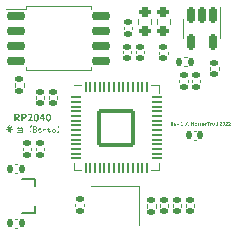
<source format=gto>
G04 #@! TF.GenerationSoftware,KiCad,Pcbnew,(6.99.0-1912-g359c99991b)*
G04 #@! TF.CreationDate,2022-08-15T10:18:15+07:00*
G04 #@! TF.ProjectId,rp2040_bento,72703230-3430-45f6-9265-6e746f2e6b69,1*
G04 #@! TF.SameCoordinates,Original*
G04 #@! TF.FileFunction,Legend,Top*
G04 #@! TF.FilePolarity,Positive*
%FSLAX46Y46*%
G04 Gerber Fmt 4.6, Leading zero omitted, Abs format (unit mm)*
G04 Created by KiCad (PCBNEW (6.99.0-1912-g359c99991b)) date 2022-08-15 10:18:15*
%MOMM*%
%LPD*%
G01*
G04 APERTURE LIST*
G04 Aperture macros list*
%AMRoundRect*
0 Rectangle with rounded corners*
0 $1 Rounding radius*
0 $2 $3 $4 $5 $6 $7 $8 $9 X,Y pos of 4 corners*
0 Add a 4 corners polygon primitive as box body*
4,1,4,$2,$3,$4,$5,$6,$7,$8,$9,$2,$3,0*
0 Add four circle primitives for the rounded corners*
1,1,$1+$1,$2,$3*
1,1,$1+$1,$4,$5*
1,1,$1+$1,$6,$7*
1,1,$1+$1,$8,$9*
0 Add four rect primitives between the rounded corners*
20,1,$1+$1,$2,$3,$4,$5,0*
20,1,$1+$1,$4,$5,$6,$7,0*
20,1,$1+$1,$6,$7,$8,$9,0*
20,1,$1+$1,$8,$9,$2,$3,0*%
G04 Aperture macros list end*
%ADD10C,0.125000*%
%ADD11C,0.062500*%
%ADD12C,0.120000*%
%ADD13C,0.150000*%
%ADD14RoundRect,0.150000X-0.650000X-0.150000X0.650000X-0.150000X0.650000X0.150000X-0.650000X0.150000X0*%
%ADD15C,1.500000*%
%ADD16O,1.500000X2.800000*%
%ADD17RoundRect,0.140000X-0.170000X0.140000X-0.170000X-0.140000X0.170000X-0.140000X0.170000X0.140000X0*%
%ADD18O,2.800000X1.500000*%
%ADD19RoundRect,0.140000X0.170000X-0.140000X0.170000X0.140000X-0.170000X0.140000X-0.170000X-0.140000X0*%
%ADD20RoundRect,0.200000X0.275000X-0.200000X0.275000X0.200000X-0.275000X0.200000X-0.275000X-0.200000X0*%
%ADD21RoundRect,0.140000X0.140000X0.170000X-0.140000X0.170000X-0.140000X-0.170000X0.140000X-0.170000X0*%
%ADD22RoundRect,0.135000X-0.135000X-0.185000X0.135000X-0.185000X0.135000X0.185000X-0.135000X0.185000X0*%
%ADD23R,1.000000X0.800000*%
%ADD24RoundRect,0.050000X-0.387500X-0.050000X0.387500X-0.050000X0.387500X0.050000X-0.387500X0.050000X0*%
%ADD25RoundRect,0.050000X-0.050000X-0.387500X0.050000X-0.387500X0.050000X0.387500X-0.050000X0.387500X0*%
%ADD26RoundRect,0.144000X-1.456000X-1.456000X1.456000X-1.456000X1.456000X1.456000X-1.456000X1.456000X0*%
%ADD27R,1.400000X1.200000*%
%ADD28RoundRect,0.150000X-0.150000X0.512500X-0.150000X-0.512500X0.150000X-0.512500X0.150000X0.512500X0*%
%ADD29RoundRect,0.135000X-0.185000X0.135000X-0.185000X-0.135000X0.185000X-0.135000X0.185000X0.135000X0*%
%ADD30RoundRect,0.140000X-0.140000X-0.170000X0.140000X-0.170000X0.140000X0.170000X-0.140000X0.170000X0*%
G04 #@! TA.AperFunction,Profile*
%ADD31C,0.100000*%
G04 #@! TD*
G04 APERTURE END LIST*
D10*
G36*
X3569857Y-13967007D02*
G01*
X3552760Y-13958459D01*
X3548891Y-13953700D01*
X3546237Y-13947824D01*
X3545891Y-13946552D01*
X3544422Y-13940395D01*
X3543057Y-13934416D01*
X3542533Y-13932050D01*
X3543296Y-13882438D01*
X3541617Y-13870531D01*
X3543296Y-13868852D01*
X3542533Y-13784130D01*
X3544212Y-13782451D01*
X3544212Y-13694524D01*
X3543296Y-13689334D01*
X3496432Y-13688570D01*
X3495516Y-13690249D01*
X3415984Y-13691013D01*
X3415199Y-13699219D01*
X3414329Y-13707389D01*
X3413376Y-13715524D01*
X3412340Y-13723623D01*
X3411220Y-13731686D01*
X3410017Y-13739713D01*
X3408730Y-13747705D01*
X3407360Y-13755661D01*
X3405906Y-13763581D01*
X3404369Y-13771465D01*
X3402748Y-13779313D01*
X3401044Y-13787126D01*
X3399256Y-13794903D01*
X3397385Y-13802644D01*
X3395430Y-13810349D01*
X3393392Y-13818019D01*
X3391267Y-13825633D01*
X3389051Y-13833210D01*
X3386744Y-13840750D01*
X3384347Y-13848254D01*
X3381860Y-13855720D01*
X3379281Y-13863149D01*
X3376612Y-13870541D01*
X3373853Y-13877897D01*
X3371002Y-13885215D01*
X3368061Y-13892496D01*
X3365030Y-13899741D01*
X3361908Y-13906948D01*
X3358695Y-13914119D01*
X3355391Y-13921252D01*
X3351997Y-13928349D01*
X3348512Y-13935408D01*
X3342805Y-13938604D01*
X3336846Y-13941245D01*
X3334010Y-13942278D01*
X3327658Y-13943529D01*
X3321525Y-13943164D01*
X3317829Y-13942278D01*
X3300732Y-13935408D01*
X3296537Y-13930663D01*
X3293833Y-13924903D01*
X3293405Y-13923501D01*
X3291593Y-13917426D01*
X3289630Y-13911602D01*
X3288673Y-13908999D01*
X3291526Y-13902581D01*
X3294323Y-13896150D01*
X3297065Y-13889706D01*
X3299750Y-13883249D01*
X3302379Y-13876779D01*
X3304952Y-13870295D01*
X3307469Y-13863798D01*
X3309930Y-13857289D01*
X3312334Y-13850766D01*
X3314683Y-13844230D01*
X3316976Y-13837681D01*
X3319213Y-13831118D01*
X3321393Y-13824543D01*
X3323518Y-13817955D01*
X3325587Y-13811353D01*
X3327599Y-13804738D01*
X3329535Y-13798094D01*
X3331372Y-13791403D01*
X3333112Y-13784665D01*
X3334755Y-13777881D01*
X3336299Y-13771051D01*
X3337746Y-13764173D01*
X3339094Y-13757250D01*
X3340345Y-13750280D01*
X3341499Y-13743263D01*
X3342554Y-13736200D01*
X3343512Y-13729090D01*
X3344372Y-13721934D01*
X3345134Y-13714732D01*
X3345798Y-13707482D01*
X3346364Y-13700187D01*
X3346833Y-13692844D01*
X3310960Y-13692844D01*
X3304006Y-13693128D01*
X3297075Y-13693500D01*
X3290166Y-13693963D01*
X3283280Y-13694514D01*
X3276416Y-13695155D01*
X3269574Y-13695886D01*
X3266844Y-13696203D01*
X3260100Y-13696865D01*
X3253415Y-13697228D01*
X3246790Y-13697294D01*
X3240225Y-13697061D01*
X3233719Y-13696531D01*
X3227273Y-13695702D01*
X3224712Y-13695287D01*
X3207615Y-13685975D01*
X3203529Y-13681274D01*
X3200217Y-13675648D01*
X3198914Y-13672389D01*
X3197609Y-13665938D01*
X3197613Y-13659759D01*
X3198150Y-13656055D01*
X3206699Y-13638043D01*
X3214091Y-13635474D01*
X3221764Y-13633263D01*
X3227703Y-13631839D01*
X3233801Y-13630617D01*
X3240057Y-13629596D01*
X3246472Y-13628776D01*
X3253045Y-13628158D01*
X3259776Y-13627740D01*
X3266665Y-13627524D01*
X3273713Y-13627510D01*
X3280822Y-13627549D01*
X3287897Y-13627554D01*
X3294937Y-13627524D01*
X3301942Y-13627459D01*
X3308912Y-13627360D01*
X3315847Y-13627225D01*
X3322747Y-13627056D01*
X3329612Y-13626851D01*
X3336443Y-13626612D01*
X3343238Y-13626338D01*
X3347749Y-13626136D01*
X3347749Y-13619266D01*
X3344238Y-13564617D01*
X3345432Y-13558378D01*
X3347297Y-13552542D01*
X3347596Y-13551794D01*
X3350420Y-13546032D01*
X3353702Y-13540651D01*
X3358962Y-13537216D01*
X3364436Y-13534468D01*
X3368204Y-13533018D01*
X3374557Y-13531615D01*
X3380689Y-13531572D01*
X3384386Y-13532102D01*
X3401483Y-13540651D01*
X3404923Y-13546139D01*
X3407708Y-13551918D01*
X3409837Y-13557987D01*
X3411309Y-13564347D01*
X3412126Y-13570998D01*
X3412287Y-13577940D01*
X3412168Y-13580798D01*
X3411898Y-13587942D01*
X3411852Y-13594966D01*
X3412029Y-13601871D01*
X3412430Y-13608657D01*
X3413055Y-13615324D01*
X3413903Y-13621871D01*
X3414305Y-13624456D01*
X3492158Y-13623541D01*
X3538258Y-13621861D01*
X3543296Y-13622777D01*
X3543296Y-13600490D01*
X3539022Y-13551794D01*
X3540611Y-13545870D01*
X3542695Y-13539723D01*
X3543296Y-13538208D01*
X3546120Y-13532369D01*
X3549402Y-13527065D01*
X3554568Y-13523537D01*
X3560456Y-13520539D01*
X3563751Y-13519279D01*
X3570203Y-13517902D01*
X3576382Y-13517927D01*
X3580085Y-13518516D01*
X3597182Y-13527065D01*
X3600180Y-13533565D01*
X3602686Y-13540282D01*
X3604700Y-13547214D01*
X3606222Y-13554363D01*
X3607252Y-13561728D01*
X3607790Y-13569309D01*
X3607868Y-13572402D01*
X3608001Y-13578570D01*
X3608173Y-13584710D01*
X3608383Y-13590821D01*
X3608699Y-13598419D01*
X3609075Y-13605973D01*
X3609510Y-13613481D01*
X3610005Y-13620946D01*
X3617150Y-13621641D01*
X3623950Y-13622031D01*
X3631714Y-13622273D01*
X3638169Y-13622358D01*
X3645166Y-13622359D01*
X3652706Y-13622277D01*
X3660787Y-13622112D01*
X3669410Y-13621864D01*
X3678576Y-13621532D01*
X3681751Y-13621403D01*
X3688029Y-13621185D01*
X3696945Y-13621037D01*
X3705260Y-13621108D01*
X3712973Y-13621395D01*
X3720086Y-13621900D01*
X3726597Y-13622622D01*
X3734344Y-13623924D01*
X3741023Y-13625611D01*
X3747868Y-13628264D01*
X3750139Y-13629494D01*
X3753903Y-13634633D01*
X3756759Y-13640378D01*
X3757772Y-13643233D01*
X3759175Y-13649585D01*
X3759218Y-13655718D01*
X3758688Y-13659414D01*
X3750139Y-13677427D01*
X3744456Y-13680849D01*
X3738665Y-13683158D01*
X3731767Y-13685085D01*
X3723763Y-13686631D01*
X3717033Y-13687540D01*
X3709680Y-13688234D01*
X3701706Y-13688713D01*
X3693108Y-13688978D01*
X3683888Y-13689028D01*
X3677646Y-13688969D01*
X3668704Y-13688874D01*
X3660265Y-13688771D01*
X3652332Y-13688659D01*
X3644902Y-13688540D01*
X3637978Y-13688412D01*
X3631557Y-13688277D01*
X3623782Y-13688084D01*
X3616903Y-13687876D01*
X3610921Y-13687654D01*
X3610921Y-13787641D01*
X3609242Y-13789320D01*
X3610921Y-13937087D01*
X3609013Y-13943155D01*
X3606646Y-13949147D01*
X3603674Y-13954740D01*
X3600693Y-13958459D01*
X3595412Y-13961986D01*
X3589874Y-13964784D01*
X3586039Y-13966244D01*
X3579686Y-13967622D01*
X3573554Y-13967597D01*
X3569857Y-13967007D01*
G37*
G36*
X3675798Y-13556068D02*
G01*
X3669559Y-13554226D01*
X3663723Y-13551847D01*
X3662975Y-13551489D01*
X3657561Y-13548526D01*
X3652157Y-13545144D01*
X3651831Y-13544925D01*
X3625423Y-13502182D01*
X3611684Y-13499587D01*
X3602174Y-13500219D01*
X3592650Y-13500818D01*
X3583112Y-13501383D01*
X3573559Y-13501915D01*
X3563992Y-13502414D01*
X3554411Y-13502879D01*
X3544815Y-13503311D01*
X3535205Y-13503709D01*
X3525581Y-13504074D01*
X3515943Y-13504405D01*
X3506290Y-13504704D01*
X3496623Y-13504968D01*
X3486941Y-13505200D01*
X3477245Y-13505398D01*
X3467535Y-13505562D01*
X3457811Y-13505693D01*
X3448102Y-13505800D01*
X3438400Y-13505927D01*
X3428706Y-13506076D01*
X3419018Y-13506247D01*
X3409338Y-13506439D01*
X3399665Y-13506652D01*
X3389999Y-13506887D01*
X3380340Y-13507144D01*
X3370689Y-13507421D01*
X3361044Y-13507721D01*
X3351407Y-13508042D01*
X3341777Y-13508384D01*
X3332154Y-13508748D01*
X3322538Y-13509133D01*
X3312929Y-13509540D01*
X3303327Y-13509968D01*
X3296959Y-13508379D01*
X3290676Y-13506361D01*
X3286536Y-13504778D01*
X3280640Y-13502001D01*
X3275087Y-13498710D01*
X3271576Y-13496229D01*
X3268380Y-13490522D01*
X3265739Y-13484562D01*
X3264707Y-13481727D01*
X3263679Y-13475374D01*
X3264431Y-13469242D01*
X3265622Y-13465546D01*
X3277682Y-13443259D01*
X3283595Y-13438139D01*
X3289483Y-13433028D01*
X3295348Y-13427925D01*
X3301188Y-13422830D01*
X3307004Y-13417743D01*
X3312796Y-13412663D01*
X3318564Y-13407592D01*
X3324307Y-13402529D01*
X3330027Y-13397474D01*
X3335722Y-13392428D01*
X3339506Y-13389067D01*
X3345206Y-13384013D01*
X3350914Y-13378983D01*
X3356630Y-13373978D01*
X3362354Y-13368996D01*
X3368086Y-13364039D01*
X3373826Y-13359105D01*
X3379574Y-13354196D01*
X3385330Y-13349311D01*
X3391094Y-13344450D01*
X3396867Y-13339614D01*
X3400719Y-13336403D01*
X3435677Y-13307399D01*
X3454453Y-13291218D01*
X3459743Y-13286727D01*
X3465063Y-13282339D01*
X3470412Y-13278054D01*
X3475791Y-13273870D01*
X3478877Y-13271526D01*
X3484593Y-13267925D01*
X3490923Y-13265406D01*
X3497867Y-13263968D01*
X3504307Y-13263596D01*
X3510018Y-13263893D01*
X3527115Y-13274121D01*
X3530235Y-13279754D01*
X3532650Y-13285741D01*
X3533526Y-13288623D01*
X3534633Y-13294975D01*
X3534536Y-13301108D01*
X3533984Y-13304804D01*
X3524520Y-13321901D01*
X3506660Y-13337318D01*
X3497195Y-13345867D01*
X3486968Y-13354415D01*
X3477503Y-13362048D01*
X3472466Y-13367238D01*
X3451094Y-13383419D01*
X3441630Y-13391205D01*
X3417816Y-13411660D01*
X3402398Y-13426162D01*
X3397208Y-13431352D01*
X3386981Y-13435626D01*
X3386981Y-13440664D01*
X3393850Y-13441580D01*
X3402502Y-13441272D01*
X3411170Y-13440977D01*
X3419854Y-13440696D01*
X3428554Y-13440428D01*
X3437271Y-13440173D01*
X3446003Y-13439932D01*
X3454752Y-13439704D01*
X3463516Y-13439490D01*
X3472297Y-13439289D01*
X3481094Y-13439102D01*
X3486968Y-13438985D01*
X3495775Y-13438791D01*
X3504567Y-13438555D01*
X3513342Y-13438276D01*
X3522101Y-13437954D01*
X3530844Y-13437589D01*
X3539572Y-13437181D01*
X3548283Y-13436731D01*
X3556977Y-13436237D01*
X3565656Y-13435700D01*
X3574319Y-13435121D01*
X3580085Y-13434710D01*
X3580085Y-13431352D01*
X3577086Y-13425362D01*
X3574384Y-13419223D01*
X3571981Y-13412935D01*
X3571537Y-13411660D01*
X3570019Y-13405089D01*
X3569647Y-13398869D01*
X3570218Y-13392359D01*
X3570773Y-13389373D01*
X3580085Y-13372276D01*
X3585409Y-13368970D01*
X3591076Y-13366609D01*
X3595045Y-13365559D01*
X3601177Y-13364700D01*
X3607438Y-13364872D01*
X3611684Y-13365559D01*
X3628018Y-13374871D01*
X3631233Y-13381359D01*
X3634485Y-13387945D01*
X3637774Y-13394627D01*
X3641100Y-13401406D01*
X3643789Y-13406899D01*
X3646501Y-13412454D01*
X3649236Y-13418071D01*
X3652103Y-13423648D01*
X3655133Y-13429081D01*
X3658324Y-13434372D01*
X3661677Y-13439519D01*
X3665193Y-13444523D01*
X3669816Y-13450577D01*
X3674692Y-13456407D01*
X3676714Y-13458677D01*
X3690300Y-13483406D01*
X3693811Y-13483406D01*
X3697121Y-13488978D01*
X3700337Y-13494550D01*
X3703456Y-13500122D01*
X3706481Y-13505693D01*
X3709047Y-13511361D01*
X3710641Y-13517371D01*
X3711261Y-13523725D01*
X3710908Y-13530423D01*
X3701443Y-13547520D01*
X3696209Y-13550890D01*
X3690236Y-13552985D01*
X3689384Y-13553168D01*
X3683053Y-13554414D01*
X3677084Y-13555758D01*
X3675798Y-13556068D01*
G37*
G36*
X4155124Y-13918311D02*
G01*
X4137264Y-13910679D01*
X4134002Y-13905469D01*
X4131354Y-13899285D01*
X4129479Y-13892818D01*
X4128491Y-13886755D01*
X4128301Y-13880500D01*
X4129193Y-13874205D01*
X4129479Y-13873126D01*
X4138027Y-13856029D01*
X4148567Y-13854566D01*
X4159236Y-13853191D01*
X4170034Y-13851904D01*
X4180961Y-13850706D01*
X4192016Y-13849595D01*
X4203200Y-13848573D01*
X4214513Y-13847639D01*
X4225955Y-13846794D01*
X4237525Y-13846037D01*
X4249225Y-13845367D01*
X4261053Y-13844787D01*
X4273010Y-13844294D01*
X4285095Y-13843890D01*
X4297310Y-13843574D01*
X4303465Y-13843449D01*
X4309653Y-13843346D01*
X4315873Y-13843265D01*
X4322125Y-13843206D01*
X4328404Y-13843148D01*
X4334683Y-13843085D01*
X4340963Y-13843020D01*
X4347244Y-13842951D01*
X4353526Y-13842879D01*
X4359808Y-13842804D01*
X4366092Y-13842725D01*
X4372376Y-13842644D01*
X4378662Y-13842558D01*
X4384948Y-13842470D01*
X4391235Y-13842378D01*
X4397523Y-13842283D01*
X4403812Y-13842185D01*
X4410102Y-13842084D01*
X4416393Y-13841979D01*
X4422685Y-13841871D01*
X4428977Y-13841759D01*
X4435271Y-13841645D01*
X4441565Y-13841527D01*
X4447860Y-13841406D01*
X4454157Y-13841281D01*
X4460454Y-13841153D01*
X4466751Y-13841022D01*
X4473050Y-13840888D01*
X4479350Y-13840751D01*
X4485651Y-13840610D01*
X4491952Y-13840465D01*
X4498255Y-13840318D01*
X4504558Y-13840167D01*
X4510862Y-13840013D01*
X4517167Y-13839856D01*
X4523473Y-13839696D01*
X4535380Y-13750089D01*
X4532022Y-13750089D01*
X4518283Y-13752531D01*
X4456764Y-13750089D01*
X4298770Y-13761996D01*
X4228702Y-13760317D01*
X4165505Y-13767186D01*
X4148408Y-13757721D01*
X4144880Y-13752462D01*
X4142082Y-13746988D01*
X4140622Y-13743220D01*
X4139245Y-13736768D01*
X4139270Y-13730589D01*
X4139859Y-13726886D01*
X4149171Y-13709789D01*
X4155764Y-13707035D01*
X4162185Y-13704595D01*
X4168435Y-13702468D01*
X4174513Y-13700654D01*
X4181581Y-13698890D01*
X4188402Y-13697577D01*
X4195367Y-13696507D01*
X4201490Y-13695730D01*
X4207904Y-13695058D01*
X4214608Y-13694490D01*
X4221604Y-13694026D01*
X4228890Y-13693667D01*
X4230382Y-13693608D01*
X4298770Y-13694524D01*
X4306130Y-13693875D01*
X4313498Y-13693245D01*
X4320874Y-13692633D01*
X4328258Y-13692041D01*
X4335650Y-13691467D01*
X4343050Y-13690912D01*
X4350458Y-13690376D01*
X4357875Y-13689858D01*
X4365299Y-13689360D01*
X4372731Y-13688880D01*
X4377691Y-13688570D01*
X4385156Y-13688084D01*
X4392610Y-13687597D01*
X4400054Y-13687111D01*
X4407486Y-13686624D01*
X4414908Y-13686137D01*
X4422320Y-13685651D01*
X4429720Y-13685164D01*
X4437110Y-13684678D01*
X4444490Y-13684191D01*
X4451858Y-13683704D01*
X4456764Y-13683380D01*
X4525152Y-13685059D01*
X4537212Y-13688570D01*
X4540570Y-13632089D01*
X4533701Y-13609039D01*
X4527633Y-13607493D01*
X4521336Y-13606215D01*
X4514810Y-13605203D01*
X4508055Y-13604459D01*
X4501253Y-13603696D01*
X4494431Y-13602780D01*
X4487590Y-13601711D01*
X4480731Y-13600490D01*
X4403794Y-13598811D01*
X4395356Y-13599023D01*
X4386912Y-13599238D01*
X4378460Y-13599457D01*
X4370001Y-13599679D01*
X4361535Y-13599905D01*
X4353061Y-13600135D01*
X4344581Y-13600368D01*
X4336093Y-13600605D01*
X4327598Y-13600845D01*
X4319096Y-13601089D01*
X4310587Y-13601336D01*
X4302071Y-13601587D01*
X4293547Y-13601842D01*
X4285017Y-13602100D01*
X4276479Y-13602362D01*
X4267934Y-13602627D01*
X4259453Y-13602943D01*
X4251107Y-13603355D01*
X4242895Y-13603863D01*
X4234818Y-13604469D01*
X4226876Y-13605170D01*
X4219069Y-13605969D01*
X4211396Y-13606864D01*
X4203858Y-13607856D01*
X4196455Y-13608944D01*
X4189187Y-13610129D01*
X4182054Y-13611410D01*
X4175055Y-13612788D01*
X4168191Y-13614263D01*
X4161462Y-13615834D01*
X4154867Y-13617502D01*
X4148408Y-13619266D01*
X4142384Y-13617625D01*
X4136574Y-13615237D01*
X4134669Y-13614229D01*
X4129255Y-13610971D01*
X4123851Y-13607570D01*
X4123525Y-13607359D01*
X4120155Y-13602100D01*
X4117425Y-13596160D01*
X4116351Y-13592858D01*
X4115244Y-13586406D01*
X4115341Y-13580227D01*
X4115893Y-13576524D01*
X4124441Y-13559427D01*
X4130297Y-13557564D01*
X4137234Y-13555363D01*
X4143746Y-13553303D01*
X4149834Y-13551386D01*
X4156578Y-13549271D01*
X4162710Y-13547361D01*
X4163673Y-13547062D01*
X4169755Y-13545427D01*
X4176438Y-13544071D01*
X4183723Y-13542994D01*
X4190252Y-13542310D01*
X4197199Y-13541819D01*
X4203057Y-13541567D01*
X4203057Y-13536376D01*
X4199830Y-13529359D01*
X4196560Y-13522428D01*
X4193247Y-13515582D01*
X4189891Y-13508823D01*
X4186492Y-13502149D01*
X4183050Y-13495561D01*
X4179565Y-13489059D01*
X4176038Y-13482643D01*
X4172734Y-13476124D01*
X4169846Y-13469391D01*
X4167372Y-13462443D01*
X4165314Y-13455280D01*
X4163670Y-13447903D01*
X4162442Y-13440311D01*
X4161629Y-13432504D01*
X4161230Y-13424483D01*
X4170542Y-13407386D01*
X4175801Y-13403922D01*
X4181741Y-13401139D01*
X4185044Y-13400058D01*
X4191496Y-13398977D01*
X4197674Y-13399142D01*
X4201378Y-13399753D01*
X4217559Y-13408302D01*
X4219837Y-13414512D01*
X4222206Y-13420663D01*
X4224667Y-13426755D01*
X4227219Y-13432788D01*
X4229862Y-13438762D01*
X4232596Y-13444677D01*
X4235422Y-13450533D01*
X4238339Y-13456330D01*
X4241347Y-13462068D01*
X4244446Y-13467746D01*
X4246563Y-13471499D01*
X4249687Y-13477154D01*
X4252647Y-13482896D01*
X4255443Y-13488728D01*
X4258076Y-13494648D01*
X4260545Y-13500656D01*
X4262851Y-13506753D01*
X4264992Y-13512939D01*
X4266970Y-13519213D01*
X4268785Y-13525575D01*
X4270435Y-13532026D01*
X4271445Y-13536376D01*
X4291900Y-13536376D01*
X4319225Y-13535613D01*
X4319225Y-13528744D01*
X4314951Y-13503098D01*
X4316630Y-13431352D01*
X4320904Y-13400516D01*
X4319225Y-13358690D01*
X4321000Y-13352451D01*
X4323178Y-13346615D01*
X4323499Y-13345867D01*
X4326285Y-13340104D01*
X4329453Y-13334723D01*
X4334776Y-13331353D01*
X4340444Y-13328799D01*
X4344413Y-13327549D01*
X4350545Y-13326483D01*
X4356806Y-13326490D01*
X4361052Y-13327091D01*
X4378149Y-13336403D01*
X4380553Y-13342268D01*
X4383022Y-13349244D01*
X4384894Y-13355825D01*
X4386170Y-13362010D01*
X4386914Y-13368912D01*
X4386800Y-13375245D01*
X4386697Y-13376245D01*
X4386218Y-13382549D01*
X4386039Y-13389669D01*
X4386119Y-13396225D01*
X4386408Y-13403348D01*
X4386790Y-13409454D01*
X4387305Y-13415922D01*
X4387613Y-13419293D01*
X4386456Y-13426398D01*
X4385502Y-13433632D01*
X4384863Y-13439759D01*
X4384366Y-13445976D01*
X4384011Y-13452281D01*
X4383797Y-13458677D01*
X4383642Y-13465069D01*
X4383466Y-13471461D01*
X4383267Y-13477854D01*
X4383045Y-13484246D01*
X4382802Y-13490638D01*
X4382536Y-13497030D01*
X4382423Y-13499587D01*
X4383339Y-13528744D01*
X4381660Y-13535613D01*
X4385018Y-13535613D01*
X4437988Y-13533018D01*
X4440130Y-13525962D01*
X4442376Y-13518932D01*
X4444727Y-13511930D01*
X4447183Y-13504954D01*
X4449743Y-13498005D01*
X4452408Y-13491083D01*
X4455178Y-13484188D01*
X4458052Y-13477319D01*
X4461031Y-13470478D01*
X4464115Y-13463663D01*
X4466229Y-13459135D01*
X4469457Y-13452348D01*
X4472731Y-13445612D01*
X4476051Y-13438928D01*
X4479416Y-13432294D01*
X4482827Y-13425711D01*
X4486284Y-13419180D01*
X4489786Y-13412699D01*
X4493334Y-13406269D01*
X4496927Y-13399891D01*
X4500566Y-13393563D01*
X4503018Y-13389373D01*
X4508184Y-13385444D01*
X4513608Y-13382589D01*
X4517367Y-13381282D01*
X4523818Y-13380176D01*
X4529997Y-13380272D01*
X4533701Y-13380824D01*
X4550798Y-13390289D01*
X4554261Y-13395548D01*
X4557044Y-13401488D01*
X4558125Y-13404791D01*
X4559170Y-13410901D01*
X4559147Y-13417182D01*
X4558430Y-13422803D01*
X4554838Y-13429656D01*
X4551313Y-13436552D01*
X4547854Y-13443490D01*
X4544463Y-13450472D01*
X4541138Y-13457496D01*
X4537880Y-13464563D01*
X4534688Y-13471674D01*
X4531564Y-13478827D01*
X4528492Y-13485970D01*
X4525458Y-13493128D01*
X4522462Y-13500301D01*
X4519504Y-13507487D01*
X4516585Y-13514688D01*
X4513703Y-13521903D01*
X4510860Y-13529133D01*
X4508055Y-13536376D01*
X4514451Y-13536797D01*
X4520756Y-13537486D01*
X4526973Y-13538443D01*
X4533100Y-13539668D01*
X4539137Y-13541162D01*
X4545085Y-13542924D01*
X4547439Y-13543704D01*
X4553266Y-13545800D01*
X4559011Y-13548083D01*
X4564673Y-13550553D01*
X4570254Y-13553209D01*
X4575752Y-13556051D01*
X4581169Y-13559079D01*
X4583313Y-13560343D01*
X4587780Y-13567048D01*
X4591794Y-13573957D01*
X4595355Y-13581072D01*
X4598463Y-13588393D01*
X4601118Y-13595918D01*
X4603320Y-13603648D01*
X4605068Y-13611584D01*
X4606082Y-13617670D01*
X4606363Y-13619724D01*
X4607089Y-13625890D01*
X4607665Y-13632080D01*
X4608091Y-13638294D01*
X4608367Y-13644533D01*
X4608492Y-13650795D01*
X4608467Y-13657082D01*
X4608291Y-13663392D01*
X4607966Y-13669727D01*
X4607490Y-13676086D01*
X4606864Y-13682470D01*
X4606363Y-13686738D01*
X4604684Y-13688570D01*
X4603005Y-13779093D01*
X4588350Y-13862746D01*
X4591174Y-13868241D01*
X4592624Y-13874347D01*
X4593282Y-13880459D01*
X4593537Y-13886771D01*
X4593540Y-13887628D01*
X4584076Y-13903809D01*
X4578524Y-13907566D01*
X4572555Y-13910249D01*
X4566169Y-13911859D01*
X4564842Y-13912052D01*
X4558208Y-13912696D01*
X4551664Y-13913102D01*
X4545209Y-13913269D01*
X4543928Y-13913274D01*
X4537243Y-13912473D01*
X4530542Y-13911541D01*
X4523827Y-13910478D01*
X4517097Y-13909283D01*
X4513245Y-13908541D01*
X4506420Y-13907396D01*
X4499433Y-13906630D01*
X4493317Y-13906276D01*
X4487083Y-13906200D01*
X4480731Y-13906404D01*
X4470047Y-13906615D01*
X4459366Y-13906827D01*
X4448690Y-13907039D01*
X4438017Y-13907253D01*
X4427347Y-13907469D01*
X4416681Y-13907685D01*
X4406019Y-13907903D01*
X4395360Y-13908122D01*
X4384705Y-13908342D01*
X4374053Y-13908563D01*
X4363405Y-13908785D01*
X4352761Y-13909009D01*
X4342120Y-13909234D01*
X4331482Y-13909460D01*
X4320849Y-13909687D01*
X4310219Y-13909915D01*
X4299649Y-13910145D01*
X4289196Y-13910414D01*
X4278859Y-13910722D01*
X4268640Y-13911070D01*
X4258538Y-13911457D01*
X4248552Y-13911883D01*
X4238683Y-13912349D01*
X4228931Y-13912854D01*
X4219297Y-13913398D01*
X4209778Y-13913982D01*
X4200377Y-13914605D01*
X4191093Y-13915268D01*
X4181925Y-13915970D01*
X4172875Y-13916711D01*
X4163941Y-13917491D01*
X4155124Y-13918311D01*
G37*
G36*
X5341076Y-13294576D02*
G01*
X5358173Y-13303125D01*
X5361369Y-13308857D01*
X5364010Y-13314892D01*
X5365042Y-13317779D01*
X5366420Y-13324132D01*
X5366395Y-13330264D01*
X5365806Y-13333960D01*
X5353899Y-13356095D01*
X5350540Y-13356095D01*
X5347319Y-13361715D01*
X5343494Y-13367069D01*
X5339065Y-13372158D01*
X5336344Y-13374871D01*
X5332041Y-13379250D01*
X5327986Y-13383839D01*
X5324179Y-13388638D01*
X5320621Y-13393647D01*
X5295738Y-13418529D01*
X5291264Y-13423782D01*
X5286789Y-13429123D01*
X5282315Y-13434551D01*
X5277840Y-13440067D01*
X5275283Y-13443259D01*
X5271475Y-13448100D01*
X5267720Y-13453005D01*
X5264018Y-13457974D01*
X5260371Y-13463008D01*
X5256777Y-13468106D01*
X5255591Y-13469820D01*
X5252167Y-13477845D01*
X5248936Y-13485947D01*
X5245899Y-13494127D01*
X5243054Y-13502385D01*
X5240403Y-13510721D01*
X5237945Y-13519135D01*
X5235681Y-13527626D01*
X5233609Y-13536195D01*
X5231731Y-13544842D01*
X5230046Y-13553567D01*
X5229030Y-13559427D01*
X5227682Y-13568288D01*
X5226500Y-13577241D01*
X5225485Y-13586284D01*
X5224901Y-13592364D01*
X5224390Y-13598485D01*
X5223954Y-13604645D01*
X5223591Y-13610847D01*
X5223302Y-13617089D01*
X5223088Y-13623372D01*
X5222947Y-13629695D01*
X5222880Y-13636058D01*
X5222887Y-13642463D01*
X5222969Y-13648907D01*
X5223124Y-13655393D01*
X5223229Y-13658650D01*
X5224127Y-13666095D01*
X5225144Y-13673508D01*
X5226279Y-13680888D01*
X5227532Y-13688236D01*
X5228903Y-13695552D01*
X5230392Y-13702836D01*
X5231999Y-13710088D01*
X5233724Y-13717307D01*
X5235567Y-13724494D01*
X5237528Y-13731649D01*
X5239607Y-13738772D01*
X5241805Y-13745862D01*
X5244120Y-13752921D01*
X5246554Y-13759947D01*
X5249105Y-13766941D01*
X5251775Y-13773903D01*
X5254568Y-13780818D01*
X5257492Y-13787675D01*
X5260546Y-13794471D01*
X5263729Y-13801208D01*
X5267043Y-13807885D01*
X5270486Y-13814503D01*
X5274060Y-13821061D01*
X5277764Y-13827560D01*
X5281597Y-13833998D01*
X5285561Y-13840378D01*
X5289654Y-13846697D01*
X5293878Y-13852957D01*
X5298232Y-13859157D01*
X5302715Y-13865298D01*
X5307329Y-13871379D01*
X5312072Y-13877400D01*
X5315431Y-13878164D01*
X5320621Y-13888391D01*
X5323979Y-13888391D01*
X5359089Y-13924265D01*
X5362524Y-13929545D01*
X5365271Y-13935084D01*
X5366722Y-13938919D01*
X5368125Y-13945272D01*
X5368168Y-13951404D01*
X5367637Y-13955100D01*
X5358173Y-13969602D01*
X5352914Y-13973108D01*
X5347440Y-13975842D01*
X5343671Y-13977235D01*
X5337560Y-13978580D01*
X5331280Y-13978757D01*
X5325658Y-13978151D01*
X5300929Y-13964565D01*
X5273604Y-13934645D01*
X5268414Y-13924265D01*
X5263376Y-13920906D01*
X5255830Y-13912510D01*
X5248569Y-13903998D01*
X5241595Y-13895370D01*
X5234907Y-13886626D01*
X5228505Y-13877767D01*
X5222389Y-13868792D01*
X5216560Y-13859702D01*
X5211017Y-13850496D01*
X5205760Y-13841174D01*
X5200789Y-13831736D01*
X5196105Y-13822183D01*
X5191706Y-13812514D01*
X5187594Y-13802729D01*
X5183768Y-13792829D01*
X5180229Y-13782813D01*
X5176975Y-13772681D01*
X5173994Y-13762442D01*
X5171232Y-13752140D01*
X5168689Y-13741777D01*
X5166366Y-13731351D01*
X5164262Y-13720863D01*
X5162378Y-13710314D01*
X5160713Y-13699702D01*
X5159268Y-13689028D01*
X5158042Y-13678292D01*
X5157035Y-13667495D01*
X5156248Y-13656635D01*
X5155680Y-13645713D01*
X5155332Y-13634729D01*
X5155203Y-13623684D01*
X5155294Y-13612576D01*
X5155604Y-13601406D01*
X5156092Y-13594153D01*
X5156680Y-13586935D01*
X5157366Y-13579752D01*
X5158151Y-13572603D01*
X5159036Y-13565488D01*
X5160019Y-13558408D01*
X5161101Y-13551363D01*
X5162283Y-13544352D01*
X5163563Y-13537376D01*
X5164942Y-13530435D01*
X5166420Y-13523528D01*
X5167998Y-13516656D01*
X5169674Y-13509818D01*
X5171449Y-13503015D01*
X5173323Y-13496246D01*
X5175296Y-13489512D01*
X5177421Y-13482803D01*
X5179711Y-13476148D01*
X5182167Y-13469547D01*
X5184789Y-13462999D01*
X5187577Y-13456504D01*
X5190530Y-13450064D01*
X5193650Y-13443677D01*
X5196935Y-13437344D01*
X5200385Y-13431064D01*
X5204002Y-13424838D01*
X5207784Y-13418666D01*
X5211732Y-13412547D01*
X5215846Y-13406482D01*
X5220126Y-13400471D01*
X5224571Y-13394513D01*
X5229182Y-13388609D01*
X5232541Y-13388609D01*
X5242005Y-13371512D01*
X5247043Y-13366322D01*
X5250554Y-13366322D01*
X5255591Y-13356095D01*
X5268414Y-13350905D01*
X5268414Y-13347546D01*
X5273604Y-13342356D01*
X5302608Y-13309994D01*
X5306119Y-13309994D01*
X5306119Y-13306483D01*
X5311474Y-13302642D01*
X5317046Y-13299307D01*
X5322300Y-13296713D01*
X5328375Y-13294739D01*
X5334848Y-13294063D01*
X5341076Y-13294576D01*
G37*
G36*
X5601195Y-13359453D02*
G01*
X5608859Y-13360797D01*
X5616454Y-13362254D01*
X5623979Y-13363824D01*
X5631434Y-13365507D01*
X5638819Y-13367302D01*
X5646135Y-13369210D01*
X5653381Y-13371230D01*
X5660557Y-13373363D01*
X5667663Y-13375609D01*
X5674700Y-13377968D01*
X5679352Y-13379603D01*
X5686287Y-13382246D01*
X5693121Y-13385195D01*
X5699857Y-13388450D01*
X5706493Y-13392011D01*
X5713030Y-13395877D01*
X5719468Y-13400050D01*
X5725807Y-13404529D01*
X5732046Y-13409313D01*
X5738186Y-13414403D01*
X5744226Y-13419799D01*
X5748198Y-13423567D01*
X5751683Y-13429177D01*
X5754886Y-13434863D01*
X5757808Y-13440626D01*
X5760449Y-13446465D01*
X5762808Y-13452380D01*
X5764885Y-13458371D01*
X5766681Y-13464439D01*
X5768196Y-13470584D01*
X5769505Y-13476835D01*
X5770609Y-13483225D01*
X5771509Y-13489753D01*
X5772203Y-13496420D01*
X5772692Y-13503225D01*
X5772976Y-13510168D01*
X5773054Y-13517250D01*
X5772928Y-13524470D01*
X5771695Y-13530835D01*
X5770228Y-13537110D01*
X5768529Y-13543293D01*
X5766595Y-13549385D01*
X5764428Y-13555386D01*
X5762028Y-13561296D01*
X5759395Y-13567114D01*
X5756527Y-13572841D01*
X5753427Y-13578477D01*
X5750093Y-13584022D01*
X5747740Y-13587667D01*
X5744063Y-13593053D01*
X5740243Y-13598335D01*
X5736281Y-13603511D01*
X5732177Y-13608583D01*
X5727931Y-13613550D01*
X5723542Y-13618413D01*
X5719011Y-13623171D01*
X5714338Y-13627824D01*
X5709523Y-13632373D01*
X5704566Y-13636817D01*
X5701182Y-13639722D01*
X5692633Y-13651781D01*
X5698578Y-13654095D01*
X5704391Y-13656627D01*
X5710073Y-13659379D01*
X5715624Y-13662350D01*
X5718737Y-13664146D01*
X5724088Y-13667527D01*
X5729322Y-13671259D01*
X5734439Y-13675341D01*
X5739440Y-13679774D01*
X5742245Y-13682464D01*
X5746750Y-13687493D01*
X5750993Y-13692618D01*
X5754972Y-13697840D01*
X5758688Y-13703158D01*
X5762142Y-13708573D01*
X5765332Y-13714085D01*
X5768260Y-13719693D01*
X5770924Y-13725397D01*
X5773326Y-13731199D01*
X5775465Y-13737097D01*
X5776744Y-13741082D01*
X5778488Y-13747149D01*
X5779998Y-13753329D01*
X5781275Y-13759622D01*
X5782318Y-13766027D01*
X5783128Y-13772545D01*
X5783705Y-13779175D01*
X5784048Y-13785918D01*
X5784157Y-13792774D01*
X5784033Y-13799743D01*
X5783676Y-13806824D01*
X5783308Y-13811608D01*
X5781283Y-13817537D01*
X5779101Y-13823419D01*
X5776761Y-13829253D01*
X5774264Y-13835040D01*
X5771609Y-13840778D01*
X5768797Y-13846469D01*
X5765827Y-13852113D01*
X5762700Y-13857708D01*
X5759390Y-13863204D01*
X5755869Y-13868623D01*
X5752139Y-13873966D01*
X5748198Y-13879232D01*
X5744048Y-13884422D01*
X5739688Y-13889536D01*
X5735118Y-13894574D01*
X5730338Y-13899535D01*
X5724072Y-13903909D01*
X5717716Y-13908026D01*
X5711269Y-13911885D01*
X5704731Y-13915487D01*
X5698102Y-13918831D01*
X5691383Y-13921918D01*
X5684574Y-13924746D01*
X5677673Y-13927318D01*
X5670682Y-13929662D01*
X5663601Y-13931811D01*
X5656428Y-13933765D01*
X5649165Y-13935523D01*
X5641812Y-13937085D01*
X5634368Y-13938452D01*
X5626833Y-13939623D01*
X5619208Y-13940598D01*
X5544866Y-13939682D01*
X5537777Y-13938725D01*
X5530591Y-13937801D01*
X5524529Y-13937054D01*
X5518400Y-13936331D01*
X5512203Y-13935629D01*
X5505940Y-13934950D01*
X5499844Y-13933962D01*
X5492931Y-13931930D01*
X5486459Y-13928974D01*
X5480427Y-13925096D01*
X5475736Y-13921159D01*
X5472204Y-13917548D01*
X5470045Y-13910773D01*
X5468034Y-13903902D01*
X5466170Y-13896935D01*
X5464454Y-13889870D01*
X5462886Y-13882709D01*
X5461465Y-13875452D01*
X5460192Y-13868098D01*
X5459066Y-13860647D01*
X5458088Y-13853100D01*
X5457258Y-13845456D01*
X5456786Y-13840306D01*
X5456186Y-13832525D01*
X5455645Y-13824752D01*
X5455163Y-13816987D01*
X5454740Y-13809230D01*
X5454376Y-13801481D01*
X5454071Y-13793740D01*
X5453825Y-13786007D01*
X5453638Y-13778282D01*
X5453510Y-13770565D01*
X5453447Y-13763522D01*
X5506398Y-13763522D01*
X5506799Y-13771195D01*
X5507161Y-13778873D01*
X5507486Y-13786556D01*
X5507772Y-13794243D01*
X5508020Y-13801936D01*
X5508230Y-13809633D01*
X5508401Y-13817334D01*
X5508535Y-13825041D01*
X5508735Y-13832674D01*
X5509107Y-13840230D01*
X5509651Y-13847710D01*
X5510367Y-13855113D01*
X5511254Y-13862441D01*
X5512313Y-13869692D01*
X5513544Y-13876866D01*
X5514946Y-13883965D01*
X5571275Y-13884880D01*
X5577460Y-13883957D01*
X5583573Y-13882944D01*
X5589615Y-13881839D01*
X5597066Y-13880331D01*
X5604406Y-13878682D01*
X5611634Y-13876891D01*
X5618750Y-13874958D01*
X5625761Y-13872843D01*
X5632676Y-13870504D01*
X5639494Y-13867941D01*
X5646215Y-13865155D01*
X5652839Y-13862145D01*
X5659366Y-13858912D01*
X5661950Y-13857556D01*
X5667093Y-13853501D01*
X5672292Y-13849885D01*
X5677549Y-13846708D01*
X5682863Y-13843970D01*
X5688633Y-13840507D01*
X5693355Y-13836517D01*
X5697696Y-13831667D01*
X5701182Y-13826720D01*
X5703876Y-13820987D01*
X5706806Y-13815350D01*
X5709972Y-13809810D01*
X5713375Y-13804366D01*
X5717013Y-13799019D01*
X5718279Y-13797258D01*
X5721787Y-13791825D01*
X5724640Y-13786060D01*
X5726838Y-13779962D01*
X5728382Y-13773530D01*
X5729271Y-13766767D01*
X5729422Y-13764438D01*
X5727661Y-13758574D01*
X5724932Y-13752229D01*
X5721440Y-13746266D01*
X5717759Y-13741362D01*
X5716599Y-13740014D01*
X5712422Y-13735361D01*
X5708172Y-13730752D01*
X5703849Y-13726186D01*
X5699452Y-13721665D01*
X5696907Y-13719101D01*
X5691090Y-13715768D01*
X5685163Y-13712642D01*
X5679126Y-13709720D01*
X5672979Y-13707003D01*
X5666723Y-13704491D01*
X5660357Y-13702185D01*
X5653881Y-13700084D01*
X5647295Y-13698187D01*
X5640612Y-13696496D01*
X5633767Y-13695087D01*
X5626759Y-13693958D01*
X5619589Y-13693112D01*
X5612257Y-13692546D01*
X5604763Y-13692263D01*
X5597106Y-13692260D01*
X5589288Y-13692539D01*
X5582215Y-13694437D01*
X5576271Y-13695945D01*
X5570283Y-13697386D01*
X5564250Y-13698760D01*
X5558172Y-13700066D01*
X5552049Y-13701306D01*
X5550820Y-13701546D01*
X5544606Y-13702645D01*
X5538273Y-13703558D01*
X5531822Y-13704285D01*
X5525250Y-13704825D01*
X5518560Y-13705179D01*
X5511750Y-13705347D01*
X5508993Y-13705362D01*
X5506398Y-13763522D01*
X5453447Y-13763522D01*
X5453441Y-13762856D01*
X5453428Y-13757721D01*
X5454191Y-13689334D01*
X5449969Y-13684504D01*
X5447379Y-13678944D01*
X5446558Y-13674832D01*
X5446093Y-13668420D01*
X5445843Y-13662009D01*
X5445795Y-13657735D01*
X5449153Y-13634684D01*
X5455107Y-13633005D01*
X5458465Y-13593621D01*
X5459369Y-13438374D01*
X5510672Y-13438374D01*
X5514030Y-13530728D01*
X5511588Y-13532407D01*
X5511588Y-13626441D01*
X5520137Y-13627204D01*
X5528189Y-13627032D01*
X5536165Y-13626517D01*
X5544065Y-13625659D01*
X5551888Y-13624456D01*
X5559635Y-13622911D01*
X5567306Y-13621022D01*
X5574900Y-13618789D01*
X5582418Y-13616213D01*
X5589872Y-13613387D01*
X5597273Y-13610479D01*
X5604622Y-13607491D01*
X5611918Y-13604421D01*
X5619162Y-13601270D01*
X5626354Y-13598038D01*
X5633492Y-13594725D01*
X5640579Y-13591331D01*
X5646494Y-13587572D01*
X5652257Y-13583546D01*
X5657867Y-13579252D01*
X5663324Y-13574692D01*
X5668629Y-13569864D01*
X5673781Y-13564770D01*
X5678780Y-13559408D01*
X5683627Y-13553779D01*
X5688309Y-13547976D01*
X5692738Y-13542091D01*
X5696914Y-13536126D01*
X5700838Y-13530080D01*
X5704509Y-13523952D01*
X5707927Y-13517743D01*
X5711092Y-13511454D01*
X5714004Y-13505083D01*
X5718279Y-13479437D01*
X5709730Y-13460661D01*
X5703799Y-13456022D01*
X5697742Y-13451741D01*
X5691557Y-13447817D01*
X5685246Y-13444251D01*
X5678808Y-13441043D01*
X5672244Y-13438193D01*
X5669583Y-13437153D01*
X5662904Y-13434695D01*
X5656226Y-13432379D01*
X5649547Y-13430205D01*
X5642869Y-13428173D01*
X5636190Y-13426282D01*
X5629512Y-13424532D01*
X5626840Y-13423872D01*
X5556010Y-13422956D01*
X5510672Y-13429825D01*
X5510672Y-13438374D01*
X5459369Y-13438374D01*
X5459381Y-13436390D01*
X5453077Y-13437005D01*
X5446988Y-13436332D01*
X5443047Y-13435168D01*
X5437123Y-13432360D01*
X5431753Y-13428897D01*
X5429461Y-13427078D01*
X5425973Y-13421865D01*
X5423694Y-13416148D01*
X5423050Y-13413339D01*
X5422259Y-13406986D01*
X5421887Y-13400854D01*
X5421829Y-13397158D01*
X5424424Y-13376550D01*
X5430846Y-13374016D01*
X5437328Y-13371759D01*
X5443869Y-13369777D01*
X5450470Y-13368071D01*
X5457131Y-13366640D01*
X5463851Y-13365486D01*
X5466556Y-13365101D01*
X5473411Y-13364140D01*
X5480333Y-13363163D01*
X5487323Y-13362172D01*
X5494379Y-13361166D01*
X5501502Y-13360144D01*
X5508693Y-13359108D01*
X5511588Y-13358690D01*
X5601195Y-13359453D01*
G37*
G36*
X6060872Y-13526353D02*
G01*
X6067907Y-13526967D01*
X6074913Y-13527990D01*
X6081890Y-13529421D01*
X6085864Y-13530423D01*
X6091737Y-13532208D01*
X6098385Y-13534752D01*
X6104814Y-13537793D01*
X6110151Y-13540795D01*
X6115326Y-13544162D01*
X6119407Y-13548779D01*
X6123743Y-13554547D01*
X6127467Y-13560561D01*
X6130580Y-13566822D01*
X6133081Y-13573330D01*
X6134102Y-13576676D01*
X6135893Y-13583438D01*
X6137372Y-13590329D01*
X6138540Y-13597349D01*
X6139397Y-13604497D01*
X6139943Y-13611774D01*
X6140055Y-13614229D01*
X6138877Y-13621147D01*
X6137480Y-13627744D01*
X6135864Y-13634020D01*
X6134028Y-13639975D01*
X6132881Y-13643233D01*
X6130171Y-13649587D01*
X6127237Y-13655053D01*
X6123777Y-13660431D01*
X6119790Y-13665722D01*
X6117921Y-13667962D01*
X6111940Y-13672681D01*
X6105846Y-13677220D01*
X6099639Y-13681579D01*
X6093320Y-13685758D01*
X6086888Y-13689758D01*
X6080344Y-13693577D01*
X6073686Y-13697217D01*
X6066916Y-13700677D01*
X6060033Y-13703958D01*
X6053038Y-13707058D01*
X6048312Y-13709026D01*
X6041112Y-13711781D01*
X6033768Y-13714265D01*
X6026279Y-13716479D01*
X6018645Y-13718421D01*
X6010866Y-13720092D01*
X6002942Y-13721492D01*
X5994873Y-13722622D01*
X5986659Y-13723480D01*
X5978301Y-13724067D01*
X5969797Y-13724383D01*
X5964048Y-13724443D01*
X5922221Y-13717574D01*
X5920914Y-13724395D01*
X5919509Y-13731463D01*
X5918265Y-13737542D01*
X5916954Y-13743791D01*
X5915576Y-13750213D01*
X5914131Y-13756806D01*
X5912850Y-13763547D01*
X5911963Y-13770416D01*
X5911472Y-13777411D01*
X5911376Y-13784533D01*
X5911675Y-13791782D01*
X5912369Y-13799158D01*
X5912757Y-13802143D01*
X5914432Y-13808110D01*
X5916384Y-13813989D01*
X5918614Y-13819781D01*
X5921122Y-13825485D01*
X5922679Y-13828705D01*
X5925747Y-13834190D01*
X5929341Y-13839428D01*
X5933461Y-13844417D01*
X5938107Y-13849158D01*
X5940998Y-13851755D01*
X5946325Y-13854897D01*
X5952538Y-13858005D01*
X5958885Y-13860598D01*
X5965366Y-13862675D01*
X5966185Y-13862899D01*
X5972178Y-13864083D01*
X5978536Y-13864698D01*
X5985260Y-13864742D01*
X5992348Y-13864218D01*
X5996563Y-13863662D01*
X6005272Y-13861894D01*
X6013770Y-13859796D01*
X6022056Y-13857368D01*
X6030129Y-13854610D01*
X6037991Y-13851522D01*
X6045641Y-13848104D01*
X6053079Y-13844356D01*
X6060304Y-13840277D01*
X6067318Y-13835869D01*
X6074120Y-13831131D01*
X6078537Y-13827789D01*
X6085074Y-13822575D01*
X6091521Y-13817182D01*
X6097876Y-13811610D01*
X6104139Y-13805857D01*
X6110312Y-13799924D01*
X6116393Y-13793812D01*
X6122383Y-13787520D01*
X6128282Y-13781049D01*
X6134090Y-13774397D01*
X6139806Y-13767566D01*
X6143566Y-13762912D01*
X6154710Y-13738029D01*
X6172570Y-13735434D01*
X6192262Y-13744899D01*
X6195804Y-13750451D01*
X6199109Y-13756079D01*
X6200658Y-13758943D01*
X6202805Y-13765084D01*
X6203520Y-13771737D01*
X6203406Y-13777414D01*
X6200939Y-13784058D01*
X6198118Y-13790594D01*
X6194943Y-13797023D01*
X6191413Y-13803345D01*
X6187530Y-13809560D01*
X6186156Y-13811608D01*
X6182636Y-13816605D01*
X6178944Y-13821482D01*
X6175081Y-13826241D01*
X6171046Y-13830880D01*
X6166840Y-13835400D01*
X6162462Y-13839800D01*
X6160663Y-13841527D01*
X6154496Y-13848122D01*
X6148186Y-13854454D01*
X6141734Y-13860523D01*
X6135140Y-13866328D01*
X6128403Y-13871871D01*
X6121524Y-13877151D01*
X6114503Y-13882168D01*
X6107340Y-13886922D01*
X6100035Y-13891413D01*
X6092587Y-13895641D01*
X6087543Y-13898314D01*
X6079814Y-13902066D01*
X6071855Y-13905480D01*
X6063664Y-13908556D01*
X6055243Y-13911294D01*
X6046591Y-13913694D01*
X6037708Y-13915755D01*
X6031658Y-13916942D01*
X6025506Y-13917978D01*
X6019251Y-13918865D01*
X6012893Y-13919600D01*
X6006433Y-13920186D01*
X5999870Y-13920621D01*
X5993204Y-13920906D01*
X5985715Y-13919909D01*
X5978225Y-13918539D01*
X5972234Y-13917175D01*
X5966242Y-13915572D01*
X5960251Y-13913730D01*
X5954259Y-13911651D01*
X5948268Y-13909332D01*
X5945272Y-13908084D01*
X5939361Y-13905379D01*
X5933613Y-13902378D01*
X5928027Y-13899082D01*
X5922603Y-13895490D01*
X5917341Y-13891602D01*
X5912242Y-13887418D01*
X5907304Y-13882939D01*
X5902529Y-13878164D01*
X5898201Y-13873156D01*
X5894147Y-13868035D01*
X5890366Y-13862802D01*
X5886859Y-13857456D01*
X5883625Y-13851997D01*
X5880665Y-13846425D01*
X5877979Y-13840741D01*
X5875567Y-13834944D01*
X5873429Y-13829035D01*
X5871564Y-13823012D01*
X5870472Y-13818935D01*
X5869004Y-13812704D01*
X5867632Y-13806377D01*
X5866356Y-13799953D01*
X5865177Y-13793432D01*
X5864095Y-13786815D01*
X5863109Y-13780102D01*
X5862220Y-13773291D01*
X5861428Y-13766384D01*
X5860732Y-13759381D01*
X5860133Y-13752281D01*
X5859787Y-13747494D01*
X5869251Y-13699561D01*
X5864234Y-13695395D01*
X5861515Y-13689871D01*
X5860703Y-13686433D01*
X5860563Y-13679948D01*
X5861991Y-13673628D01*
X5864498Y-13667624D01*
X5864731Y-13667199D01*
X5948783Y-13667199D01*
X5973512Y-13666283D01*
X5979494Y-13664735D01*
X5985457Y-13663068D01*
X5991401Y-13661281D01*
X5997326Y-13659376D01*
X6003232Y-13657351D01*
X6009118Y-13655206D01*
X6014986Y-13652943D01*
X6020834Y-13650560D01*
X6026666Y-13648022D01*
X6032407Y-13645370D01*
X6038058Y-13642603D01*
X6043618Y-13639722D01*
X6049087Y-13636726D01*
X6054465Y-13633616D01*
X6059753Y-13630391D01*
X6064951Y-13627052D01*
X6069511Y-13622727D01*
X6073747Y-13618151D01*
X6077316Y-13613771D01*
X6080949Y-13608787D01*
X6084584Y-13603474D01*
X6087085Y-13599574D01*
X6088001Y-13585072D01*
X6059761Y-13583393D01*
X6053736Y-13585086D01*
X6047797Y-13586958D01*
X6041943Y-13589011D01*
X6036176Y-13591243D01*
X6030494Y-13593655D01*
X6024899Y-13596246D01*
X6019389Y-13599018D01*
X6013965Y-13601969D01*
X6008627Y-13605100D01*
X6003375Y-13608411D01*
X5999921Y-13610718D01*
X5994858Y-13614330D01*
X5989916Y-13618124D01*
X5985094Y-13622101D01*
X5980394Y-13626260D01*
X5975814Y-13630601D01*
X5971354Y-13635125D01*
X5967016Y-13639832D01*
X5962798Y-13644721D01*
X5958701Y-13649793D01*
X5954725Y-13655046D01*
X5952141Y-13658650D01*
X5948783Y-13667199D01*
X5864731Y-13667199D01*
X5866656Y-13663688D01*
X5870701Y-13658297D01*
X5875617Y-13654674D01*
X5882150Y-13653754D01*
X5884669Y-13654376D01*
X5887612Y-13647531D01*
X5890947Y-13640657D01*
X5894672Y-13633754D01*
X5898789Y-13626823D01*
X5902134Y-13621605D01*
X5905698Y-13616372D01*
X5909482Y-13611122D01*
X5913487Y-13605857D01*
X5917711Y-13600575D01*
X5919168Y-13598811D01*
X5923626Y-13593591D01*
X5928183Y-13588521D01*
X5932839Y-13583602D01*
X5937594Y-13578833D01*
X5942448Y-13574214D01*
X5947402Y-13569745D01*
X5952455Y-13565427D01*
X5957608Y-13561259D01*
X5962860Y-13557241D01*
X5968211Y-13553373D01*
X5971833Y-13550878D01*
X5977712Y-13548482D01*
X5983613Y-13546063D01*
X5989536Y-13543622D01*
X5995482Y-13541159D01*
X6001450Y-13538673D01*
X6007441Y-13536165D01*
X6009843Y-13535155D01*
X6015988Y-13532802D01*
X6022401Y-13530799D01*
X6029083Y-13529147D01*
X6036033Y-13527845D01*
X6043251Y-13526893D01*
X6050737Y-13526291D01*
X6053807Y-13526149D01*
X6060872Y-13526353D01*
G37*
G36*
X6554505Y-13901214D02*
G01*
X6548434Y-13899271D01*
X6542772Y-13896385D01*
X6542446Y-13896177D01*
X6537370Y-13892284D01*
X6532542Y-13887942D01*
X6532218Y-13887628D01*
X6529218Y-13882166D01*
X6526517Y-13876466D01*
X6524114Y-13870526D01*
X6523669Y-13869310D01*
X6522062Y-13863079D01*
X6521439Y-13856788D01*
X6521800Y-13850437D01*
X6521990Y-13849160D01*
X6524996Y-13843092D01*
X6527142Y-13836795D01*
X6528430Y-13830269D01*
X6528860Y-13823514D01*
X6528860Y-13816550D01*
X6528860Y-13810299D01*
X6528860Y-13803902D01*
X6528860Y-13797359D01*
X6528860Y-13794511D01*
X6528484Y-13787473D01*
X6527988Y-13780500D01*
X6527372Y-13773591D01*
X6526634Y-13766747D01*
X6525776Y-13759967D01*
X6524797Y-13753252D01*
X6523697Y-13746601D01*
X6522477Y-13740014D01*
X6521136Y-13733492D01*
X6519674Y-13727034D01*
X6518632Y-13722764D01*
X6516908Y-13716397D01*
X6514943Y-13710119D01*
X6512737Y-13703929D01*
X6510288Y-13697827D01*
X6507599Y-13691814D01*
X6504668Y-13685890D01*
X6501495Y-13680054D01*
X6498081Y-13674307D01*
X6494426Y-13668648D01*
X6490528Y-13663078D01*
X6487796Y-13659414D01*
X6482915Y-13655562D01*
X6477889Y-13651734D01*
X6472719Y-13647930D01*
X6469783Y-13645828D01*
X6464340Y-13642640D01*
X6458486Y-13640805D01*
X6452222Y-13640322D01*
X6448565Y-13640638D01*
X6441693Y-13641899D01*
X6435008Y-13643586D01*
X6428509Y-13645698D01*
X6422196Y-13648234D01*
X6416070Y-13651196D01*
X6410130Y-13654582D01*
X6407807Y-13656055D01*
X6402112Y-13659862D01*
X6396477Y-13663840D01*
X6390902Y-13667990D01*
X6385386Y-13672310D01*
X6379930Y-13676803D01*
X6374533Y-13681467D01*
X6372391Y-13683380D01*
X6368245Y-13688557D01*
X6364318Y-13693820D01*
X6360608Y-13699171D01*
X6357117Y-13704608D01*
X6353844Y-13710133D01*
X6350789Y-13715745D01*
X6347952Y-13721443D01*
X6345334Y-13727229D01*
X6342934Y-13733102D01*
X6340752Y-13739062D01*
X6338788Y-13745109D01*
X6337043Y-13751243D01*
X6335516Y-13757464D01*
X6334207Y-13763773D01*
X6333116Y-13770168D01*
X6332244Y-13776650D01*
X6331490Y-13783157D01*
X6330715Y-13789664D01*
X6329920Y-13796171D01*
X6329105Y-13802677D01*
X6328270Y-13809184D01*
X6327414Y-13815691D01*
X6326538Y-13822198D01*
X6325642Y-13828705D01*
X6324725Y-13835211D01*
X6323789Y-13841718D01*
X6322831Y-13848225D01*
X6321854Y-13854732D01*
X6320857Y-13861238D01*
X6319839Y-13867745D01*
X6318801Y-13874252D01*
X6317742Y-13880759D01*
X6310873Y-13880759D01*
X6304911Y-13878715D01*
X6299292Y-13875500D01*
X6298966Y-13875263D01*
X6294134Y-13871308D01*
X6289369Y-13866882D01*
X6288738Y-13866257D01*
X6287266Y-13858984D01*
X6285826Y-13851705D01*
X6284418Y-13844420D01*
X6283042Y-13837129D01*
X6281699Y-13829832D01*
X6280388Y-13822529D01*
X6279109Y-13815221D01*
X6277862Y-13807906D01*
X6276647Y-13800585D01*
X6275465Y-13793258D01*
X6274314Y-13785926D01*
X6273196Y-13778587D01*
X6272111Y-13771243D01*
X6271057Y-13763892D01*
X6270035Y-13756535D01*
X6269046Y-13749173D01*
X6268102Y-13741804D01*
X6267176Y-13734428D01*
X6266270Y-13727044D01*
X6265383Y-13719654D01*
X6264514Y-13712256D01*
X6263665Y-13704852D01*
X6262835Y-13697440D01*
X6262024Y-13690020D01*
X6261232Y-13682594D01*
X6260460Y-13675161D01*
X6259706Y-13667720D01*
X6258971Y-13660272D01*
X6258256Y-13652818D01*
X6257559Y-13645355D01*
X6256882Y-13637886D01*
X6256223Y-13630410D01*
X6257903Y-13623541D01*
X6271641Y-13623541D01*
X6295608Y-13635447D01*
X6298339Y-13641133D01*
X6300235Y-13647505D01*
X6301228Y-13653825D01*
X6301408Y-13656055D01*
X6302394Y-13662355D01*
X6304595Y-13668419D01*
X6308358Y-13673953D01*
X6309194Y-13674832D01*
X6311898Y-13668487D01*
X6314899Y-13662276D01*
X6318195Y-13656199D01*
X6321787Y-13650255D01*
X6325675Y-13644444D01*
X6329859Y-13638768D01*
X6334338Y-13633224D01*
X6339113Y-13627815D01*
X6344129Y-13622620D01*
X6349331Y-13617721D01*
X6354720Y-13613117D01*
X6360294Y-13608810D01*
X6366054Y-13604798D01*
X6372000Y-13601082D01*
X6378133Y-13597661D01*
X6384451Y-13594537D01*
X6390461Y-13592398D01*
X6396602Y-13590521D01*
X6402874Y-13588908D01*
X6409278Y-13587558D01*
X6412997Y-13586904D01*
X6419644Y-13585973D01*
X6426496Y-13585452D01*
X6433552Y-13585339D01*
X6439763Y-13585568D01*
X6445054Y-13585988D01*
X6451951Y-13587291D01*
X6458715Y-13589101D01*
X6465344Y-13591418D01*
X6471839Y-13594241D01*
X6478200Y-13597571D01*
X6484427Y-13601408D01*
X6486880Y-13603085D01*
X6492971Y-13607417D01*
X6498934Y-13611919D01*
X6504771Y-13616594D01*
X6510482Y-13621439D01*
X6516065Y-13626456D01*
X6521522Y-13631645D01*
X6523669Y-13633768D01*
X6527647Y-13640206D01*
X6531450Y-13646698D01*
X6535079Y-13653244D01*
X6538534Y-13659843D01*
X6541815Y-13666496D01*
X6544921Y-13673203D01*
X6547854Y-13679963D01*
X6550612Y-13686777D01*
X6553197Y-13693644D01*
X6555607Y-13700565D01*
X6557843Y-13707540D01*
X6559905Y-13714569D01*
X6561793Y-13721651D01*
X6563507Y-13728787D01*
X6565046Y-13735976D01*
X6566412Y-13743220D01*
X6567637Y-13750491D01*
X6568756Y-13757805D01*
X6569770Y-13765160D01*
X6570677Y-13772557D01*
X6571477Y-13779996D01*
X6572172Y-13787477D01*
X6572761Y-13794999D01*
X6573243Y-13802563D01*
X6573619Y-13810169D01*
X6573889Y-13817816D01*
X6574053Y-13825505D01*
X6574111Y-13833236D01*
X6574063Y-13841009D01*
X6573908Y-13848824D01*
X6573648Y-13856680D01*
X6573281Y-13864578D01*
X6571153Y-13870599D01*
X6569385Y-13876909D01*
X6568091Y-13882896D01*
X6566714Y-13888883D01*
X6564441Y-13895193D01*
X6561686Y-13900679D01*
X6561374Y-13901214D01*
X6554505Y-13901214D01*
G37*
G36*
X6812487Y-13915869D02*
G01*
X6805703Y-13914495D01*
X6799091Y-13912968D01*
X6792651Y-13911289D01*
X6786383Y-13909457D01*
X6780334Y-13906920D01*
X6774553Y-13903275D01*
X6769713Y-13899178D01*
X6765077Y-13894234D01*
X6763791Y-13892666D01*
X6760171Y-13887040D01*
X6756850Y-13881324D01*
X6753826Y-13875519D01*
X6751101Y-13869625D01*
X6748674Y-13863641D01*
X6746546Y-13857568D01*
X6745778Y-13855113D01*
X6743999Y-13848919D01*
X6742385Y-13842642D01*
X6740934Y-13836283D01*
X6739648Y-13829842D01*
X6738525Y-13823320D01*
X6737567Y-13816715D01*
X6737229Y-13814050D01*
X6731276Y-13709026D01*
X6732955Y-13665367D01*
X6726651Y-13664946D01*
X6720143Y-13664445D01*
X6713941Y-13663929D01*
X6707031Y-13663324D01*
X6699412Y-13662629D01*
X6692808Y-13662009D01*
X6686110Y-13661174D01*
X6679679Y-13659967D01*
X6673516Y-13658388D01*
X6667620Y-13656437D01*
X6660625Y-13653475D01*
X6654048Y-13649931D01*
X6647889Y-13645807D01*
X6646707Y-13644912D01*
X6643445Y-13639143D01*
X6640797Y-13633591D01*
X6638921Y-13628731D01*
X6637433Y-13622677D01*
X6636632Y-13616194D01*
X6636479Y-13611634D01*
X6638158Y-13599574D01*
X6656018Y-13599574D01*
X6662407Y-13602268D01*
X6669321Y-13604512D01*
X6675484Y-13606037D01*
X6682013Y-13607249D01*
X6688907Y-13608148D01*
X6696166Y-13608733D01*
X6703383Y-13609040D01*
X6710057Y-13609198D01*
X6716186Y-13609207D01*
X6722823Y-13609021D01*
X6729575Y-13608533D01*
X6732955Y-13608123D01*
X6734175Y-13601243D01*
X6735202Y-13593998D01*
X6735910Y-13587681D01*
X6736484Y-13581112D01*
X6736924Y-13574289D01*
X6737229Y-13567212D01*
X6737679Y-13559882D01*
X6738458Y-13552299D01*
X6739316Y-13546050D01*
X6740385Y-13539638D01*
X6741663Y-13533065D01*
X6743152Y-13526329D01*
X6744850Y-13519431D01*
X6745778Y-13515921D01*
X6762875Y-13515005D01*
X6781651Y-13524470D01*
X6785003Y-13530148D01*
X6788165Y-13535891D01*
X6790199Y-13539887D01*
X6792170Y-13546075D01*
X6792461Y-13552453D01*
X6791879Y-13557748D01*
X6790009Y-13563873D01*
X6788673Y-13570341D01*
X6787871Y-13577154D01*
X6787608Y-13583396D01*
X6787604Y-13584309D01*
X6787557Y-13590969D01*
X6787363Y-13597629D01*
X6786841Y-13603849D01*
X6787604Y-13603849D01*
X6861946Y-13586752D01*
X6881638Y-13595300D01*
X6885273Y-13600645D01*
X6888393Y-13606377D01*
X6890186Y-13610413D01*
X6892125Y-13616652D01*
X6892905Y-13623235D01*
X6892781Y-13627815D01*
X6887591Y-13641553D01*
X6880941Y-13643657D01*
X6874196Y-13645694D01*
X6867355Y-13647664D01*
X6860419Y-13649568D01*
X6853388Y-13651404D01*
X6846261Y-13653174D01*
X6839038Y-13654877D01*
X6831721Y-13656513D01*
X6824508Y-13658028D01*
X6817600Y-13659366D01*
X6810998Y-13660528D01*
X6804701Y-13661513D01*
X6797260Y-13662496D01*
X6790295Y-13663203D01*
X6783807Y-13663635D01*
X6782567Y-13663688D01*
X6782345Y-13671368D01*
X6782137Y-13679449D01*
X6781991Y-13685773D01*
X6781853Y-13692322D01*
X6781723Y-13699097D01*
X6781601Y-13706097D01*
X6781487Y-13713322D01*
X6781381Y-13720773D01*
X6781283Y-13728449D01*
X6781193Y-13736350D01*
X6781176Y-13744304D01*
X6781239Y-13752137D01*
X6781383Y-13759850D01*
X6781608Y-13767441D01*
X6781913Y-13774912D01*
X6782298Y-13782262D01*
X6782764Y-13789491D01*
X6783311Y-13796600D01*
X6783938Y-13803588D01*
X6784645Y-13810455D01*
X6785162Y-13814966D01*
X6794474Y-13856029D01*
X6804701Y-13855113D01*
X6811516Y-13852863D01*
X6818164Y-13850290D01*
X6824646Y-13847396D01*
X6830962Y-13844180D01*
X6837111Y-13840641D01*
X6843094Y-13836781D01*
X6848911Y-13832598D01*
X6854561Y-13828094D01*
X6860045Y-13823268D01*
X6865362Y-13818119D01*
X6868815Y-13814508D01*
X6873954Y-13808988D01*
X6879126Y-13803476D01*
X6884330Y-13797972D01*
X6889566Y-13792476D01*
X6894834Y-13786988D01*
X6900135Y-13781508D01*
X6905468Y-13776037D01*
X6910832Y-13770573D01*
X6916230Y-13765117D01*
X6921659Y-13759670D01*
X6925296Y-13756042D01*
X6967886Y-13697119D01*
X6984983Y-13696203D01*
X7003912Y-13705515D01*
X7007454Y-13710903D01*
X7010524Y-13716763D01*
X7012308Y-13720932D01*
X7014198Y-13726918D01*
X7015043Y-13733120D01*
X7014903Y-13738945D01*
X7011845Y-13744663D01*
X7008625Y-13750289D01*
X7005243Y-13755825D01*
X7001698Y-13761271D01*
X6997992Y-13766625D01*
X6994123Y-13771889D01*
X6990092Y-13777063D01*
X6985899Y-13782146D01*
X6981665Y-13787140D01*
X6977513Y-13792125D01*
X6973441Y-13797101D01*
X6969451Y-13802067D01*
X6965541Y-13807023D01*
X6961713Y-13811970D01*
X6957966Y-13816907D01*
X6954300Y-13821835D01*
X6948508Y-13827745D01*
X6942694Y-13833626D01*
X6936858Y-13839477D01*
X6931002Y-13845298D01*
X6925123Y-13851090D01*
X6919224Y-13856853D01*
X6913302Y-13862586D01*
X6907360Y-13868289D01*
X6901395Y-13873963D01*
X6895410Y-13879607D01*
X6891407Y-13883354D01*
X6885293Y-13888724D01*
X6878912Y-13893613D01*
X6872266Y-13898022D01*
X6865354Y-13901951D01*
X6858177Y-13905400D01*
X6850734Y-13908368D01*
X6843025Y-13910856D01*
X6835050Y-13912863D01*
X6826810Y-13914391D01*
X6818305Y-13915438D01*
X6812487Y-13915869D01*
G37*
G36*
X7241285Y-13595300D02*
G01*
X7242201Y-13596216D01*
X7258382Y-13593621D01*
X7264409Y-13594882D01*
X7271307Y-13596828D01*
X7277840Y-13599247D01*
X7284008Y-13602138D01*
X7289812Y-13605501D01*
X7292576Y-13607359D01*
X7297956Y-13611286D01*
X7303217Y-13615395D01*
X7308360Y-13619687D01*
X7313385Y-13624161D01*
X7318292Y-13628817D01*
X7319901Y-13630410D01*
X7325342Y-13636882D01*
X7330445Y-13643474D01*
X7335209Y-13650187D01*
X7339636Y-13657021D01*
X7343725Y-13663976D01*
X7347475Y-13671052D01*
X7350887Y-13678248D01*
X7353961Y-13685565D01*
X7356698Y-13693003D01*
X7359096Y-13700561D01*
X7360506Y-13705667D01*
X7362341Y-13713400D01*
X7363837Y-13721256D01*
X7364996Y-13729235D01*
X7365816Y-13737338D01*
X7366298Y-13745564D01*
X7366442Y-13753914D01*
X7366248Y-13762387D01*
X7365716Y-13770983D01*
X7364845Y-13779703D01*
X7363637Y-13788546D01*
X7362644Y-13794511D01*
X7360781Y-13801943D01*
X7358627Y-13809280D01*
X7356182Y-13816521D01*
X7353446Y-13823667D01*
X7350419Y-13830718D01*
X7347102Y-13837673D01*
X7343493Y-13844533D01*
X7339593Y-13851297D01*
X7335266Y-13857887D01*
X7330377Y-13864225D01*
X7326340Y-13868812D01*
X7321987Y-13873257D01*
X7317317Y-13877560D01*
X7312330Y-13881720D01*
X7307027Y-13885738D01*
X7301408Y-13889614D01*
X7295471Y-13893348D01*
X7289218Y-13896940D01*
X7283328Y-13900076D01*
X7277393Y-13902995D01*
X7271414Y-13905699D01*
X7265390Y-13908186D01*
X7259321Y-13910457D01*
X7253208Y-13912512D01*
X7250750Y-13913274D01*
X7244492Y-13914948D01*
X7238025Y-13916249D01*
X7231349Y-13917178D01*
X7224465Y-13917734D01*
X7217372Y-13917917D01*
X7210070Y-13917728D01*
X7207091Y-13917548D01*
X7200561Y-13916346D01*
X7194173Y-13914877D01*
X7187929Y-13913140D01*
X7181827Y-13911137D01*
X7175869Y-13908866D01*
X7170054Y-13906328D01*
X7164382Y-13903523D01*
X7158853Y-13900451D01*
X7153458Y-13897164D01*
X7148187Y-13893715D01*
X7143040Y-13890104D01*
X7138016Y-13886331D01*
X7133117Y-13882395D01*
X7128342Y-13878297D01*
X7123691Y-13874037D01*
X7119164Y-13869615D01*
X7114647Y-13864440D01*
X7110368Y-13859159D01*
X7106328Y-13853774D01*
X7102527Y-13848285D01*
X7098965Y-13842690D01*
X7095642Y-13836991D01*
X7092557Y-13831188D01*
X7089712Y-13825279D01*
X7087105Y-13819267D01*
X7084737Y-13813149D01*
X7083291Y-13809012D01*
X7081299Y-13802757D01*
X7079504Y-13796469D01*
X7077904Y-13790149D01*
X7076500Y-13783796D01*
X7075292Y-13777412D01*
X7074280Y-13770995D01*
X7073464Y-13764546D01*
X7072844Y-13758065D01*
X7072419Y-13751552D01*
X7072368Y-13750089D01*
X7133666Y-13750089D01*
X7133911Y-13756288D01*
X7134304Y-13762407D01*
X7135058Y-13770440D01*
X7136074Y-13778331D01*
X7137353Y-13786078D01*
X7138894Y-13793682D01*
X7140697Y-13801143D01*
X7142762Y-13808460D01*
X7143894Y-13812066D01*
X7146539Y-13819116D01*
X7149742Y-13825995D01*
X7153503Y-13832702D01*
X7157823Y-13839238D01*
X7162701Y-13845601D01*
X7166725Y-13850261D01*
X7171064Y-13854825D01*
X7175716Y-13859292D01*
X7180683Y-13863662D01*
X7185620Y-13867891D01*
X7190976Y-13871352D01*
X7195948Y-13873890D01*
X7201863Y-13876144D01*
X7208370Y-13877659D01*
X7214877Y-13878164D01*
X7221307Y-13877458D01*
X7227776Y-13876103D01*
X7234282Y-13874099D01*
X7240007Y-13871814D01*
X7240827Y-13871447D01*
X7246492Y-13868578D01*
X7251864Y-13865315D01*
X7256944Y-13861658D01*
X7261731Y-13857606D01*
X7264336Y-13855113D01*
X7285707Y-13821835D01*
X7288773Y-13815713D01*
X7291560Y-13809540D01*
X7294068Y-13803316D01*
X7296297Y-13797041D01*
X7298247Y-13790715D01*
X7299918Y-13784338D01*
X7301310Y-13777910D01*
X7302422Y-13771432D01*
X7303256Y-13764902D01*
X7303811Y-13758321D01*
X7304025Y-13753905D01*
X7304189Y-13747287D01*
X7304165Y-13740771D01*
X7303953Y-13734357D01*
X7303553Y-13728045D01*
X7302965Y-13721835D01*
X7302190Y-13715727D01*
X7300864Y-13707741D01*
X7299204Y-13699937D01*
X7297210Y-13692314D01*
X7296087Y-13688570D01*
X7293612Y-13682247D01*
X7290728Y-13676098D01*
X7287435Y-13670125D01*
X7283732Y-13664327D01*
X7281433Y-13661093D01*
X7277191Y-13655571D01*
X7272613Y-13650224D01*
X7268422Y-13645780D01*
X7263983Y-13641465D01*
X7259298Y-13637279D01*
X7253955Y-13634262D01*
X7249834Y-13633768D01*
X7243461Y-13633119D01*
X7237195Y-13631487D01*
X7236248Y-13631173D01*
X7229168Y-13631263D01*
X7222219Y-13632200D01*
X7215401Y-13633984D01*
X7209663Y-13636188D01*
X7204954Y-13638500D01*
X7199393Y-13641583D01*
X7193928Y-13644762D01*
X7188559Y-13648037D01*
X7183287Y-13651409D01*
X7178112Y-13654878D01*
X7176408Y-13656055D01*
X7171659Y-13661217D01*
X7167259Y-13666474D01*
X7163206Y-13671826D01*
X7159502Y-13677274D01*
X7156146Y-13682817D01*
X7153139Y-13688456D01*
X7150479Y-13694190D01*
X7148168Y-13700019D01*
X7146071Y-13705944D01*
X7144056Y-13711964D01*
X7142121Y-13718080D01*
X7140268Y-13724291D01*
X7138496Y-13730597D01*
X7136805Y-13736999D01*
X7135195Y-13743496D01*
X7133666Y-13750089D01*
X7072368Y-13750089D01*
X7072191Y-13745006D01*
X7072147Y-13740625D01*
X7073328Y-13734418D01*
X7074637Y-13728279D01*
X7076076Y-13722207D01*
X7077643Y-13716203D01*
X7079339Y-13710265D01*
X7081163Y-13704394D01*
X7083117Y-13698591D01*
X7085922Y-13690957D01*
X7088956Y-13683442D01*
X7091381Y-13677885D01*
X7094047Y-13672383D01*
X7097065Y-13666983D01*
X7100434Y-13661685D01*
X7104154Y-13656490D01*
X7108226Y-13651396D01*
X7112649Y-13646404D01*
X7117424Y-13641514D01*
X7122551Y-13636726D01*
X7128029Y-13632040D01*
X7133858Y-13627456D01*
X7137940Y-13624456D01*
X7143324Y-13620785D01*
X7148790Y-13617307D01*
X7154338Y-13614023D01*
X7159967Y-13610933D01*
X7165679Y-13608036D01*
X7171473Y-13605333D01*
X7173813Y-13604306D01*
X7179767Y-13601894D01*
X7185891Y-13599712D01*
X7192187Y-13597761D01*
X7198655Y-13596042D01*
X7205294Y-13594553D01*
X7212104Y-13593296D01*
X7214877Y-13592858D01*
X7241285Y-13595300D01*
G37*
G36*
X7510105Y-13978151D02*
G01*
X7493008Y-13969602D01*
X7489480Y-13964343D01*
X7486683Y-13958869D01*
X7485223Y-13955100D01*
X7483845Y-13948748D01*
X7483870Y-13942615D01*
X7484460Y-13938919D01*
X7496366Y-13916632D01*
X7499725Y-13916632D01*
X7502970Y-13911012D01*
X7506868Y-13905657D01*
X7511417Y-13900568D01*
X7514227Y-13897856D01*
X7518797Y-13893477D01*
X7523042Y-13888888D01*
X7526964Y-13884089D01*
X7530560Y-13879080D01*
X7554527Y-13854197D01*
X7559001Y-13848944D01*
X7563476Y-13843604D01*
X7567951Y-13838175D01*
X7572425Y-13832659D01*
X7574982Y-13829468D01*
X7579296Y-13823821D01*
X7583289Y-13818102D01*
X7586960Y-13812309D01*
X7590309Y-13806444D01*
X7592079Y-13803059D01*
X7595502Y-13795007D01*
X7598728Y-13786880D01*
X7601759Y-13778678D01*
X7604594Y-13770401D01*
X7607233Y-13762049D01*
X7609676Y-13753621D01*
X7611924Y-13745119D01*
X7613975Y-13736541D01*
X7615831Y-13727888D01*
X7617490Y-13719160D01*
X7618488Y-13713300D01*
X7619864Y-13704461D01*
X7621075Y-13695577D01*
X7622118Y-13686648D01*
X7622996Y-13677672D01*
X7623707Y-13668651D01*
X7624252Y-13659585D01*
X7624630Y-13650473D01*
X7624842Y-13641315D01*
X7624891Y-13635184D01*
X7624866Y-13629034D01*
X7624767Y-13622863D01*
X7624594Y-13616671D01*
X7623682Y-13609226D01*
X7622662Y-13601814D01*
X7621535Y-13594434D01*
X7620301Y-13587085D01*
X7618959Y-13579769D01*
X7617510Y-13572486D01*
X7615954Y-13565234D01*
X7614290Y-13558015D01*
X7612519Y-13550828D01*
X7610641Y-13543673D01*
X7608655Y-13536550D01*
X7606562Y-13529459D01*
X7604362Y-13522401D01*
X7602054Y-13515375D01*
X7599639Y-13508381D01*
X7597117Y-13501419D01*
X7594486Y-13494507D01*
X7591709Y-13487661D01*
X7588786Y-13480883D01*
X7585715Y-13474171D01*
X7582498Y-13467526D01*
X7579135Y-13460947D01*
X7575624Y-13454436D01*
X7571967Y-13447991D01*
X7568164Y-13441613D01*
X7564213Y-13435302D01*
X7560116Y-13429057D01*
X7555872Y-13422880D01*
X7551482Y-13416769D01*
X7546944Y-13410725D01*
X7542260Y-13404748D01*
X7537430Y-13398837D01*
X7533919Y-13397158D01*
X7528881Y-13386930D01*
X7525370Y-13386930D01*
X7491176Y-13350905D01*
X7487742Y-13345738D01*
X7484796Y-13339851D01*
X7483544Y-13336555D01*
X7482141Y-13330104D01*
X7482098Y-13323925D01*
X7482628Y-13320221D01*
X7491176Y-13303125D01*
X7496436Y-13299618D01*
X7501910Y-13296885D01*
X7505678Y-13295492D01*
X7511861Y-13294147D01*
X7518131Y-13293970D01*
X7523691Y-13294576D01*
X7549337Y-13308315D01*
X7576661Y-13340677D01*
X7581851Y-13350905D01*
X7586889Y-13354415D01*
X7594139Y-13362794D01*
X7601121Y-13371291D01*
X7607835Y-13379905D01*
X7614280Y-13388638D01*
X7620457Y-13397489D01*
X7626366Y-13406458D01*
X7632007Y-13415545D01*
X7637379Y-13424750D01*
X7642482Y-13434073D01*
X7647318Y-13443514D01*
X7651885Y-13453073D01*
X7656183Y-13462751D01*
X7660214Y-13472546D01*
X7663976Y-13482459D01*
X7667469Y-13492491D01*
X7670695Y-13502640D01*
X7673676Y-13512870D01*
X7676438Y-13523143D01*
X7678981Y-13533459D01*
X7681304Y-13543818D01*
X7683408Y-13554220D01*
X7685292Y-13564665D01*
X7686957Y-13575152D01*
X7688402Y-13585683D01*
X7689628Y-13596256D01*
X7690635Y-13606873D01*
X7691422Y-13617532D01*
X7691990Y-13628235D01*
X7692338Y-13638980D01*
X7692467Y-13649768D01*
X7692376Y-13660599D01*
X7692066Y-13671473D01*
X7691596Y-13678708D01*
X7691024Y-13685911D01*
X7690351Y-13693081D01*
X7689576Y-13700219D01*
X7688700Y-13707326D01*
X7687723Y-13714399D01*
X7686644Y-13721441D01*
X7685464Y-13728451D01*
X7684182Y-13735428D01*
X7682800Y-13742373D01*
X7681315Y-13749286D01*
X7679730Y-13756166D01*
X7678043Y-13763015D01*
X7676255Y-13769831D01*
X7674365Y-13776615D01*
X7672374Y-13783367D01*
X7670271Y-13790075D01*
X7668007Y-13796729D01*
X7665582Y-13803327D01*
X7662995Y-13809871D01*
X7660248Y-13816360D01*
X7657340Y-13822794D01*
X7654271Y-13829173D01*
X7651041Y-13835498D01*
X7647650Y-13841767D01*
X7644098Y-13847982D01*
X7640384Y-13854141D01*
X7636510Y-13860246D01*
X7632475Y-13866296D01*
X7628279Y-13872291D01*
X7623922Y-13878232D01*
X7619404Y-13884117D01*
X7616045Y-13884117D01*
X7605818Y-13901214D01*
X7600628Y-13906404D01*
X7597269Y-13906404D01*
X7592079Y-13916632D01*
X7581851Y-13921822D01*
X7581851Y-13925181D01*
X7576661Y-13930371D01*
X7547657Y-13962733D01*
X7544299Y-13962733D01*
X7544299Y-13966244D01*
X7539378Y-13970552D01*
X7534060Y-13974030D01*
X7528881Y-13976471D01*
X7522806Y-13978185D01*
X7516333Y-13978708D01*
X7510105Y-13978151D01*
G37*
D11*
G36*
X17235412Y-13012157D02*
G01*
X17242409Y-13012434D01*
X17249176Y-13012897D01*
X17255714Y-13013546D01*
X17262023Y-13014379D01*
X17268102Y-13015397D01*
X17273952Y-13016601D01*
X17279573Y-13017990D01*
X17284964Y-13019564D01*
X17290125Y-13021323D01*
X17295058Y-13023268D01*
X17299760Y-13025397D01*
X17304234Y-13027712D01*
X17308478Y-13030212D01*
X17312492Y-13032897D01*
X17316278Y-13035768D01*
X17319833Y-13038823D01*
X17323160Y-13042064D01*
X17326257Y-13045490D01*
X17329124Y-13049101D01*
X17331763Y-13052897D01*
X17334171Y-13056879D01*
X17336351Y-13061046D01*
X17338301Y-13065398D01*
X17340021Y-13069935D01*
X17341512Y-13074657D01*
X17342774Y-13079564D01*
X17343807Y-13084657D01*
X17344609Y-13089935D01*
X17345183Y-13095398D01*
X17345527Y-13101046D01*
X17345642Y-13106879D01*
X17345587Y-13110856D01*
X17345425Y-13114754D01*
X17345153Y-13118574D01*
X17344773Y-13122315D01*
X17344284Y-13125977D01*
X17343687Y-13129560D01*
X17342981Y-13133065D01*
X17342166Y-13136491D01*
X17341243Y-13139838D01*
X17340211Y-13143106D01*
X17339070Y-13146296D01*
X17337821Y-13149407D01*
X17336463Y-13152440D01*
X17334997Y-13155393D01*
X17333422Y-13158268D01*
X17331738Y-13161064D01*
X17329946Y-13163782D01*
X17328045Y-13166421D01*
X17326036Y-13168981D01*
X17323918Y-13171462D01*
X17321691Y-13173865D01*
X17319355Y-13176189D01*
X17316911Y-13178434D01*
X17314359Y-13180601D01*
X17311698Y-13182689D01*
X17308928Y-13184698D01*
X17306049Y-13186628D01*
X17303062Y-13188480D01*
X17299967Y-13190253D01*
X17296762Y-13191947D01*
X17293449Y-13193563D01*
X17290028Y-13195100D01*
X17287738Y-13197133D01*
X17288342Y-13200009D01*
X17341978Y-13294384D01*
X17343360Y-13297187D01*
X17344289Y-13299990D01*
X17344791Y-13303104D01*
X17344836Y-13304349D01*
X17344557Y-13307461D01*
X17343828Y-13310334D01*
X17342648Y-13313277D01*
X17341978Y-13314608D01*
X17340019Y-13317457D01*
X17337759Y-13319824D01*
X17335199Y-13321708D01*
X17332338Y-13323108D01*
X17329177Y-13324026D01*
X17325715Y-13324461D01*
X17324246Y-13324500D01*
X17321244Y-13324427D01*
X17318284Y-13324211D01*
X17315364Y-13323850D01*
X17311536Y-13323145D01*
X17307780Y-13322183D01*
X17304098Y-13320965D01*
X17300490Y-13319491D01*
X17297831Y-13318216D01*
X17295214Y-13316798D01*
X17294351Y-13316293D01*
X17291823Y-13314690D01*
X17289407Y-13312987D01*
X17286357Y-13310560D01*
X17283504Y-13307954D01*
X17280847Y-13305170D01*
X17278388Y-13302207D01*
X17276126Y-13299065D01*
X17274060Y-13295745D01*
X17273102Y-13294018D01*
X17227379Y-13209901D01*
X17225374Y-13207529D01*
X17222457Y-13206327D01*
X17221224Y-13206237D01*
X17186127Y-13206237D01*
X17183182Y-13207139D01*
X17182040Y-13209844D01*
X17182023Y-13210340D01*
X17182023Y-13293139D01*
X17181878Y-13296372D01*
X17181442Y-13299477D01*
X17180715Y-13302454D01*
X17179697Y-13305302D01*
X17178388Y-13308022D01*
X17176789Y-13310614D01*
X17174899Y-13313078D01*
X17172718Y-13315414D01*
X17170354Y-13317543D01*
X17167877Y-13319389D01*
X17165289Y-13320950D01*
X17162588Y-13322228D01*
X17159775Y-13323222D01*
X17156850Y-13323932D01*
X17153812Y-13324358D01*
X17150663Y-13324500D01*
X17147529Y-13324358D01*
X17144503Y-13323932D01*
X17141585Y-13323222D01*
X17138774Y-13322228D01*
X17136071Y-13320950D01*
X17133476Y-13319389D01*
X17130988Y-13317543D01*
X17128608Y-13315414D01*
X17126444Y-13313078D01*
X17124568Y-13310614D01*
X17122982Y-13308022D01*
X17121683Y-13305302D01*
X17120674Y-13302454D01*
X17119952Y-13299477D01*
X17119519Y-13296372D01*
X17119375Y-13293139D01*
X17119375Y-13152601D01*
X17182023Y-13152601D01*
X17182809Y-13155456D01*
X17185630Y-13156762D01*
X17186127Y-13156778D01*
X17222397Y-13156778D01*
X17226106Y-13156729D01*
X17229706Y-13156581D01*
X17233195Y-13156335D01*
X17236575Y-13155990D01*
X17239845Y-13155547D01*
X17243005Y-13155006D01*
X17246055Y-13154366D01*
X17248995Y-13153627D01*
X17251825Y-13152790D01*
X17255864Y-13151350D01*
X17259656Y-13149689D01*
X17263201Y-13147806D01*
X17266498Y-13145701D01*
X17268559Y-13144175D01*
X17271440Y-13141706D01*
X17274037Y-13139024D01*
X17276351Y-13136130D01*
X17278382Y-13133023D01*
X17280129Y-13129703D01*
X17281593Y-13126171D01*
X17282774Y-13122427D01*
X17283671Y-13118470D01*
X17284285Y-13114301D01*
X17284616Y-13109919D01*
X17284679Y-13106879D01*
X17284618Y-13103840D01*
X17284437Y-13100914D01*
X17283939Y-13096738D01*
X17283169Y-13092817D01*
X17282127Y-13089151D01*
X17280814Y-13085740D01*
X17279228Y-13082584D01*
X17277371Y-13079683D01*
X17275242Y-13077037D01*
X17272842Y-13074646D01*
X17270169Y-13072510D01*
X17269218Y-13071855D01*
X17266180Y-13070008D01*
X17262861Y-13068344D01*
X17259264Y-13066860D01*
X17255387Y-13065559D01*
X17251230Y-13064439D01*
X17248304Y-13063793D01*
X17245253Y-13063228D01*
X17242079Y-13062744D01*
X17238780Y-13062340D01*
X17235356Y-13062018D01*
X17231809Y-13061775D01*
X17228137Y-13061614D01*
X17224341Y-13061533D01*
X17222397Y-13061523D01*
X17186127Y-13061523D01*
X17183182Y-13062425D01*
X17182040Y-13065130D01*
X17182023Y-13065627D01*
X17182023Y-13152601D01*
X17119375Y-13152601D01*
X17119375Y-13047968D01*
X17119539Y-13044318D01*
X17120030Y-13040805D01*
X17120849Y-13037430D01*
X17121995Y-13034192D01*
X17123468Y-13031092D01*
X17125269Y-13028129D01*
X17127397Y-13025304D01*
X17129853Y-13022615D01*
X17132559Y-13020142D01*
X17135399Y-13017999D01*
X17138375Y-13016186D01*
X17141485Y-13014702D01*
X17144731Y-13013548D01*
X17148112Y-13012724D01*
X17151628Y-13012229D01*
X17155279Y-13012064D01*
X17228185Y-13012064D01*
X17235412Y-13012157D01*
G37*
G36*
X17497238Y-13082227D02*
G01*
X17502717Y-13082571D01*
X17508039Y-13083143D01*
X17513203Y-13083945D01*
X17518210Y-13084975D01*
X17523059Y-13086234D01*
X17527751Y-13087723D01*
X17532286Y-13089440D01*
X17536663Y-13091386D01*
X17540883Y-13093562D01*
X17544945Y-13095966D01*
X17548850Y-13098599D01*
X17552598Y-13101462D01*
X17556188Y-13104553D01*
X17559621Y-13107873D01*
X17562896Y-13111422D01*
X17566241Y-13115350D01*
X17569370Y-13119403D01*
X17572284Y-13123582D01*
X17574981Y-13127886D01*
X17577463Y-13132315D01*
X17579729Y-13136869D01*
X17581779Y-13141549D01*
X17583614Y-13146355D01*
X17585232Y-13151286D01*
X17586635Y-13156342D01*
X17587822Y-13161523D01*
X17588793Y-13166830D01*
X17589549Y-13172262D01*
X17590088Y-13177820D01*
X17590412Y-13183503D01*
X17590520Y-13189311D01*
X17590346Y-13192842D01*
X17589824Y-13196217D01*
X17588953Y-13199436D01*
X17587735Y-13202500D01*
X17586169Y-13205408D01*
X17584255Y-13208161D01*
X17581993Y-13210757D01*
X17579382Y-13213198D01*
X17576434Y-13215619D01*
X17573342Y-13217718D01*
X17570105Y-13219494D01*
X17566724Y-13220947D01*
X17563199Y-13222077D01*
X17559530Y-13222884D01*
X17555716Y-13223368D01*
X17552761Y-13223519D01*
X17551758Y-13223530D01*
X17445879Y-13223530D01*
X17443388Y-13224775D01*
X17442582Y-13227633D01*
X17443199Y-13230936D01*
X17443917Y-13234140D01*
X17444734Y-13237246D01*
X17445650Y-13240254D01*
X17446666Y-13243163D01*
X17447782Y-13245974D01*
X17448997Y-13248686D01*
X17451007Y-13252570D01*
X17453241Y-13256232D01*
X17455699Y-13259673D01*
X17458381Y-13262892D01*
X17461287Y-13265890D01*
X17464417Y-13268666D01*
X17467732Y-13271206D01*
X17471193Y-13273496D01*
X17474799Y-13275537D01*
X17478551Y-13277328D01*
X17482448Y-13278869D01*
X17486491Y-13280160D01*
X17490679Y-13281201D01*
X17495013Y-13281992D01*
X17497983Y-13282381D01*
X17501018Y-13282658D01*
X17504118Y-13282825D01*
X17507282Y-13282881D01*
X17510517Y-13282823D01*
X17513738Y-13282649D01*
X17516945Y-13282359D01*
X17520138Y-13281953D01*
X17523316Y-13281432D01*
X17526481Y-13280794D01*
X17529631Y-13280040D01*
X17532767Y-13279171D01*
X17535889Y-13278186D01*
X17538997Y-13277085D01*
X17541060Y-13276286D01*
X17543857Y-13275294D01*
X17546951Y-13274573D01*
X17550031Y-13274252D01*
X17550952Y-13274234D01*
X17553916Y-13274367D01*
X17556945Y-13274808D01*
X17557987Y-13275040D01*
X17561196Y-13276163D01*
X17564066Y-13277661D01*
X17566595Y-13279535D01*
X17568785Y-13281786D01*
X17570635Y-13284413D01*
X17571176Y-13285372D01*
X17572426Y-13288069D01*
X17573405Y-13291158D01*
X17573933Y-13294306D01*
X17574033Y-13296436D01*
X17573806Y-13299529D01*
X17573227Y-13302225D01*
X17572239Y-13305444D01*
X17570813Y-13308287D01*
X17568949Y-13310754D01*
X17566646Y-13312845D01*
X17563906Y-13314559D01*
X17562896Y-13315047D01*
X17558980Y-13316893D01*
X17555053Y-13318619D01*
X17551117Y-13320227D01*
X17547170Y-13321715D01*
X17543212Y-13323084D01*
X17539245Y-13324335D01*
X17535267Y-13325466D01*
X17531279Y-13326478D01*
X17527280Y-13327371D01*
X17523271Y-13328145D01*
X17519252Y-13328800D01*
X17515223Y-13329336D01*
X17511183Y-13329752D01*
X17507133Y-13330050D01*
X17503073Y-13330229D01*
X17499002Y-13330288D01*
X17495827Y-13330255D01*
X17492688Y-13330158D01*
X17489583Y-13329994D01*
X17486513Y-13329766D01*
X17483479Y-13329472D01*
X17480479Y-13329113D01*
X17477514Y-13328689D01*
X17474584Y-13328200D01*
X17471689Y-13327645D01*
X17466003Y-13326340D01*
X17460457Y-13324774D01*
X17455051Y-13322946D01*
X17449785Y-13320858D01*
X17444658Y-13318509D01*
X17439671Y-13315899D01*
X17434823Y-13313027D01*
X17430115Y-13309895D01*
X17425547Y-13306501D01*
X17421119Y-13302847D01*
X17416830Y-13298931D01*
X17414738Y-13296876D01*
X17412696Y-13294764D01*
X17408806Y-13290405D01*
X17405176Y-13285862D01*
X17401805Y-13281136D01*
X17398693Y-13276226D01*
X17395840Y-13271134D01*
X17394511Y-13268519D01*
X17393247Y-13265858D01*
X17392048Y-13263152D01*
X17390913Y-13260399D01*
X17389844Y-13257601D01*
X17388839Y-13254757D01*
X17387899Y-13251868D01*
X17387024Y-13248932D01*
X17386213Y-13245951D01*
X17385468Y-13242924D01*
X17384787Y-13239851D01*
X17384171Y-13236732D01*
X17383620Y-13233568D01*
X17383134Y-13230358D01*
X17382712Y-13227102D01*
X17382356Y-13223800D01*
X17382064Y-13220452D01*
X17381837Y-13217059D01*
X17381675Y-13213619D01*
X17381578Y-13210134D01*
X17381545Y-13206603D01*
X17381582Y-13203165D01*
X17381690Y-13199756D01*
X17381870Y-13196376D01*
X17382122Y-13193025D01*
X17382447Y-13189703D01*
X17382844Y-13186411D01*
X17383313Y-13183148D01*
X17383854Y-13179914D01*
X17383949Y-13179419D01*
X17441702Y-13179419D01*
X17442582Y-13181471D01*
X17445000Y-13182717D01*
X17533220Y-13182717D01*
X17536004Y-13181548D01*
X17536078Y-13181471D01*
X17537319Y-13178813D01*
X17537324Y-13178613D01*
X17537016Y-13174378D01*
X17536534Y-13170329D01*
X17535876Y-13166465D01*
X17535043Y-13162786D01*
X17534035Y-13159293D01*
X17532852Y-13155986D01*
X17531493Y-13152864D01*
X17529960Y-13149927D01*
X17528251Y-13147176D01*
X17526367Y-13144610D01*
X17525014Y-13143003D01*
X17522835Y-13140750D01*
X17520474Y-13138720D01*
X17517932Y-13136910D01*
X17515208Y-13135323D01*
X17512302Y-13133957D01*
X17509215Y-13132812D01*
X17505946Y-13131889D01*
X17502496Y-13131187D01*
X17498864Y-13130707D01*
X17495051Y-13130449D01*
X17492407Y-13130400D01*
X17488971Y-13130508D01*
X17485615Y-13130832D01*
X17482339Y-13131373D01*
X17479143Y-13132131D01*
X17476026Y-13133105D01*
X17472989Y-13134295D01*
X17470033Y-13135701D01*
X17467156Y-13137324D01*
X17464359Y-13139163D01*
X17461641Y-13141219D01*
X17459874Y-13142710D01*
X17457674Y-13144785D01*
X17455615Y-13146890D01*
X17452794Y-13150101D01*
X17450291Y-13153378D01*
X17448109Y-13156721D01*
X17446245Y-13160130D01*
X17444702Y-13163605D01*
X17443477Y-13167145D01*
X17442572Y-13170750D01*
X17441986Y-13174422D01*
X17441720Y-13178159D01*
X17441702Y-13179419D01*
X17383949Y-13179419D01*
X17384467Y-13176709D01*
X17385152Y-13173533D01*
X17385909Y-13170387D01*
X17386739Y-13167270D01*
X17387640Y-13164182D01*
X17388614Y-13161123D01*
X17389660Y-13158093D01*
X17390778Y-13155093D01*
X17391965Y-13152139D01*
X17393200Y-13149249D01*
X17394484Y-13146424D01*
X17395815Y-13143662D01*
X17397195Y-13140965D01*
X17398623Y-13138331D01*
X17400098Y-13135762D01*
X17401622Y-13133257D01*
X17403998Y-13129620D01*
X17406482Y-13126127D01*
X17409075Y-13122778D01*
X17411775Y-13119574D01*
X17414584Y-13116513D01*
X17415544Y-13115525D01*
X17418481Y-13112645D01*
X17421494Y-13109885D01*
X17424583Y-13107244D01*
X17427747Y-13104723D01*
X17430988Y-13102322D01*
X17434305Y-13100041D01*
X17437698Y-13097880D01*
X17441167Y-13095838D01*
X17444711Y-13093916D01*
X17448332Y-13092114D01*
X17450788Y-13090979D01*
X17454509Y-13089394D01*
X17458251Y-13087966D01*
X17462015Y-13086693D01*
X17465801Y-13085576D01*
X17469609Y-13084615D01*
X17473439Y-13083810D01*
X17477291Y-13083161D01*
X17481164Y-13082667D01*
X17485060Y-13082329D01*
X17488978Y-13082148D01*
X17491601Y-13082113D01*
X17497238Y-13082227D01*
G37*
G36*
X17755384Y-13315047D02*
G01*
X17752924Y-13316737D01*
X17750409Y-13318260D01*
X17746970Y-13320032D01*
X17743432Y-13321509D01*
X17739796Y-13322690D01*
X17736062Y-13323576D01*
X17732228Y-13324167D01*
X17729289Y-13324416D01*
X17726294Y-13324500D01*
X17723311Y-13324418D01*
X17720377Y-13324175D01*
X17716544Y-13323598D01*
X17712800Y-13322732D01*
X17709146Y-13321578D01*
X17705581Y-13320136D01*
X17702105Y-13318405D01*
X17699556Y-13316917D01*
X17697058Y-13315267D01*
X17694658Y-13313470D01*
X17692404Y-13311569D01*
X17689624Y-13308871D01*
X17687103Y-13305989D01*
X17684840Y-13302920D01*
X17682837Y-13299667D01*
X17681092Y-13296227D01*
X17679953Y-13293526D01*
X17678960Y-13290721D01*
X17619975Y-13117577D01*
X17619216Y-13114588D01*
X17618844Y-13111575D01*
X17618803Y-13110176D01*
X17619059Y-13106907D01*
X17619829Y-13103692D01*
X17620923Y-13100924D01*
X17622409Y-13098198D01*
X17622906Y-13097427D01*
X17625087Y-13094809D01*
X17627507Y-13092636D01*
X17630167Y-13090905D01*
X17633067Y-13089619D01*
X17636207Y-13088776D01*
X17639586Y-13088377D01*
X17641005Y-13088341D01*
X17644475Y-13088470D01*
X17647851Y-13088859D01*
X17651133Y-13089505D01*
X17654322Y-13090411D01*
X17657417Y-13091575D01*
X17660417Y-13092998D01*
X17663324Y-13094680D01*
X17666137Y-13096621D01*
X17668806Y-13098750D01*
X17671243Y-13101036D01*
X17673450Y-13103477D01*
X17675425Y-13106073D01*
X17677168Y-13108825D01*
X17678681Y-13111733D01*
X17679962Y-13114797D01*
X17681012Y-13118017D01*
X17706950Y-13205797D01*
X17707833Y-13209397D01*
X17708572Y-13212349D01*
X17709376Y-13215518D01*
X17710246Y-13218902D01*
X17711182Y-13222504D01*
X17712183Y-13226321D01*
X17713250Y-13230355D01*
X17714383Y-13234606D01*
X17715175Y-13237560D01*
X17715996Y-13240610D01*
X17716846Y-13243756D01*
X17717282Y-13245365D01*
X17718138Y-13248527D01*
X17718949Y-13251528D01*
X17719713Y-13254368D01*
X17720775Y-13258327D01*
X17721733Y-13261923D01*
X17722588Y-13265158D01*
X17723340Y-13268031D01*
X17724183Y-13271299D01*
X17724979Y-13274478D01*
X17725488Y-13276652D01*
X17726954Y-13277532D01*
X17728419Y-13276652D01*
X17729416Y-13272469D01*
X17730166Y-13269397D01*
X17730984Y-13266099D01*
X17731870Y-13262575D01*
X17732825Y-13258825D01*
X17733847Y-13254849D01*
X17734938Y-13250647D01*
X17736096Y-13246218D01*
X17737323Y-13241564D01*
X17738618Y-13236683D01*
X17739981Y-13231576D01*
X17741412Y-13226243D01*
X17742911Y-13220684D01*
X17743686Y-13217820D01*
X17744478Y-13214899D01*
X17745288Y-13211922D01*
X17746114Y-13208888D01*
X17746957Y-13205797D01*
X17773335Y-13116771D01*
X17774375Y-13113660D01*
X17775625Y-13110703D01*
X17777086Y-13107899D01*
X17778758Y-13105249D01*
X17780640Y-13102752D01*
X17782733Y-13100408D01*
X17785036Y-13098218D01*
X17787550Y-13096181D01*
X17790212Y-13094344D01*
X17792959Y-13092751D01*
X17795790Y-13091404D01*
X17798706Y-13090301D01*
X17801707Y-13089444D01*
X17804792Y-13088831D01*
X17807963Y-13088464D01*
X17811217Y-13088341D01*
X17814587Y-13088552D01*
X17817735Y-13089185D01*
X17820661Y-13090241D01*
X17823365Y-13091719D01*
X17825847Y-13093618D01*
X17828107Y-13095940D01*
X17828950Y-13096987D01*
X17830577Y-13099558D01*
X17831947Y-13102591D01*
X17832796Y-13105725D01*
X17833122Y-13108959D01*
X17833126Y-13109370D01*
X17832888Y-13112326D01*
X17832239Y-13115195D01*
X17831880Y-13116331D01*
X17773775Y-13290281D01*
X17772692Y-13293088D01*
X17771476Y-13295795D01*
X17770128Y-13298402D01*
X17768124Y-13301721D01*
X17765884Y-13304861D01*
X17763408Y-13307823D01*
X17760697Y-13310606D01*
X17758508Y-13312577D01*
X17756187Y-13314446D01*
X17755384Y-13315047D01*
G37*
G36*
X18000188Y-13324500D02*
G01*
X17997031Y-13324319D01*
X17994017Y-13323777D01*
X17991146Y-13322873D01*
X17988419Y-13321609D01*
X17985834Y-13319983D01*
X17983393Y-13317995D01*
X17982456Y-13317099D01*
X17980324Y-13314695D01*
X17978554Y-13312156D01*
X17977144Y-13309480D01*
X17976096Y-13306669D01*
X17975410Y-13303722D01*
X17975085Y-13300638D01*
X17975056Y-13299367D01*
X17975236Y-13296210D01*
X17975778Y-13293196D01*
X17976682Y-13290325D01*
X17977946Y-13287597D01*
X17979573Y-13285013D01*
X17981560Y-13282571D01*
X17982456Y-13281635D01*
X17984840Y-13279503D01*
X17987368Y-13277732D01*
X17990038Y-13276323D01*
X17992852Y-13275275D01*
X17995808Y-13274588D01*
X17998908Y-13274263D01*
X18000188Y-13274234D01*
X18038070Y-13274234D01*
X18041015Y-13273317D01*
X18042157Y-13270564D01*
X18042174Y-13270058D01*
X18042174Y-13080941D01*
X18041388Y-13078085D01*
X18038567Y-13076780D01*
X18038070Y-13076764D01*
X18004731Y-13076764D01*
X18001410Y-13076498D01*
X17998306Y-13075698D01*
X17995419Y-13074366D01*
X17992750Y-13072500D01*
X17991322Y-13071195D01*
X17989152Y-13068633D01*
X17987515Y-13065818D01*
X17986411Y-13062750D01*
X17985840Y-13059430D01*
X17985753Y-13057420D01*
X17985934Y-13054382D01*
X17986475Y-13051478D01*
X17987562Y-13048259D01*
X17989139Y-13045223D01*
X17990883Y-13042765D01*
X17992917Y-13040527D01*
X17995172Y-13038592D01*
X17997650Y-13036962D01*
X18000348Y-13035635D01*
X18003269Y-13034612D01*
X18004291Y-13034339D01*
X18007735Y-13033391D01*
X18011114Y-13032414D01*
X18014429Y-13031409D01*
X18017680Y-13030375D01*
X18020866Y-13029314D01*
X18023988Y-13028224D01*
X18027045Y-13027105D01*
X18030038Y-13025958D01*
X18032966Y-13024783D01*
X18035830Y-13023580D01*
X18037704Y-13022762D01*
X18040717Y-13021466D01*
X18043692Y-13020255D01*
X18046629Y-13019126D01*
X18049528Y-13018082D01*
X18052390Y-13017120D01*
X18055214Y-13016243D01*
X18059379Y-13015083D01*
X18063459Y-13014112D01*
X18067454Y-13013328D01*
X18071364Y-13012733D01*
X18075189Y-13012325D01*
X18078928Y-13012106D01*
X18081375Y-13012064D01*
X18084819Y-13012304D01*
X18088062Y-13013022D01*
X18091104Y-13014220D01*
X18093945Y-13015897D01*
X18096586Y-13018053D01*
X18097421Y-13018878D01*
X18099662Y-13021527D01*
X18101440Y-13024360D01*
X18102754Y-13027379D01*
X18103604Y-13030584D01*
X18103990Y-13033974D01*
X18104016Y-13035145D01*
X18104016Y-13270058D01*
X18104801Y-13272913D01*
X18107622Y-13274218D01*
X18108119Y-13274234D01*
X18137795Y-13274234D01*
X18140952Y-13274415D01*
X18143966Y-13274957D01*
X18146836Y-13275860D01*
X18149564Y-13277125D01*
X18152149Y-13278751D01*
X18154590Y-13280739D01*
X18155527Y-13281635D01*
X18157680Y-13284019D01*
X18159468Y-13286546D01*
X18160891Y-13289217D01*
X18161949Y-13292030D01*
X18162643Y-13294987D01*
X18162971Y-13298087D01*
X18163000Y-13299367D01*
X18162818Y-13302505D01*
X18162271Y-13305506D01*
X18161358Y-13308372D01*
X18160081Y-13311102D01*
X18158439Y-13313696D01*
X18156432Y-13316154D01*
X18155527Y-13317099D01*
X18153142Y-13319231D01*
X18150615Y-13321002D01*
X18147945Y-13322411D01*
X18145131Y-13323459D01*
X18142174Y-13324145D01*
X18139075Y-13324471D01*
X18137795Y-13324500D01*
X18000188Y-13324500D01*
G37*
G36*
X18498494Y-12965157D02*
G01*
X18503499Y-12965341D01*
X18508477Y-12965647D01*
X18513428Y-12966076D01*
X18518351Y-12966627D01*
X18523246Y-12967301D01*
X18528115Y-12968097D01*
X18532955Y-12969016D01*
X18537768Y-12970058D01*
X18542554Y-12971221D01*
X18547312Y-12972508D01*
X18552043Y-12973916D01*
X18556746Y-12975448D01*
X18561422Y-12977101D01*
X18566070Y-12978878D01*
X18570691Y-12980777D01*
X18575267Y-12982771D01*
X18579764Y-12984853D01*
X18584181Y-12987023D01*
X18588519Y-12989281D01*
X18592777Y-12991626D01*
X18596956Y-12994058D01*
X18601054Y-12996579D01*
X18605074Y-12999186D01*
X18609014Y-13001882D01*
X18612874Y-13004665D01*
X18616655Y-13007535D01*
X18620356Y-13010493D01*
X18623977Y-13013539D01*
X18627519Y-13016672D01*
X18630982Y-13019893D01*
X18634365Y-13023202D01*
X18637673Y-13026593D01*
X18640895Y-13030064D01*
X18644030Y-13033614D01*
X18647078Y-13037242D01*
X18650038Y-13040950D01*
X18652912Y-13044737D01*
X18655699Y-13048603D01*
X18658398Y-13052547D01*
X18661011Y-13056571D01*
X18663536Y-13060674D01*
X18665975Y-13064855D01*
X18668327Y-13069116D01*
X18670591Y-13073456D01*
X18672769Y-13077875D01*
X18674859Y-13082372D01*
X18676863Y-13086949D01*
X18678762Y-13091570D01*
X18680538Y-13096218D01*
X18682192Y-13100894D01*
X18683723Y-13105597D01*
X18685132Y-13110328D01*
X18686418Y-13115086D01*
X18687582Y-13119871D01*
X18688623Y-13124684D01*
X18689542Y-13129525D01*
X18690338Y-13134393D01*
X18691012Y-13139289D01*
X18691563Y-13144212D01*
X18691992Y-13149162D01*
X18692298Y-13154140D01*
X18692482Y-13159146D01*
X18692543Y-13164178D01*
X18692481Y-13169265D01*
X18692295Y-13174321D01*
X18691984Y-13179347D01*
X18691550Y-13184342D01*
X18690991Y-13189307D01*
X18690307Y-13194242D01*
X18689500Y-13199147D01*
X18688568Y-13204021D01*
X18687512Y-13208864D01*
X18686332Y-13213678D01*
X18685028Y-13218461D01*
X18683600Y-13223214D01*
X18682047Y-13227936D01*
X18680370Y-13232628D01*
X18678569Y-13237290D01*
X18676643Y-13241921D01*
X18674622Y-13246488D01*
X18672515Y-13250975D01*
X18670322Y-13255381D01*
X18668043Y-13259708D01*
X18665678Y-13263954D01*
X18663227Y-13268121D01*
X18660691Y-13272207D01*
X18658069Y-13276213D01*
X18655360Y-13280139D01*
X18652566Y-13283984D01*
X18649686Y-13287750D01*
X18646720Y-13291435D01*
X18643669Y-13295040D01*
X18640531Y-13298565D01*
X18637308Y-13302010D01*
X18633998Y-13305375D01*
X18630616Y-13308649D01*
X18627153Y-13311837D01*
X18623611Y-13314941D01*
X18619990Y-13317960D01*
X18616288Y-13320894D01*
X18612508Y-13323744D01*
X18608647Y-13326509D01*
X18604708Y-13329189D01*
X18600688Y-13331784D01*
X18596589Y-13334295D01*
X18592411Y-13336721D01*
X18588152Y-13339062D01*
X18583815Y-13341319D01*
X18579398Y-13343491D01*
X18574901Y-13345578D01*
X18570324Y-13347580D01*
X18565705Y-13349479D01*
X18561061Y-13351256D01*
X18556392Y-13352909D01*
X18551699Y-13354441D01*
X18546981Y-13355849D01*
X18542239Y-13357136D01*
X18537472Y-13358299D01*
X18532680Y-13359341D01*
X18527864Y-13360260D01*
X18523023Y-13361056D01*
X18518158Y-13361730D01*
X18513268Y-13362281D01*
X18508353Y-13362710D01*
X18503414Y-13363016D01*
X18498450Y-13363200D01*
X18493461Y-13363261D01*
X18488428Y-13363199D01*
X18483422Y-13363012D01*
X18478442Y-13362702D01*
X18473490Y-13362267D01*
X18468564Y-13361708D01*
X18463665Y-13361025D01*
X18458794Y-13360217D01*
X18453949Y-13359286D01*
X18449131Y-13358230D01*
X18444340Y-13357050D01*
X18439575Y-13355746D01*
X18434838Y-13354317D01*
X18430128Y-13352764D01*
X18425444Y-13351087D01*
X18420788Y-13349286D01*
X18416158Y-13347361D01*
X18411590Y-13345340D01*
X18407101Y-13343236D01*
X18402690Y-13341047D01*
X18398357Y-13338774D01*
X18394103Y-13336417D01*
X18389928Y-13333976D01*
X18385830Y-13331450D01*
X18381812Y-13328841D01*
X18377871Y-13326147D01*
X18374009Y-13323369D01*
X18370226Y-13320508D01*
X18366520Y-13317561D01*
X18362894Y-13314531D01*
X18359345Y-13311417D01*
X18355876Y-13308218D01*
X18352484Y-13304936D01*
X18349184Y-13301571D01*
X18345971Y-13298126D01*
X18342844Y-13294601D01*
X18339803Y-13290995D01*
X18336849Y-13287310D01*
X18333982Y-13283545D01*
X18331200Y-13279699D01*
X18328506Y-13275773D01*
X18325897Y-13271767D01*
X18323375Y-13267681D01*
X18320940Y-13263515D01*
X18318591Y-13259268D01*
X18316328Y-13254942D01*
X18314152Y-13250535D01*
X18312062Y-13246048D01*
X18310059Y-13241481D01*
X18308160Y-13236852D01*
X18306384Y-13232195D01*
X18304730Y-13227512D01*
X18303199Y-13222801D01*
X18301790Y-13218064D01*
X18300504Y-13213300D01*
X18299340Y-13208509D01*
X18298299Y-13203691D01*
X18297380Y-13198846D01*
X18296584Y-13193974D01*
X18295910Y-13189076D01*
X18295359Y-13184150D01*
X18294930Y-13179197D01*
X18294624Y-13174218D01*
X18294440Y-13169212D01*
X18294379Y-13164178D01*
X18310059Y-13164178D01*
X18310115Y-13168801D01*
X18310285Y-13173399D01*
X18310567Y-13177974D01*
X18310961Y-13182524D01*
X18311469Y-13187051D01*
X18312089Y-13191553D01*
X18312822Y-13196031D01*
X18313668Y-13200485D01*
X18314626Y-13204915D01*
X18315698Y-13209321D01*
X18316882Y-13213704D01*
X18318179Y-13218062D01*
X18319588Y-13222395D01*
X18321111Y-13226705D01*
X18322746Y-13230991D01*
X18324494Y-13235253D01*
X18326338Y-13239467D01*
X18328263Y-13243609D01*
X18330268Y-13247678D01*
X18332352Y-13251675D01*
X18334517Y-13255601D01*
X18336762Y-13259454D01*
X18339088Y-13263235D01*
X18341493Y-13266944D01*
X18343979Y-13270580D01*
X18346544Y-13274145D01*
X18349190Y-13277638D01*
X18351916Y-13281058D01*
X18354722Y-13284406D01*
X18357609Y-13287682D01*
X18360575Y-13290886D01*
X18363622Y-13294018D01*
X18366753Y-13297065D01*
X18369954Y-13300031D01*
X18373226Y-13302917D01*
X18376568Y-13305723D01*
X18379981Y-13308449D01*
X18383464Y-13311095D01*
X18387017Y-13313661D01*
X18390641Y-13316146D01*
X18394335Y-13318552D01*
X18398100Y-13320877D01*
X18401935Y-13323122D01*
X18405840Y-13325287D01*
X18409816Y-13327372D01*
X18413863Y-13329377D01*
X18417979Y-13331301D01*
X18422167Y-13333146D01*
X18426403Y-13334894D01*
X18430670Y-13336529D01*
X18434965Y-13338051D01*
X18439289Y-13339461D01*
X18443643Y-13340758D01*
X18448026Y-13341942D01*
X18452438Y-13343013D01*
X18456880Y-13343972D01*
X18461350Y-13344818D01*
X18465850Y-13345551D01*
X18470379Y-13346171D01*
X18474937Y-13346678D01*
X18479524Y-13347073D01*
X18484141Y-13347355D01*
X18488786Y-13347524D01*
X18493461Y-13347580D01*
X18498136Y-13347524D01*
X18502782Y-13347355D01*
X18507398Y-13347073D01*
X18511985Y-13346678D01*
X18516543Y-13346171D01*
X18521072Y-13345551D01*
X18525572Y-13344818D01*
X18530043Y-13343972D01*
X18534484Y-13343013D01*
X18538896Y-13341942D01*
X18543279Y-13340758D01*
X18547633Y-13339461D01*
X18551957Y-13338051D01*
X18556252Y-13336529D01*
X18560519Y-13334894D01*
X18564756Y-13333146D01*
X18568942Y-13331301D01*
X18573058Y-13329377D01*
X18577103Y-13327372D01*
X18581077Y-13325287D01*
X18584980Y-13323122D01*
X18588812Y-13320877D01*
X18592573Y-13318552D01*
X18596263Y-13316146D01*
X18599882Y-13313661D01*
X18603430Y-13311095D01*
X18606907Y-13308449D01*
X18610313Y-13305723D01*
X18613648Y-13302917D01*
X18616912Y-13300031D01*
X18620105Y-13297065D01*
X18623227Y-13294018D01*
X18626283Y-13290886D01*
X18629257Y-13287682D01*
X18632151Y-13284406D01*
X18634965Y-13281058D01*
X18637697Y-13277638D01*
X18640349Y-13274145D01*
X18642920Y-13270580D01*
X18645411Y-13266944D01*
X18647820Y-13263235D01*
X18650149Y-13259454D01*
X18652398Y-13255601D01*
X18654565Y-13251675D01*
X18656652Y-13247678D01*
X18658658Y-13243609D01*
X18660584Y-13239467D01*
X18662428Y-13235253D01*
X18664176Y-13230990D01*
X18665811Y-13226702D01*
X18667334Y-13222388D01*
X18668743Y-13218048D01*
X18670040Y-13213682D01*
X18671224Y-13209291D01*
X18672296Y-13204873D01*
X18673254Y-13200430D01*
X18674100Y-13195961D01*
X18674833Y-13191467D01*
X18675453Y-13186947D01*
X18675961Y-13182401D01*
X18676356Y-13177829D01*
X18676637Y-13173231D01*
X18676807Y-13168608D01*
X18676863Y-13163959D01*
X18676807Y-13159310D01*
X18676637Y-13154686D01*
X18676356Y-13150089D01*
X18675961Y-13145517D01*
X18675453Y-13140971D01*
X18674833Y-13136450D01*
X18674100Y-13131956D01*
X18673254Y-13127487D01*
X18672296Y-13123044D01*
X18671224Y-13118627D01*
X18670040Y-13114235D01*
X18668743Y-13109870D01*
X18667334Y-13105530D01*
X18665811Y-13101215D01*
X18664176Y-13096927D01*
X18662428Y-13092664D01*
X18660584Y-13088451D01*
X18658658Y-13084312D01*
X18656652Y-13080247D01*
X18654565Y-13076256D01*
X18652398Y-13072338D01*
X18650149Y-13068494D01*
X18647820Y-13064725D01*
X18645411Y-13061029D01*
X18642920Y-13057406D01*
X18640349Y-13053858D01*
X18637697Y-13050384D01*
X18634965Y-13046983D01*
X18632151Y-13043656D01*
X18629257Y-13040403D01*
X18626283Y-13037224D01*
X18623227Y-13034119D01*
X18620105Y-13031090D01*
X18616912Y-13028138D01*
X18613648Y-13025265D01*
X18610313Y-13022469D01*
X18606907Y-13019751D01*
X18603430Y-13017111D01*
X18599882Y-13014548D01*
X18596263Y-13012064D01*
X18592573Y-13009657D01*
X18588812Y-13007329D01*
X18584980Y-13005078D01*
X18581077Y-13002905D01*
X18577103Y-13000810D01*
X18573058Y-12998793D01*
X18568942Y-12996853D01*
X18564756Y-12994991D01*
X18560519Y-12993217D01*
X18556252Y-12991557D01*
X18551957Y-12990011D01*
X18547633Y-12988580D01*
X18543279Y-12987263D01*
X18538896Y-12986061D01*
X18534484Y-12984974D01*
X18530043Y-12984001D01*
X18525572Y-12983142D01*
X18521072Y-12982398D01*
X18516543Y-12981768D01*
X18511985Y-12981253D01*
X18507398Y-12980852D01*
X18502782Y-12980566D01*
X18498136Y-12980394D01*
X18493461Y-12980337D01*
X18488784Y-12980395D01*
X18484134Y-12980569D01*
X18479509Y-12980860D01*
X18474909Y-12981267D01*
X18470336Y-12981789D01*
X18465788Y-12982429D01*
X18461266Y-12983184D01*
X18456770Y-12984056D01*
X18452299Y-12985043D01*
X18447854Y-12986147D01*
X18443435Y-12987367D01*
X18439042Y-12988704D01*
X18434675Y-12990156D01*
X18430333Y-12991725D01*
X18426017Y-12993410D01*
X18421727Y-12995211D01*
X18417488Y-12997100D01*
X18413327Y-12999064D01*
X18409243Y-13001104D01*
X18405236Y-13003221D01*
X18401306Y-13005414D01*
X18397454Y-13007683D01*
X18393679Y-13010028D01*
X18389981Y-13012449D01*
X18386361Y-13014946D01*
X18382818Y-13017519D01*
X18379352Y-13020169D01*
X18375963Y-13022895D01*
X18372652Y-13025697D01*
X18369418Y-13028574D01*
X18366261Y-13031529D01*
X18363182Y-13034559D01*
X18360189Y-13037655D01*
X18357272Y-13040827D01*
X18354432Y-13044074D01*
X18351669Y-13047395D01*
X18348982Y-13050792D01*
X18346373Y-13054263D01*
X18343840Y-13057810D01*
X18341383Y-13061432D01*
X18339004Y-13065128D01*
X18336701Y-13068900D01*
X18334474Y-13072746D01*
X18332325Y-13076668D01*
X18330252Y-13080664D01*
X18328256Y-13084736D01*
X18326337Y-13088882D01*
X18324494Y-13093104D01*
X18322746Y-13097366D01*
X18321111Y-13101652D01*
X18319588Y-13105961D01*
X18318179Y-13110295D01*
X18316882Y-13114653D01*
X18315698Y-13119036D01*
X18314626Y-13123442D01*
X18313668Y-13127872D01*
X18312822Y-13132326D01*
X18312089Y-13136804D01*
X18311469Y-13141306D01*
X18310961Y-13145833D01*
X18310567Y-13150383D01*
X18310285Y-13154958D01*
X18310115Y-13159556D01*
X18310059Y-13164178D01*
X18294379Y-13164178D01*
X18294440Y-13159146D01*
X18294624Y-13154140D01*
X18294930Y-13149162D01*
X18295359Y-13144212D01*
X18295910Y-13139289D01*
X18296584Y-13134393D01*
X18297380Y-13129525D01*
X18298299Y-13124684D01*
X18299340Y-13119871D01*
X18300504Y-13115086D01*
X18301790Y-13110328D01*
X18303199Y-13105597D01*
X18304730Y-13100894D01*
X18306384Y-13096218D01*
X18308160Y-13091570D01*
X18310059Y-13086949D01*
X18312062Y-13082372D01*
X18314152Y-13077875D01*
X18316328Y-13073456D01*
X18318591Y-13069116D01*
X18320940Y-13064855D01*
X18323375Y-13060674D01*
X18325897Y-13056571D01*
X18328506Y-13052547D01*
X18331200Y-13048603D01*
X18333982Y-13044737D01*
X18336849Y-13040950D01*
X18339803Y-13037242D01*
X18342844Y-13033614D01*
X18345971Y-13030064D01*
X18349184Y-13026593D01*
X18352484Y-13023202D01*
X18355876Y-13019893D01*
X18359345Y-13016672D01*
X18362894Y-13013539D01*
X18366520Y-13010493D01*
X18370226Y-13007535D01*
X18374009Y-13004665D01*
X18377871Y-13001882D01*
X18381812Y-12999186D01*
X18385830Y-12996579D01*
X18389928Y-12994058D01*
X18394103Y-12991626D01*
X18398357Y-12989281D01*
X18402690Y-12987023D01*
X18407101Y-12984853D01*
X18411590Y-12982771D01*
X18416158Y-12980777D01*
X18420788Y-12978878D01*
X18425444Y-12977101D01*
X18430128Y-12975448D01*
X18434838Y-12973916D01*
X18439575Y-12972508D01*
X18444340Y-12971221D01*
X18449131Y-12970058D01*
X18453949Y-12969016D01*
X18458794Y-12968097D01*
X18463665Y-12967301D01*
X18468564Y-12966627D01*
X18473490Y-12966076D01*
X18478442Y-12965647D01*
X18483422Y-12965341D01*
X18488428Y-12965157D01*
X18493461Y-12965096D01*
X18498494Y-12965157D01*
G37*
G36*
X18509382Y-13046342D02*
G01*
X18512888Y-13046521D01*
X18516361Y-13046818D01*
X18519803Y-13047235D01*
X18523212Y-13047771D01*
X18526590Y-13048426D01*
X18529935Y-13049200D01*
X18533248Y-13050093D01*
X18536529Y-13051105D01*
X18539779Y-13052236D01*
X18542996Y-13053486D01*
X18546181Y-13054855D01*
X18549334Y-13056344D01*
X18552455Y-13057951D01*
X18555544Y-13059678D01*
X18558601Y-13061523D01*
X18561390Y-13063593D01*
X18563601Y-13066064D01*
X18565236Y-13068937D01*
X18566294Y-13072212D01*
X18566735Y-13075248D01*
X18566807Y-13077204D01*
X18566606Y-13080212D01*
X18566003Y-13083080D01*
X18564792Y-13086251D01*
X18563319Y-13088819D01*
X18561444Y-13091247D01*
X18561092Y-13091638D01*
X18558790Y-13093892D01*
X18556225Y-13095708D01*
X18553397Y-13097087D01*
X18550307Y-13098027D01*
X18546954Y-13098529D01*
X18545778Y-13098599D01*
X18542796Y-13099035D01*
X18542481Y-13099039D01*
X18539139Y-13098860D01*
X18535909Y-13098324D01*
X18532791Y-13097430D01*
X18529786Y-13096178D01*
X18528119Y-13095302D01*
X18524987Y-13094120D01*
X18521772Y-13093138D01*
X18518475Y-13092357D01*
X18515096Y-13091776D01*
X18511634Y-13091395D01*
X18508091Y-13091215D01*
X18506650Y-13091199D01*
X18503445Y-13091273D01*
X18500313Y-13091495D01*
X18497255Y-13091866D01*
X18494272Y-13092385D01*
X18491362Y-13093052D01*
X18488525Y-13093867D01*
X18484410Y-13095369D01*
X18480460Y-13097203D01*
X18476676Y-13099372D01*
X18473059Y-13101874D01*
X18470740Y-13103727D01*
X18468494Y-13105729D01*
X18466323Y-13107878D01*
X18464225Y-13110176D01*
X18462229Y-13112602D01*
X18460361Y-13115133D01*
X18458622Y-13117770D01*
X18457012Y-13120512D01*
X18455531Y-13123361D01*
X18454179Y-13126316D01*
X18452955Y-13129376D01*
X18451860Y-13132543D01*
X18450894Y-13135815D01*
X18450057Y-13139194D01*
X18449349Y-13142678D01*
X18448769Y-13146268D01*
X18448318Y-13149964D01*
X18447996Y-13153766D01*
X18447803Y-13157674D01*
X18447739Y-13161687D01*
X18447798Y-13165903D01*
X18447977Y-13169997D01*
X18448275Y-13173968D01*
X18448691Y-13177816D01*
X18449227Y-13181542D01*
X18449882Y-13185146D01*
X18450656Y-13188627D01*
X18451549Y-13191986D01*
X18452561Y-13195222D01*
X18453692Y-13198335D01*
X18454942Y-13201326D01*
X18456312Y-13204195D01*
X18457800Y-13206941D01*
X18459407Y-13209564D01*
X18461134Y-13212065D01*
X18462980Y-13214444D01*
X18464930Y-13216689D01*
X18468025Y-13219784D01*
X18471323Y-13222554D01*
X18474826Y-13224998D01*
X18478531Y-13227116D01*
X18482440Y-13228908D01*
X18486553Y-13230375D01*
X18489408Y-13231171D01*
X18492353Y-13231823D01*
X18495388Y-13232330D01*
X18498515Y-13232692D01*
X18501731Y-13232909D01*
X18505038Y-13232982D01*
X18508701Y-13232879D01*
X18512288Y-13232570D01*
X18515799Y-13232054D01*
X18519235Y-13231333D01*
X18522595Y-13230406D01*
X18525880Y-13229272D01*
X18529089Y-13227933D01*
X18532222Y-13226387D01*
X18534879Y-13224993D01*
X18537629Y-13223887D01*
X18540471Y-13223069D01*
X18543406Y-13222540D01*
X18546433Y-13222300D01*
X18547463Y-13222284D01*
X18549075Y-13222724D01*
X18552516Y-13223067D01*
X18555694Y-13223823D01*
X18558609Y-13224990D01*
X18561261Y-13226570D01*
X18563651Y-13228562D01*
X18564389Y-13229318D01*
X18566481Y-13231729D01*
X18568140Y-13234346D01*
X18569366Y-13237170D01*
X18570159Y-13240199D01*
X18570520Y-13243435D01*
X18570544Y-13244559D01*
X18570284Y-13247959D01*
X18569503Y-13251071D01*
X18568202Y-13253894D01*
X18566381Y-13256429D01*
X18564040Y-13258675D01*
X18563144Y-13259360D01*
X18559812Y-13261605D01*
X18556414Y-13263705D01*
X18552948Y-13265660D01*
X18549414Y-13267470D01*
X18545813Y-13269136D01*
X18542144Y-13270657D01*
X18538408Y-13272032D01*
X18534604Y-13273263D01*
X18530732Y-13274350D01*
X18526793Y-13275291D01*
X18522787Y-13276088D01*
X18518713Y-13276739D01*
X18514571Y-13277246D01*
X18510362Y-13277608D01*
X18506085Y-13277826D01*
X18501741Y-13277898D01*
X18498794Y-13277869D01*
X18492995Y-13277636D01*
X18487323Y-13277170D01*
X18481778Y-13276471D01*
X18476361Y-13275539D01*
X18471070Y-13274374D01*
X18465907Y-13272976D01*
X18460871Y-13271345D01*
X18455961Y-13269481D01*
X18451179Y-13267385D01*
X18446524Y-13265055D01*
X18441996Y-13262492D01*
X18437595Y-13259696D01*
X18433321Y-13256667D01*
X18429174Y-13253405D01*
X18425155Y-13249911D01*
X18423192Y-13248076D01*
X18419421Y-13244242D01*
X18415894Y-13240213D01*
X18412609Y-13235989D01*
X18409568Y-13231571D01*
X18406770Y-13226958D01*
X18404216Y-13222151D01*
X18401905Y-13217149D01*
X18399837Y-13211952D01*
X18398012Y-13206561D01*
X18396431Y-13200975D01*
X18395731Y-13198109D01*
X18395093Y-13195195D01*
X18394515Y-13192231D01*
X18393998Y-13189219D01*
X18393542Y-13186159D01*
X18393146Y-13183050D01*
X18392812Y-13179892D01*
X18392538Y-13176685D01*
X18392325Y-13173430D01*
X18392173Y-13170126D01*
X18392082Y-13166774D01*
X18392051Y-13163372D01*
X18392083Y-13160019D01*
X18392179Y-13156710D01*
X18392339Y-13153445D01*
X18392563Y-13150223D01*
X18392851Y-13147046D01*
X18393203Y-13143913D01*
X18393619Y-13140823D01*
X18394098Y-13137777D01*
X18394642Y-13134776D01*
X18395250Y-13131818D01*
X18395922Y-13128904D01*
X18396657Y-13126034D01*
X18397457Y-13123208D01*
X18399248Y-13117688D01*
X18401295Y-13112344D01*
X18403598Y-13107175D01*
X18406157Y-13102182D01*
X18408972Y-13097365D01*
X18412042Y-13092724D01*
X18415369Y-13088258D01*
X18418951Y-13083968D01*
X18422789Y-13079854D01*
X18424804Y-13077863D01*
X18428968Y-13074039D01*
X18433251Y-13070461D01*
X18437655Y-13067131D01*
X18442179Y-13064047D01*
X18446823Y-13061209D01*
X18451588Y-13058619D01*
X18456473Y-13056275D01*
X18461477Y-13054178D01*
X18466603Y-13052327D01*
X18471848Y-13050723D01*
X18477213Y-13049367D01*
X18482699Y-13048256D01*
X18488305Y-13047393D01*
X18494031Y-13046776D01*
X18499878Y-13046406D01*
X18502846Y-13046313D01*
X18505844Y-13046282D01*
X18509382Y-13046342D01*
G37*
G36*
X18889061Y-13315414D02*
G01*
X18886697Y-13317543D01*
X18884221Y-13319389D01*
X18881632Y-13320950D01*
X18878931Y-13322228D01*
X18876118Y-13323222D01*
X18873193Y-13323932D01*
X18870156Y-13324358D01*
X18867006Y-13324500D01*
X18863872Y-13324358D01*
X18860847Y-13323932D01*
X18857928Y-13323222D01*
X18855118Y-13322228D01*
X18852414Y-13320950D01*
X18849819Y-13319389D01*
X18847331Y-13317543D01*
X18844951Y-13315414D01*
X18842787Y-13313078D01*
X18840912Y-13310614D01*
X18839325Y-13308022D01*
X18838027Y-13305302D01*
X18837017Y-13302454D01*
X18836296Y-13299477D01*
X18835863Y-13296372D01*
X18835719Y-13293139D01*
X18835719Y-13043425D01*
X18835863Y-13040275D01*
X18836296Y-13037238D01*
X18837017Y-13034313D01*
X18838027Y-13031500D01*
X18839325Y-13028799D01*
X18840912Y-13026210D01*
X18842787Y-13023734D01*
X18844951Y-13021370D01*
X18847331Y-13019189D01*
X18849819Y-13017298D01*
X18852414Y-13015699D01*
X18855118Y-13014390D01*
X18857928Y-13013373D01*
X18860847Y-13012646D01*
X18863872Y-13012209D01*
X18867006Y-13012064D01*
X18870156Y-13012209D01*
X18873193Y-13012646D01*
X18876118Y-13013373D01*
X18878931Y-13014390D01*
X18881632Y-13015699D01*
X18884221Y-13017298D01*
X18886697Y-13019189D01*
X18889061Y-13021370D01*
X18891242Y-13023734D01*
X18893132Y-13026210D01*
X18894732Y-13028799D01*
X18896040Y-13031500D01*
X18897058Y-13034313D01*
X18897785Y-13037238D01*
X18898221Y-13040275D01*
X18898367Y-13043425D01*
X18898367Y-13130766D01*
X18899268Y-13133711D01*
X18901973Y-13134853D01*
X18902470Y-13134869D01*
X19012160Y-13134869D01*
X19015105Y-13133968D01*
X19016247Y-13131263D01*
X19016263Y-13130766D01*
X19016263Y-13043425D01*
X19016407Y-13040192D01*
X19016840Y-13037087D01*
X19017561Y-13034110D01*
X19018571Y-13031262D01*
X19019869Y-13028541D01*
X19021456Y-13025949D01*
X19023331Y-13023485D01*
X19025495Y-13021150D01*
X19027875Y-13019020D01*
X19030363Y-13017175D01*
X19032959Y-13015613D01*
X19035662Y-13014336D01*
X19038473Y-13013342D01*
X19041391Y-13012632D01*
X19044417Y-13012206D01*
X19047550Y-13012064D01*
X19050697Y-13012206D01*
X19053724Y-13012632D01*
X19056632Y-13013342D01*
X19059421Y-13014336D01*
X19062090Y-13015613D01*
X19064641Y-13017175D01*
X19067073Y-13019020D01*
X19069386Y-13021150D01*
X19071515Y-13023485D01*
X19073361Y-13025949D01*
X19074922Y-13028541D01*
X19076200Y-13031262D01*
X19077194Y-13034110D01*
X19077904Y-13037087D01*
X19078330Y-13040192D01*
X19078472Y-13043425D01*
X19078472Y-13293578D01*
X19078330Y-13296708D01*
X19077904Y-13299724D01*
X19077194Y-13302625D01*
X19076200Y-13305412D01*
X19074922Y-13308084D01*
X19073361Y-13310642D01*
X19071515Y-13313085D01*
X19069386Y-13315414D01*
X19067073Y-13317543D01*
X19064641Y-13319389D01*
X19062090Y-13320950D01*
X19059421Y-13322228D01*
X19056632Y-13323222D01*
X19053724Y-13323932D01*
X19050697Y-13324358D01*
X19047550Y-13324500D01*
X19044417Y-13324358D01*
X19041391Y-13323932D01*
X19038473Y-13323222D01*
X19035662Y-13322228D01*
X19032959Y-13320950D01*
X19030363Y-13319389D01*
X19027875Y-13317543D01*
X19025495Y-13315414D01*
X19023331Y-13313085D01*
X19021456Y-13310642D01*
X19019869Y-13308084D01*
X19018571Y-13305412D01*
X19017561Y-13302625D01*
X19016840Y-13299724D01*
X19016407Y-13296708D01*
X19016263Y-13293578D01*
X19016263Y-13193414D01*
X19015361Y-13190469D01*
X19012656Y-13189327D01*
X19012160Y-13189311D01*
X18902470Y-13189311D01*
X18899525Y-13190213D01*
X18898383Y-13192917D01*
X18898367Y-13193414D01*
X18898367Y-13293139D01*
X18898221Y-13296372D01*
X18897785Y-13299477D01*
X18897058Y-13302454D01*
X18896040Y-13305302D01*
X18894732Y-13308022D01*
X18893132Y-13310614D01*
X18891242Y-13313078D01*
X18889061Y-13315414D01*
G37*
G36*
X19251345Y-13082188D02*
G01*
X19255506Y-13082412D01*
X19259631Y-13082785D01*
X19263718Y-13083308D01*
X19267768Y-13083980D01*
X19271780Y-13084802D01*
X19275755Y-13085773D01*
X19279693Y-13086894D01*
X19283593Y-13088164D01*
X19287456Y-13089583D01*
X19290010Y-13090613D01*
X19293801Y-13092256D01*
X19297509Y-13094027D01*
X19301133Y-13095926D01*
X19304673Y-13097952D01*
X19308129Y-13100106D01*
X19311502Y-13102387D01*
X19314791Y-13104796D01*
X19317996Y-13107332D01*
X19321117Y-13109996D01*
X19324155Y-13112788D01*
X19326134Y-13114719D01*
X19329019Y-13117732D01*
X19331795Y-13120888D01*
X19334461Y-13124189D01*
X19337018Y-13127634D01*
X19339466Y-13131223D01*
X19341804Y-13134956D01*
X19343301Y-13137525D01*
X19344750Y-13140159D01*
X19346151Y-13142856D01*
X19347503Y-13145618D01*
X19348806Y-13148443D01*
X19350060Y-13151333D01*
X19351266Y-13154287D01*
X19352420Y-13157290D01*
X19353499Y-13160329D01*
X19354504Y-13163404D01*
X19355434Y-13166514D01*
X19356290Y-13169660D01*
X19357071Y-13172841D01*
X19357778Y-13176057D01*
X19358410Y-13179309D01*
X19358969Y-13182597D01*
X19359452Y-13185920D01*
X19359862Y-13189278D01*
X19360196Y-13192672D01*
X19360457Y-13196102D01*
X19360643Y-13199567D01*
X19360755Y-13203067D01*
X19360792Y-13206603D01*
X19360755Y-13210139D01*
X19360643Y-13213638D01*
X19360457Y-13217100D01*
X19360196Y-13220525D01*
X19359862Y-13223914D01*
X19359452Y-13227266D01*
X19358969Y-13230582D01*
X19358410Y-13233861D01*
X19357778Y-13237103D01*
X19357071Y-13240309D01*
X19356290Y-13243478D01*
X19355434Y-13246610D01*
X19354504Y-13249706D01*
X19353499Y-13252765D01*
X19352420Y-13255788D01*
X19351266Y-13258774D01*
X19350060Y-13261700D01*
X19348806Y-13264562D01*
X19347503Y-13267360D01*
X19346151Y-13270094D01*
X19344750Y-13272764D01*
X19343301Y-13275370D01*
X19341804Y-13277912D01*
X19339466Y-13281604D01*
X19337018Y-13285152D01*
X19334461Y-13288556D01*
X19331795Y-13291815D01*
X19329019Y-13294930D01*
X19326134Y-13297901D01*
X19323152Y-13300739D01*
X19320086Y-13303454D01*
X19316937Y-13306047D01*
X19313704Y-13308518D01*
X19310387Y-13310866D01*
X19306986Y-13313092D01*
X19303502Y-13315196D01*
X19299934Y-13317177D01*
X19296282Y-13319036D01*
X19292547Y-13320772D01*
X19290010Y-13321862D01*
X19286172Y-13323368D01*
X19282297Y-13324725D01*
X19278384Y-13325935D01*
X19274434Y-13326997D01*
X19270447Y-13327910D01*
X19266422Y-13328675D01*
X19262360Y-13329292D01*
X19258260Y-13329761D01*
X19254123Y-13330082D01*
X19249949Y-13330255D01*
X19247146Y-13330288D01*
X19242959Y-13330214D01*
X19238807Y-13329992D01*
X19234690Y-13329622D01*
X19230608Y-13329103D01*
X19226560Y-13328437D01*
X19222547Y-13327622D01*
X19218569Y-13326659D01*
X19214626Y-13325548D01*
X19210718Y-13324289D01*
X19206844Y-13322882D01*
X19204281Y-13321862D01*
X19200503Y-13320207D01*
X19196807Y-13318430D01*
X19193194Y-13316530D01*
X19189663Y-13314508D01*
X19186215Y-13312364D01*
X19182849Y-13310097D01*
X19179565Y-13307708D01*
X19176364Y-13305197D01*
X19173245Y-13302563D01*
X19170209Y-13299807D01*
X19168231Y-13297901D01*
X19165358Y-13294930D01*
X19162592Y-13291815D01*
X19159933Y-13288556D01*
X19157381Y-13285152D01*
X19154935Y-13281604D01*
X19152597Y-13277912D01*
X19151097Y-13275370D01*
X19149645Y-13272764D01*
X19148241Y-13270094D01*
X19146884Y-13267360D01*
X19145575Y-13264562D01*
X19144313Y-13261700D01*
X19143098Y-13258774D01*
X19141954Y-13255788D01*
X19140883Y-13252765D01*
X19139886Y-13249706D01*
X19138963Y-13246610D01*
X19138114Y-13243478D01*
X19137338Y-13240309D01*
X19136637Y-13237103D01*
X19136009Y-13233861D01*
X19135455Y-13230582D01*
X19134975Y-13227266D01*
X19134569Y-13223914D01*
X19134237Y-13220525D01*
X19133978Y-13217100D01*
X19133794Y-13213638D01*
X19133683Y-13210139D01*
X19133646Y-13206603D01*
X19197100Y-13206603D01*
X19197152Y-13210771D01*
X19197306Y-13214827D01*
X19197564Y-13218773D01*
X19197925Y-13222609D01*
X19198388Y-13226334D01*
X19198955Y-13229949D01*
X19199625Y-13233453D01*
X19200398Y-13236847D01*
X19201273Y-13240130D01*
X19202252Y-13243303D01*
X19203334Y-13246365D01*
X19204519Y-13249317D01*
X19205807Y-13252158D01*
X19207198Y-13254889D01*
X19208692Y-13257510D01*
X19210289Y-13260019D01*
X19212854Y-13263516D01*
X19215604Y-13266668D01*
X19218537Y-13269477D01*
X19221655Y-13271941D01*
X19224956Y-13274062D01*
X19228442Y-13275839D01*
X19232113Y-13277271D01*
X19235967Y-13278360D01*
X19240005Y-13279106D01*
X19244228Y-13279507D01*
X19247146Y-13279583D01*
X19251504Y-13279411D01*
X19255677Y-13278895D01*
X19259665Y-13278036D01*
X19263467Y-13276832D01*
X19267084Y-13275285D01*
X19270515Y-13273393D01*
X19273761Y-13271158D01*
X19276821Y-13268579D01*
X19279696Y-13265655D01*
X19282385Y-13262388D01*
X19284075Y-13260019D01*
X19285672Y-13257510D01*
X19287166Y-13254889D01*
X19288557Y-13252158D01*
X19289845Y-13249317D01*
X19291030Y-13246365D01*
X19292112Y-13243303D01*
X19293091Y-13240130D01*
X19293967Y-13236847D01*
X19294740Y-13233453D01*
X19295410Y-13229949D01*
X19295976Y-13226334D01*
X19296440Y-13222609D01*
X19296801Y-13218773D01*
X19297058Y-13214827D01*
X19297213Y-13210771D01*
X19297264Y-13206603D01*
X19297213Y-13202435D01*
X19297058Y-13198374D01*
X19296801Y-13194421D01*
X19296440Y-13190575D01*
X19295976Y-13186837D01*
X19295410Y-13183207D01*
X19294740Y-13179684D01*
X19293967Y-13176269D01*
X19293091Y-13172961D01*
X19292112Y-13169761D01*
X19291030Y-13166669D01*
X19289845Y-13163684D01*
X19288557Y-13160807D01*
X19287166Y-13158037D01*
X19285672Y-13155375D01*
X19284075Y-13152821D01*
X19282385Y-13150399D01*
X19279696Y-13147058D01*
X19276821Y-13144070D01*
X19273761Y-13141432D01*
X19270515Y-13139147D01*
X19267084Y-13137213D01*
X19263467Y-13135631D01*
X19259665Y-13134400D01*
X19255677Y-13133521D01*
X19251504Y-13132994D01*
X19247146Y-13132818D01*
X19242800Y-13132994D01*
X19238639Y-13133521D01*
X19234662Y-13134400D01*
X19230869Y-13135631D01*
X19227260Y-13137213D01*
X19223835Y-13139147D01*
X19220595Y-13141432D01*
X19217539Y-13144070D01*
X19214667Y-13147058D01*
X19211979Y-13150399D01*
X19210289Y-13152821D01*
X19208692Y-13155375D01*
X19207198Y-13158037D01*
X19205807Y-13160807D01*
X19204519Y-13163684D01*
X19203334Y-13166669D01*
X19202252Y-13169761D01*
X19201273Y-13172961D01*
X19200398Y-13176269D01*
X19199625Y-13179684D01*
X19198955Y-13183207D01*
X19198388Y-13186837D01*
X19197925Y-13190575D01*
X19197564Y-13194421D01*
X19197306Y-13198374D01*
X19197152Y-13202435D01*
X19197100Y-13206603D01*
X19133646Y-13206603D01*
X19133683Y-13203067D01*
X19133794Y-13199567D01*
X19133978Y-13196102D01*
X19134237Y-13192672D01*
X19134569Y-13189278D01*
X19134975Y-13185920D01*
X19135455Y-13182597D01*
X19136009Y-13179309D01*
X19136637Y-13176057D01*
X19137338Y-13172841D01*
X19138114Y-13169660D01*
X19138963Y-13166514D01*
X19139886Y-13163404D01*
X19140883Y-13160329D01*
X19141954Y-13157290D01*
X19143098Y-13154287D01*
X19144313Y-13151333D01*
X19145575Y-13148443D01*
X19146884Y-13145618D01*
X19148241Y-13142856D01*
X19149645Y-13140159D01*
X19151097Y-13137525D01*
X19152597Y-13134956D01*
X19154144Y-13132451D01*
X19156554Y-13128814D01*
X19159070Y-13125321D01*
X19161694Y-13121972D01*
X19164424Y-13118768D01*
X19167261Y-13115707D01*
X19168231Y-13114719D01*
X19171212Y-13111843D01*
X19174276Y-13109094D01*
X19177422Y-13106473D01*
X19180650Y-13103979D01*
X19183962Y-13101613D01*
X19187355Y-13099374D01*
X19190831Y-13097263D01*
X19194389Y-13095279D01*
X19198030Y-13093423D01*
X19201753Y-13091694D01*
X19204281Y-13090613D01*
X19208131Y-13089094D01*
X19212017Y-13087724D01*
X19215937Y-13086504D01*
X19219892Y-13085433D01*
X19223881Y-13084512D01*
X19227905Y-13083740D01*
X19231965Y-13083117D01*
X19236059Y-13082644D01*
X19240187Y-13082320D01*
X19244351Y-13082146D01*
X19247146Y-13082113D01*
X19251345Y-13082188D01*
G37*
G36*
X19463960Y-13315414D02*
G01*
X19461682Y-13317543D01*
X19459280Y-13319389D01*
X19456754Y-13320950D01*
X19454105Y-13322228D01*
X19451332Y-13323222D01*
X19448435Y-13323932D01*
X19445415Y-13324358D01*
X19442271Y-13324500D01*
X19439141Y-13324358D01*
X19436125Y-13323932D01*
X19433224Y-13323222D01*
X19430438Y-13322228D01*
X19427765Y-13320950D01*
X19425208Y-13319389D01*
X19422765Y-13317543D01*
X19420436Y-13315414D01*
X19418324Y-13313085D01*
X19416493Y-13310642D01*
X19414944Y-13308084D01*
X19413676Y-13305412D01*
X19412691Y-13302625D01*
X19411987Y-13299724D01*
X19411564Y-13296708D01*
X19411423Y-13293578D01*
X19411423Y-13113474D01*
X19411604Y-13110317D01*
X19412146Y-13107303D01*
X19413049Y-13104432D01*
X19414314Y-13101704D01*
X19415940Y-13099120D01*
X19417928Y-13096678D01*
X19418824Y-13095742D01*
X19421208Y-13093610D01*
X19423735Y-13091839D01*
X19426406Y-13090430D01*
X19429219Y-13089382D01*
X19432176Y-13088695D01*
X19435276Y-13088370D01*
X19436556Y-13088341D01*
X19439833Y-13088518D01*
X19442977Y-13089049D01*
X19445989Y-13089935D01*
X19448869Y-13091175D01*
X19451617Y-13092769D01*
X19454232Y-13094717D01*
X19455241Y-13095595D01*
X19457593Y-13097925D01*
X19459613Y-13100427D01*
X19461299Y-13103100D01*
X19462654Y-13105945D01*
X19463675Y-13108962D01*
X19464364Y-13112150D01*
X19464546Y-13113474D01*
X19466231Y-13129154D01*
X19467037Y-13129960D01*
X19468283Y-13129154D01*
X19469896Y-13126408D01*
X19471548Y-13123740D01*
X19473239Y-13121149D01*
X19474969Y-13118635D01*
X19476738Y-13116198D01*
X19478546Y-13113839D01*
X19480393Y-13111557D01*
X19483236Y-13108279D01*
X19486166Y-13105174D01*
X19489184Y-13102244D01*
X19492290Y-13099487D01*
X19495484Y-13096905D01*
X19498765Y-13094496D01*
X19502096Y-13092283D01*
X19505442Y-13090288D01*
X19508803Y-13088510D01*
X19512177Y-13086950D01*
X19515565Y-13085608D01*
X19518968Y-13084483D01*
X19522385Y-13083576D01*
X19525816Y-13082887D01*
X19529261Y-13082415D01*
X19532721Y-13082161D01*
X19535035Y-13082113D01*
X19536280Y-13082113D01*
X19539639Y-13082481D01*
X19542755Y-13083311D01*
X19545627Y-13084602D01*
X19548256Y-13086355D01*
X19550641Y-13088569D01*
X19552784Y-13091245D01*
X19553573Y-13092444D01*
X19555117Y-13095123D01*
X19556341Y-13097885D01*
X19557246Y-13100729D01*
X19557832Y-13103655D01*
X19558098Y-13106664D01*
X19558116Y-13107685D01*
X19557914Y-13110799D01*
X19557407Y-13113825D01*
X19557310Y-13114280D01*
X19556491Y-13117403D01*
X19555319Y-13120315D01*
X19553792Y-13123016D01*
X19551911Y-13125505D01*
X19549676Y-13127784D01*
X19547087Y-13129852D01*
X19545952Y-13130620D01*
X19543010Y-13132349D01*
X19539953Y-13133828D01*
X19536782Y-13135057D01*
X19533496Y-13136035D01*
X19530096Y-13136763D01*
X19526581Y-13137240D01*
X19525143Y-13137361D01*
X19521547Y-13137711D01*
X19517976Y-13138359D01*
X19514430Y-13139305D01*
X19510910Y-13140548D01*
X19507414Y-13142089D01*
X19504809Y-13143440D01*
X19502218Y-13144959D01*
X19499642Y-13146645D01*
X19497079Y-13148498D01*
X19494577Y-13150529D01*
X19492153Y-13152749D01*
X19489808Y-13155156D01*
X19487541Y-13157751D01*
X19485353Y-13160534D01*
X19483244Y-13163506D01*
X19481213Y-13166665D01*
X19479260Y-13170013D01*
X19477386Y-13173548D01*
X19475591Y-13177272D01*
X19474438Y-13179859D01*
X19473456Y-13182668D01*
X19472927Y-13185602D01*
X19472826Y-13187626D01*
X19472826Y-13293578D01*
X19472687Y-13296708D01*
X19472272Y-13299724D01*
X19471579Y-13302625D01*
X19470610Y-13305412D01*
X19469363Y-13308084D01*
X19467839Y-13310642D01*
X19466038Y-13313085D01*
X19463960Y-13315414D01*
G37*
G36*
X19646849Y-13315414D02*
G01*
X19644571Y-13317543D01*
X19642169Y-13319389D01*
X19639643Y-13320950D01*
X19636994Y-13322228D01*
X19634221Y-13323222D01*
X19631324Y-13323932D01*
X19628304Y-13324358D01*
X19625160Y-13324500D01*
X19622030Y-13324358D01*
X19619015Y-13323932D01*
X19616113Y-13323222D01*
X19613327Y-13322228D01*
X19610655Y-13320950D01*
X19608097Y-13319389D01*
X19605654Y-13317543D01*
X19603325Y-13315414D01*
X19601213Y-13313085D01*
X19599382Y-13310642D01*
X19597833Y-13308084D01*
X19596566Y-13305412D01*
X19595580Y-13302625D01*
X19594876Y-13299724D01*
X19594453Y-13296708D01*
X19594312Y-13293578D01*
X19594312Y-13113474D01*
X19594493Y-13110317D01*
X19595035Y-13107303D01*
X19595938Y-13104432D01*
X19597203Y-13101704D01*
X19598829Y-13099120D01*
X19600817Y-13096678D01*
X19601713Y-13095742D01*
X19604097Y-13093610D01*
X19606625Y-13091839D01*
X19609295Y-13090430D01*
X19612109Y-13089382D01*
X19615065Y-13088695D01*
X19618165Y-13088370D01*
X19619445Y-13088341D01*
X19622722Y-13088518D01*
X19625866Y-13089049D01*
X19628879Y-13089935D01*
X19631758Y-13091175D01*
X19634506Y-13092769D01*
X19637121Y-13094717D01*
X19638130Y-13095595D01*
X19640482Y-13097925D01*
X19642502Y-13100427D01*
X19644189Y-13103100D01*
X19645543Y-13105945D01*
X19646564Y-13108962D01*
X19647253Y-13112150D01*
X19647435Y-13113474D01*
X19649120Y-13129154D01*
X19649926Y-13129960D01*
X19651172Y-13129154D01*
X19652785Y-13126408D01*
X19654437Y-13123740D01*
X19656128Y-13121149D01*
X19657858Y-13118635D01*
X19659627Y-13116198D01*
X19661435Y-13113839D01*
X19663282Y-13111557D01*
X19666125Y-13108279D01*
X19669055Y-13105174D01*
X19672074Y-13102244D01*
X19675179Y-13099487D01*
X19678373Y-13096905D01*
X19681654Y-13094496D01*
X19684985Y-13092283D01*
X19688331Y-13090288D01*
X19691692Y-13088510D01*
X19695066Y-13086950D01*
X19698455Y-13085608D01*
X19701857Y-13084483D01*
X19705274Y-13083576D01*
X19708705Y-13082887D01*
X19712150Y-13082415D01*
X19715610Y-13082161D01*
X19717924Y-13082113D01*
X19719169Y-13082113D01*
X19722528Y-13082481D01*
X19725644Y-13083311D01*
X19728516Y-13084602D01*
X19731145Y-13086355D01*
X19733531Y-13088569D01*
X19735673Y-13091245D01*
X19736462Y-13092444D01*
X19738006Y-13095123D01*
X19739230Y-13097885D01*
X19740135Y-13100729D01*
X19740721Y-13103655D01*
X19740987Y-13106664D01*
X19741005Y-13107685D01*
X19740803Y-13110799D01*
X19740296Y-13113825D01*
X19740199Y-13114280D01*
X19739380Y-13117403D01*
X19738208Y-13120315D01*
X19736681Y-13123016D01*
X19734801Y-13125505D01*
X19732565Y-13127784D01*
X19729976Y-13129852D01*
X19728841Y-13130620D01*
X19725899Y-13132349D01*
X19722842Y-13133828D01*
X19719671Y-13135057D01*
X19716385Y-13136035D01*
X19712985Y-13136763D01*
X19709470Y-13137240D01*
X19708032Y-13137361D01*
X19704436Y-13137711D01*
X19700865Y-13138359D01*
X19697319Y-13139305D01*
X19693799Y-13140548D01*
X19690303Y-13142089D01*
X19687698Y-13143440D01*
X19685107Y-13144959D01*
X19682531Y-13146645D01*
X19679968Y-13148498D01*
X19677466Y-13150529D01*
X19675042Y-13152749D01*
X19672697Y-13155156D01*
X19670430Y-13157751D01*
X19668242Y-13160534D01*
X19666133Y-13163506D01*
X19664102Y-13166665D01*
X19662149Y-13170013D01*
X19660275Y-13173548D01*
X19658480Y-13177272D01*
X19657327Y-13179859D01*
X19656345Y-13182668D01*
X19655816Y-13185602D01*
X19655715Y-13187626D01*
X19655715Y-13293578D01*
X19655577Y-13296708D01*
X19655161Y-13299724D01*
X19654468Y-13302625D01*
X19653499Y-13305412D01*
X19652252Y-13308084D01*
X19650728Y-13310642D01*
X19648927Y-13313085D01*
X19646849Y-13315414D01*
G37*
G36*
X19875923Y-13082188D02*
G01*
X19880084Y-13082412D01*
X19884209Y-13082785D01*
X19888296Y-13083308D01*
X19892345Y-13083980D01*
X19896358Y-13084802D01*
X19900333Y-13085773D01*
X19904270Y-13086894D01*
X19908171Y-13088164D01*
X19912034Y-13089583D01*
X19914588Y-13090613D01*
X19918379Y-13092256D01*
X19922087Y-13094027D01*
X19925711Y-13095926D01*
X19929251Y-13097952D01*
X19932707Y-13100106D01*
X19936080Y-13102387D01*
X19939369Y-13104796D01*
X19942574Y-13107332D01*
X19945695Y-13109996D01*
X19948733Y-13112788D01*
X19950712Y-13114719D01*
X19953597Y-13117732D01*
X19956373Y-13120888D01*
X19959039Y-13124189D01*
X19961596Y-13127634D01*
X19964043Y-13131223D01*
X19966381Y-13134956D01*
X19967879Y-13137525D01*
X19969328Y-13140159D01*
X19970729Y-13142856D01*
X19972081Y-13145618D01*
X19973384Y-13148443D01*
X19974638Y-13151333D01*
X19975844Y-13154287D01*
X19976998Y-13157290D01*
X19978077Y-13160329D01*
X19979081Y-13163404D01*
X19980012Y-13166514D01*
X19980867Y-13169660D01*
X19981649Y-13172841D01*
X19982356Y-13176057D01*
X19982988Y-13179309D01*
X19983546Y-13182597D01*
X19984030Y-13185920D01*
X19984439Y-13189278D01*
X19984774Y-13192672D01*
X19985035Y-13196102D01*
X19985221Y-13199567D01*
X19985332Y-13203067D01*
X19985370Y-13206603D01*
X19985332Y-13210139D01*
X19985221Y-13213638D01*
X19985035Y-13217100D01*
X19984774Y-13220525D01*
X19984439Y-13223914D01*
X19984030Y-13227266D01*
X19983546Y-13230582D01*
X19982988Y-13233861D01*
X19982356Y-13237103D01*
X19981649Y-13240309D01*
X19980867Y-13243478D01*
X19980012Y-13246610D01*
X19979081Y-13249706D01*
X19978077Y-13252765D01*
X19976998Y-13255788D01*
X19975844Y-13258774D01*
X19974638Y-13261700D01*
X19973384Y-13264562D01*
X19972081Y-13267360D01*
X19970729Y-13270094D01*
X19969328Y-13272764D01*
X19967879Y-13275370D01*
X19966381Y-13277912D01*
X19964043Y-13281604D01*
X19961596Y-13285152D01*
X19959039Y-13288556D01*
X19956373Y-13291815D01*
X19953597Y-13294930D01*
X19950712Y-13297901D01*
X19947730Y-13300739D01*
X19944664Y-13303454D01*
X19941515Y-13306047D01*
X19938282Y-13308518D01*
X19934965Y-13310866D01*
X19931564Y-13313092D01*
X19928080Y-13315196D01*
X19924512Y-13317177D01*
X19920860Y-13319036D01*
X19917125Y-13320772D01*
X19914588Y-13321862D01*
X19910750Y-13323368D01*
X19906875Y-13324725D01*
X19902962Y-13325935D01*
X19899012Y-13326997D01*
X19895024Y-13327910D01*
X19891000Y-13328675D01*
X19886937Y-13329292D01*
X19882838Y-13329761D01*
X19878701Y-13330082D01*
X19874527Y-13330255D01*
X19871723Y-13330288D01*
X19867537Y-13330214D01*
X19863385Y-13329992D01*
X19859268Y-13329622D01*
X19855186Y-13329103D01*
X19851138Y-13328437D01*
X19847125Y-13327622D01*
X19843147Y-13326659D01*
X19839204Y-13325548D01*
X19835296Y-13324289D01*
X19831422Y-13322882D01*
X19828859Y-13321862D01*
X19825081Y-13320207D01*
X19821385Y-13318430D01*
X19817772Y-13316530D01*
X19814241Y-13314508D01*
X19810792Y-13312364D01*
X19807426Y-13310097D01*
X19804143Y-13307708D01*
X19800942Y-13305197D01*
X19797823Y-13302563D01*
X19794787Y-13299807D01*
X19792809Y-13297901D01*
X19789936Y-13294930D01*
X19787170Y-13291815D01*
X19784511Y-13288556D01*
X19781958Y-13285152D01*
X19779513Y-13281604D01*
X19777175Y-13277912D01*
X19775675Y-13275370D01*
X19774223Y-13272764D01*
X19772819Y-13270094D01*
X19771462Y-13267360D01*
X19770152Y-13264562D01*
X19768890Y-13261700D01*
X19767676Y-13258774D01*
X19766531Y-13255788D01*
X19765461Y-13252765D01*
X19764464Y-13249706D01*
X19763541Y-13246610D01*
X19762691Y-13243478D01*
X19761916Y-13240309D01*
X19761215Y-13237103D01*
X19760587Y-13233861D01*
X19760033Y-13230582D01*
X19759553Y-13227266D01*
X19759147Y-13223914D01*
X19758815Y-13220525D01*
X19758556Y-13217100D01*
X19758371Y-13213638D01*
X19758261Y-13210139D01*
X19758224Y-13206603D01*
X19821678Y-13206603D01*
X19821730Y-13210771D01*
X19821884Y-13214827D01*
X19822142Y-13218773D01*
X19822502Y-13222609D01*
X19822966Y-13226334D01*
X19823533Y-13229949D01*
X19824203Y-13233453D01*
X19824975Y-13236847D01*
X19825851Y-13240130D01*
X19826830Y-13243303D01*
X19827912Y-13246365D01*
X19829097Y-13249317D01*
X19830385Y-13252158D01*
X19831776Y-13254889D01*
X19833270Y-13257510D01*
X19834867Y-13260019D01*
X19837432Y-13263516D01*
X19840181Y-13266668D01*
X19843115Y-13269477D01*
X19846232Y-13271941D01*
X19849534Y-13274062D01*
X19853020Y-13275839D01*
X19856690Y-13277271D01*
X19860545Y-13278360D01*
X19864583Y-13279106D01*
X19868806Y-13279507D01*
X19871723Y-13279583D01*
X19876082Y-13279411D01*
X19880255Y-13278895D01*
X19884243Y-13278036D01*
X19888045Y-13276832D01*
X19891662Y-13275285D01*
X19895093Y-13273393D01*
X19898339Y-13271158D01*
X19901399Y-13268579D01*
X19904274Y-13265655D01*
X19906963Y-13262388D01*
X19908653Y-13260019D01*
X19910250Y-13257510D01*
X19911744Y-13254889D01*
X19913135Y-13252158D01*
X19914423Y-13249317D01*
X19915608Y-13246365D01*
X19916690Y-13243303D01*
X19917669Y-13240130D01*
X19918545Y-13236847D01*
X19919318Y-13233453D01*
X19919987Y-13229949D01*
X19920554Y-13226334D01*
X19921018Y-13222609D01*
X19921378Y-13218773D01*
X19921636Y-13214827D01*
X19921791Y-13210771D01*
X19921842Y-13206603D01*
X19921791Y-13202435D01*
X19921636Y-13198374D01*
X19921378Y-13194421D01*
X19921018Y-13190575D01*
X19920554Y-13186837D01*
X19919987Y-13183207D01*
X19919318Y-13179684D01*
X19918545Y-13176269D01*
X19917669Y-13172961D01*
X19916690Y-13169761D01*
X19915608Y-13166669D01*
X19914423Y-13163684D01*
X19913135Y-13160807D01*
X19911744Y-13158037D01*
X19910250Y-13155375D01*
X19908653Y-13152821D01*
X19906963Y-13150399D01*
X19904274Y-13147058D01*
X19901399Y-13144070D01*
X19898339Y-13141432D01*
X19895093Y-13139147D01*
X19891662Y-13137213D01*
X19888045Y-13135631D01*
X19884243Y-13134400D01*
X19880255Y-13133521D01*
X19876082Y-13132994D01*
X19871723Y-13132818D01*
X19867378Y-13132994D01*
X19863217Y-13133521D01*
X19859239Y-13134400D01*
X19855447Y-13135631D01*
X19851838Y-13137213D01*
X19848413Y-13139147D01*
X19845173Y-13141432D01*
X19842117Y-13144070D01*
X19839245Y-13147058D01*
X19836557Y-13150399D01*
X19834867Y-13152821D01*
X19833270Y-13155375D01*
X19831776Y-13158037D01*
X19830385Y-13160807D01*
X19829097Y-13163684D01*
X19827912Y-13166669D01*
X19826830Y-13169761D01*
X19825851Y-13172961D01*
X19824975Y-13176269D01*
X19824203Y-13179684D01*
X19823533Y-13183207D01*
X19822966Y-13186837D01*
X19822502Y-13190575D01*
X19822142Y-13194421D01*
X19821884Y-13198374D01*
X19821730Y-13202435D01*
X19821678Y-13206603D01*
X19758224Y-13206603D01*
X19758261Y-13203067D01*
X19758371Y-13199567D01*
X19758556Y-13196102D01*
X19758815Y-13192672D01*
X19759147Y-13189278D01*
X19759553Y-13185920D01*
X19760033Y-13182597D01*
X19760587Y-13179309D01*
X19761215Y-13176057D01*
X19761916Y-13172841D01*
X19762691Y-13169660D01*
X19763541Y-13166514D01*
X19764464Y-13163404D01*
X19765461Y-13160329D01*
X19766531Y-13157290D01*
X19767676Y-13154287D01*
X19768890Y-13151333D01*
X19770152Y-13148443D01*
X19771462Y-13145618D01*
X19772819Y-13142856D01*
X19774223Y-13140159D01*
X19775675Y-13137525D01*
X19777175Y-13134956D01*
X19778722Y-13132451D01*
X19781131Y-13128814D01*
X19783648Y-13125321D01*
X19786271Y-13121972D01*
X19789002Y-13118768D01*
X19791839Y-13115707D01*
X19792809Y-13114719D01*
X19795790Y-13111843D01*
X19798854Y-13109094D01*
X19802000Y-13106473D01*
X19805228Y-13103979D01*
X19808539Y-13101613D01*
X19811933Y-13099374D01*
X19815409Y-13097263D01*
X19818967Y-13095279D01*
X19822608Y-13093423D01*
X19826331Y-13091694D01*
X19828859Y-13090613D01*
X19832709Y-13089094D01*
X19836595Y-13087724D01*
X19840515Y-13086504D01*
X19844469Y-13085433D01*
X19848459Y-13084512D01*
X19852483Y-13083740D01*
X19856542Y-13083117D01*
X19860636Y-13082644D01*
X19864765Y-13082320D01*
X19868928Y-13082146D01*
X19871723Y-13082113D01*
X19875923Y-13082188D01*
G37*
G36*
X20088538Y-13315414D02*
G01*
X20086259Y-13317543D01*
X20083857Y-13319389D01*
X20081332Y-13320950D01*
X20078683Y-13322228D01*
X20075910Y-13323222D01*
X20073013Y-13323932D01*
X20069993Y-13324358D01*
X20066849Y-13324500D01*
X20063719Y-13324358D01*
X20060703Y-13323932D01*
X20057802Y-13323222D01*
X20055015Y-13322228D01*
X20052343Y-13320950D01*
X20049786Y-13319389D01*
X20047342Y-13317543D01*
X20045014Y-13315414D01*
X20042901Y-13313085D01*
X20041071Y-13310642D01*
X20039522Y-13308084D01*
X20038254Y-13305412D01*
X20037269Y-13302625D01*
X20036564Y-13299724D01*
X20036142Y-13296708D01*
X20036001Y-13293578D01*
X20036001Y-13113474D01*
X20036182Y-13110317D01*
X20036724Y-13107303D01*
X20037627Y-13104432D01*
X20038892Y-13101704D01*
X20040518Y-13099120D01*
X20042506Y-13096678D01*
X20043402Y-13095742D01*
X20045786Y-13093610D01*
X20048313Y-13091839D01*
X20050984Y-13090430D01*
X20053797Y-13089382D01*
X20056754Y-13088695D01*
X20059854Y-13088370D01*
X20061134Y-13088341D01*
X20064411Y-13088518D01*
X20067555Y-13089049D01*
X20070567Y-13089935D01*
X20073447Y-13091175D01*
X20076194Y-13092769D01*
X20078809Y-13094717D01*
X20079818Y-13095595D01*
X20082171Y-13097925D01*
X20084190Y-13100427D01*
X20085877Y-13103100D01*
X20087231Y-13105945D01*
X20088253Y-13108962D01*
X20088942Y-13112150D01*
X20089124Y-13113474D01*
X20090809Y-13129154D01*
X20091615Y-13129960D01*
X20092861Y-13129154D01*
X20094474Y-13126408D01*
X20096126Y-13123740D01*
X20097817Y-13121149D01*
X20099547Y-13118635D01*
X20101316Y-13116198D01*
X20103124Y-13113839D01*
X20104970Y-13111557D01*
X20107813Y-13108279D01*
X20110744Y-13105174D01*
X20113762Y-13102244D01*
X20116868Y-13099487D01*
X20120061Y-13096905D01*
X20123342Y-13094496D01*
X20126674Y-13092283D01*
X20130020Y-13090288D01*
X20133380Y-13088510D01*
X20136755Y-13086950D01*
X20140143Y-13085608D01*
X20143546Y-13084483D01*
X20146963Y-13083576D01*
X20150394Y-13082887D01*
X20153839Y-13082415D01*
X20157298Y-13082161D01*
X20159612Y-13082113D01*
X20160858Y-13082113D01*
X20164217Y-13082481D01*
X20167332Y-13083311D01*
X20170205Y-13084602D01*
X20172834Y-13086355D01*
X20175219Y-13088569D01*
X20177362Y-13091245D01*
X20178150Y-13092444D01*
X20179694Y-13095123D01*
X20180919Y-13097885D01*
X20181824Y-13100729D01*
X20182409Y-13103655D01*
X20182676Y-13106664D01*
X20182693Y-13107685D01*
X20182492Y-13110799D01*
X20181985Y-13113825D01*
X20181887Y-13114280D01*
X20181069Y-13117403D01*
X20179897Y-13120315D01*
X20178370Y-13123016D01*
X20176489Y-13125505D01*
X20174254Y-13127784D01*
X20171665Y-13129852D01*
X20170530Y-13130620D01*
X20167588Y-13132349D01*
X20164531Y-13133828D01*
X20161360Y-13135057D01*
X20158074Y-13136035D01*
X20154673Y-13136763D01*
X20151159Y-13137240D01*
X20149721Y-13137361D01*
X20146125Y-13137711D01*
X20142554Y-13138359D01*
X20139008Y-13139305D01*
X20135487Y-13140548D01*
X20131992Y-13142089D01*
X20129387Y-13143440D01*
X20126796Y-13144959D01*
X20124220Y-13146645D01*
X20121657Y-13148498D01*
X20119155Y-13150529D01*
X20116731Y-13152749D01*
X20114386Y-13155156D01*
X20112119Y-13157751D01*
X20109931Y-13160534D01*
X20107821Y-13163506D01*
X20105790Y-13166665D01*
X20103838Y-13170013D01*
X20101964Y-13173548D01*
X20100169Y-13177272D01*
X20099016Y-13179859D01*
X20098034Y-13182668D01*
X20097505Y-13185602D01*
X20097404Y-13187626D01*
X20097404Y-13293578D01*
X20097265Y-13296708D01*
X20096850Y-13299724D01*
X20096157Y-13302625D01*
X20095187Y-13305412D01*
X20093941Y-13308084D01*
X20092417Y-13310642D01*
X20090616Y-13313085D01*
X20088538Y-13315414D01*
G37*
G36*
X20339204Y-13315414D02*
G01*
X20336872Y-13317543D01*
X20334419Y-13319389D01*
X20331844Y-13320950D01*
X20329148Y-13322228D01*
X20326330Y-13323222D01*
X20323391Y-13323932D01*
X20320331Y-13324358D01*
X20317149Y-13324500D01*
X20313967Y-13324358D01*
X20310907Y-13323932D01*
X20307968Y-13323222D01*
X20305151Y-13322228D01*
X20302454Y-13320950D01*
X20299880Y-13319389D01*
X20297426Y-13317543D01*
X20295094Y-13315414D01*
X20292982Y-13313078D01*
X20291151Y-13310614D01*
X20289602Y-13308022D01*
X20288335Y-13305302D01*
X20287349Y-13302454D01*
X20286645Y-13299477D01*
X20286222Y-13296372D01*
X20286081Y-13293139D01*
X20286081Y-13068118D01*
X20285164Y-13065173D01*
X20282411Y-13064031D01*
X20281905Y-13064015D01*
X20224239Y-13064015D01*
X20220969Y-13063828D01*
X20217846Y-13063270D01*
X20214870Y-13062340D01*
X20212040Y-13061038D01*
X20209357Y-13059363D01*
X20206821Y-13057317D01*
X20205848Y-13056394D01*
X20203652Y-13053938D01*
X20201829Y-13051331D01*
X20200378Y-13048574D01*
X20199299Y-13045667D01*
X20198592Y-13042609D01*
X20198257Y-13039401D01*
X20198227Y-13038076D01*
X20198413Y-13034787D01*
X20198971Y-13031652D01*
X20199902Y-13028670D01*
X20201204Y-13025843D01*
X20202878Y-13023169D01*
X20204925Y-13020649D01*
X20205848Y-13019684D01*
X20208325Y-13017489D01*
X20210950Y-13015666D01*
X20213721Y-13014215D01*
X20216638Y-13013136D01*
X20219703Y-13012429D01*
X20222914Y-13012094D01*
X20224239Y-13012064D01*
X20410938Y-13012064D01*
X20414206Y-13012250D01*
X20417324Y-13012808D01*
X20420291Y-13013738D01*
X20423109Y-13015041D01*
X20425775Y-13016715D01*
X20428292Y-13018762D01*
X20429257Y-13019684D01*
X20431452Y-13022143D01*
X20433275Y-13024755D01*
X20434726Y-13027521D01*
X20435805Y-13030441D01*
X20436512Y-13033514D01*
X20436847Y-13036742D01*
X20436877Y-13038076D01*
X20436691Y-13041344D01*
X20436133Y-13044462D01*
X20435203Y-13047429D01*
X20433900Y-13050246D01*
X20432226Y-13052913D01*
X20430179Y-13055430D01*
X20429257Y-13056394D01*
X20426800Y-13058589D01*
X20424193Y-13060413D01*
X20421436Y-13061864D01*
X20418529Y-13062943D01*
X20415471Y-13063650D01*
X20412264Y-13063985D01*
X20410938Y-13064015D01*
X20352393Y-13064015D01*
X20349448Y-13064916D01*
X20348306Y-13067621D01*
X20348290Y-13068118D01*
X20348290Y-13293139D01*
X20348148Y-13296372D01*
X20347722Y-13299477D01*
X20347012Y-13302454D01*
X20346019Y-13305302D01*
X20344741Y-13308022D01*
X20343179Y-13310614D01*
X20341334Y-13313078D01*
X20339204Y-13315414D01*
G37*
G36*
X20516158Y-13315414D02*
G01*
X20513880Y-13317543D01*
X20511478Y-13319389D01*
X20508952Y-13320950D01*
X20506303Y-13322228D01*
X20503530Y-13323222D01*
X20500633Y-13323932D01*
X20497613Y-13324358D01*
X20494469Y-13324500D01*
X20491339Y-13324358D01*
X20488324Y-13323932D01*
X20485423Y-13323222D01*
X20482636Y-13322228D01*
X20479964Y-13320950D01*
X20477406Y-13319389D01*
X20474963Y-13317543D01*
X20472634Y-13315414D01*
X20470522Y-13313085D01*
X20468691Y-13310642D01*
X20467142Y-13308084D01*
X20465875Y-13305412D01*
X20464889Y-13302625D01*
X20464185Y-13299724D01*
X20463762Y-13296708D01*
X20463622Y-13293578D01*
X20463622Y-13113474D01*
X20463802Y-13110317D01*
X20464344Y-13107303D01*
X20465248Y-13104432D01*
X20466512Y-13101704D01*
X20468138Y-13099120D01*
X20470126Y-13096678D01*
X20471022Y-13095742D01*
X20473406Y-13093610D01*
X20475934Y-13091839D01*
X20478604Y-13090430D01*
X20481418Y-13089382D01*
X20484374Y-13088695D01*
X20487474Y-13088370D01*
X20488754Y-13088341D01*
X20492031Y-13088518D01*
X20495176Y-13089049D01*
X20498188Y-13089935D01*
X20501067Y-13091175D01*
X20503815Y-13092769D01*
X20506430Y-13094717D01*
X20507439Y-13095595D01*
X20509791Y-13097925D01*
X20511811Y-13100427D01*
X20513498Y-13103100D01*
X20514852Y-13105945D01*
X20515873Y-13108962D01*
X20516562Y-13112150D01*
X20516744Y-13113474D01*
X20518430Y-13129154D01*
X20519236Y-13129960D01*
X20520481Y-13129154D01*
X20522094Y-13126408D01*
X20523746Y-13123740D01*
X20525437Y-13121149D01*
X20527167Y-13118635D01*
X20528936Y-13116198D01*
X20530744Y-13113839D01*
X20532591Y-13111557D01*
X20535434Y-13108279D01*
X20538364Y-13105174D01*
X20541383Y-13102244D01*
X20544488Y-13099487D01*
X20547682Y-13096905D01*
X20550963Y-13094496D01*
X20554295Y-13092283D01*
X20557641Y-13090288D01*
X20561001Y-13088510D01*
X20564375Y-13086950D01*
X20567764Y-13085608D01*
X20571166Y-13084483D01*
X20574583Y-13083576D01*
X20578014Y-13082887D01*
X20581459Y-13082415D01*
X20584919Y-13082161D01*
X20587233Y-13082113D01*
X20588478Y-13082113D01*
X20591837Y-13082481D01*
X20594953Y-13083311D01*
X20597825Y-13084602D01*
X20600454Y-13086355D01*
X20602840Y-13088569D01*
X20604982Y-13091245D01*
X20605771Y-13092444D01*
X20607315Y-13095123D01*
X20608539Y-13097885D01*
X20609444Y-13100729D01*
X20610030Y-13103655D01*
X20610296Y-13106664D01*
X20610314Y-13107685D01*
X20610112Y-13110799D01*
X20609605Y-13113825D01*
X20609508Y-13114280D01*
X20608690Y-13117403D01*
X20607517Y-13120315D01*
X20605990Y-13123016D01*
X20604110Y-13125505D01*
X20601875Y-13127784D01*
X20599285Y-13129852D01*
X20598150Y-13130620D01*
X20595208Y-13132349D01*
X20592151Y-13133828D01*
X20588980Y-13135057D01*
X20585694Y-13136035D01*
X20582294Y-13136763D01*
X20578779Y-13137240D01*
X20577341Y-13137361D01*
X20573745Y-13137711D01*
X20570174Y-13138359D01*
X20566628Y-13139305D01*
X20563108Y-13140548D01*
X20559612Y-13142089D01*
X20557007Y-13143440D01*
X20554417Y-13144959D01*
X20551840Y-13146645D01*
X20549278Y-13148498D01*
X20546775Y-13150529D01*
X20544351Y-13152749D01*
X20542006Y-13155156D01*
X20539739Y-13157751D01*
X20537551Y-13160534D01*
X20535442Y-13163506D01*
X20533411Y-13166665D01*
X20531458Y-13170013D01*
X20529585Y-13173548D01*
X20527789Y-13177272D01*
X20526636Y-13179859D01*
X20525654Y-13182668D01*
X20525125Y-13185602D01*
X20525024Y-13187626D01*
X20525024Y-13293578D01*
X20524886Y-13296708D01*
X20524470Y-13299724D01*
X20523777Y-13302625D01*
X20522808Y-13305412D01*
X20521561Y-13308084D01*
X20520037Y-13310642D01*
X20518236Y-13313085D01*
X20516158Y-13315414D01*
G37*
G36*
X20745232Y-13082188D02*
G01*
X20749393Y-13082412D01*
X20753518Y-13082785D01*
X20757605Y-13083308D01*
X20761655Y-13083980D01*
X20765667Y-13084802D01*
X20769642Y-13085773D01*
X20773579Y-13086894D01*
X20777480Y-13088164D01*
X20781343Y-13089583D01*
X20783897Y-13090613D01*
X20787688Y-13092256D01*
X20791396Y-13094027D01*
X20795020Y-13095926D01*
X20798560Y-13097952D01*
X20802016Y-13100106D01*
X20805389Y-13102387D01*
X20808678Y-13104796D01*
X20811883Y-13107332D01*
X20815004Y-13109996D01*
X20818042Y-13112788D01*
X20820021Y-13114719D01*
X20822906Y-13117732D01*
X20825682Y-13120888D01*
X20828348Y-13124189D01*
X20830905Y-13127634D01*
X20833353Y-13131223D01*
X20835691Y-13134956D01*
X20837188Y-13137525D01*
X20838637Y-13140159D01*
X20840038Y-13142856D01*
X20841390Y-13145618D01*
X20842693Y-13148443D01*
X20843947Y-13151333D01*
X20845153Y-13154287D01*
X20846307Y-13157290D01*
X20847386Y-13160329D01*
X20848390Y-13163404D01*
X20849321Y-13166514D01*
X20850176Y-13169660D01*
X20850958Y-13172841D01*
X20851665Y-13176057D01*
X20852297Y-13179309D01*
X20852856Y-13182597D01*
X20853339Y-13185920D01*
X20853749Y-13189278D01*
X20854083Y-13192672D01*
X20854344Y-13196102D01*
X20854530Y-13199567D01*
X20854642Y-13203067D01*
X20854679Y-13206603D01*
X20854642Y-13210139D01*
X20854530Y-13213638D01*
X20854344Y-13217100D01*
X20854083Y-13220525D01*
X20853749Y-13223914D01*
X20853339Y-13227266D01*
X20852856Y-13230582D01*
X20852297Y-13233861D01*
X20851665Y-13237103D01*
X20850958Y-13240309D01*
X20850176Y-13243478D01*
X20849321Y-13246610D01*
X20848390Y-13249706D01*
X20847386Y-13252765D01*
X20846307Y-13255788D01*
X20845153Y-13258774D01*
X20843947Y-13261700D01*
X20842693Y-13264562D01*
X20841390Y-13267360D01*
X20840038Y-13270094D01*
X20838637Y-13272764D01*
X20837188Y-13275370D01*
X20835691Y-13277912D01*
X20833353Y-13281604D01*
X20830905Y-13285152D01*
X20828348Y-13288556D01*
X20825682Y-13291815D01*
X20822906Y-13294930D01*
X20820021Y-13297901D01*
X20817039Y-13300739D01*
X20813973Y-13303454D01*
X20810824Y-13306047D01*
X20807591Y-13308518D01*
X20804274Y-13310866D01*
X20800873Y-13313092D01*
X20797389Y-13315196D01*
X20793821Y-13317177D01*
X20790169Y-13319036D01*
X20786434Y-13320772D01*
X20783897Y-13321862D01*
X20780059Y-13323368D01*
X20776184Y-13324725D01*
X20772271Y-13325935D01*
X20768321Y-13326997D01*
X20764334Y-13327910D01*
X20760309Y-13328675D01*
X20756247Y-13329292D01*
X20752147Y-13329761D01*
X20748010Y-13330082D01*
X20743836Y-13330255D01*
X20741033Y-13330288D01*
X20736846Y-13330214D01*
X20732694Y-13329992D01*
X20728577Y-13329622D01*
X20724495Y-13329103D01*
X20720447Y-13328437D01*
X20716434Y-13327622D01*
X20712456Y-13326659D01*
X20708513Y-13325548D01*
X20704605Y-13324289D01*
X20700731Y-13322882D01*
X20698168Y-13321862D01*
X20694390Y-13320207D01*
X20690694Y-13318430D01*
X20687081Y-13316530D01*
X20683550Y-13314508D01*
X20680102Y-13312364D01*
X20676736Y-13310097D01*
X20673452Y-13307708D01*
X20670251Y-13305197D01*
X20667132Y-13302563D01*
X20664096Y-13299807D01*
X20662118Y-13297901D01*
X20659245Y-13294930D01*
X20656479Y-13291815D01*
X20653820Y-13288556D01*
X20651268Y-13285152D01*
X20648822Y-13281604D01*
X20646484Y-13277912D01*
X20644984Y-13275370D01*
X20643532Y-13272764D01*
X20642128Y-13270094D01*
X20640771Y-13267360D01*
X20639462Y-13264562D01*
X20638200Y-13261700D01*
X20636985Y-13258774D01*
X20635841Y-13255788D01*
X20634770Y-13252765D01*
X20633773Y-13249706D01*
X20632850Y-13246610D01*
X20632001Y-13243478D01*
X20631225Y-13240309D01*
X20630524Y-13237103D01*
X20629896Y-13233861D01*
X20629342Y-13230582D01*
X20628862Y-13227266D01*
X20628456Y-13223914D01*
X20628124Y-13220525D01*
X20627865Y-13217100D01*
X20627681Y-13213638D01*
X20627570Y-13210139D01*
X20627533Y-13206603D01*
X20690987Y-13206603D01*
X20691039Y-13210771D01*
X20691193Y-13214827D01*
X20691451Y-13218773D01*
X20691812Y-13222609D01*
X20692275Y-13226334D01*
X20692842Y-13229949D01*
X20693512Y-13233453D01*
X20694284Y-13236847D01*
X20695160Y-13240130D01*
X20696139Y-13243303D01*
X20697221Y-13246365D01*
X20698406Y-13249317D01*
X20699694Y-13252158D01*
X20701085Y-13254889D01*
X20702579Y-13257510D01*
X20704176Y-13260019D01*
X20706741Y-13263516D01*
X20709491Y-13266668D01*
X20712424Y-13269477D01*
X20715542Y-13271941D01*
X20718843Y-13274062D01*
X20722329Y-13275839D01*
X20726000Y-13277271D01*
X20729854Y-13278360D01*
X20733892Y-13279106D01*
X20738115Y-13279507D01*
X20741033Y-13279583D01*
X20745391Y-13279411D01*
X20749564Y-13278895D01*
X20753552Y-13278036D01*
X20757354Y-13276832D01*
X20760971Y-13275285D01*
X20764402Y-13273393D01*
X20767648Y-13271158D01*
X20770708Y-13268579D01*
X20773583Y-13265655D01*
X20776272Y-13262388D01*
X20777962Y-13260019D01*
X20779559Y-13257510D01*
X20781053Y-13254889D01*
X20782444Y-13252158D01*
X20783732Y-13249317D01*
X20784917Y-13246365D01*
X20785999Y-13243303D01*
X20786978Y-13240130D01*
X20787854Y-13236847D01*
X20788627Y-13233453D01*
X20789296Y-13229949D01*
X20789863Y-13226334D01*
X20790327Y-13222609D01*
X20790688Y-13218773D01*
X20790945Y-13214827D01*
X20791100Y-13210771D01*
X20791151Y-13206603D01*
X20791100Y-13202435D01*
X20790945Y-13198374D01*
X20790688Y-13194421D01*
X20790327Y-13190575D01*
X20789863Y-13186837D01*
X20789296Y-13183207D01*
X20788627Y-13179684D01*
X20787854Y-13176269D01*
X20786978Y-13172961D01*
X20785999Y-13169761D01*
X20784917Y-13166669D01*
X20783732Y-13163684D01*
X20782444Y-13160807D01*
X20781053Y-13158037D01*
X20779559Y-13155375D01*
X20777962Y-13152821D01*
X20776272Y-13150399D01*
X20773583Y-13147058D01*
X20770708Y-13144070D01*
X20767648Y-13141432D01*
X20764402Y-13139147D01*
X20760971Y-13137213D01*
X20757354Y-13135631D01*
X20753552Y-13134400D01*
X20749564Y-13133521D01*
X20745391Y-13132994D01*
X20741033Y-13132818D01*
X20736687Y-13132994D01*
X20732526Y-13133521D01*
X20728549Y-13134400D01*
X20724756Y-13135631D01*
X20721147Y-13137213D01*
X20717722Y-13139147D01*
X20714482Y-13141432D01*
X20711426Y-13144070D01*
X20708554Y-13147058D01*
X20705866Y-13150399D01*
X20704176Y-13152821D01*
X20702579Y-13155375D01*
X20701085Y-13158037D01*
X20699694Y-13160807D01*
X20698406Y-13163684D01*
X20697221Y-13166669D01*
X20696139Y-13169761D01*
X20695160Y-13172961D01*
X20694284Y-13176269D01*
X20693512Y-13179684D01*
X20692842Y-13183207D01*
X20692275Y-13186837D01*
X20691812Y-13190575D01*
X20691451Y-13194421D01*
X20691193Y-13198374D01*
X20691039Y-13202435D01*
X20690987Y-13206603D01*
X20627533Y-13206603D01*
X20627570Y-13203067D01*
X20627681Y-13199567D01*
X20627865Y-13196102D01*
X20628124Y-13192672D01*
X20628456Y-13189278D01*
X20628862Y-13185920D01*
X20629342Y-13182597D01*
X20629896Y-13179309D01*
X20630524Y-13176057D01*
X20631225Y-13172841D01*
X20632001Y-13169660D01*
X20632850Y-13166514D01*
X20633773Y-13163404D01*
X20634770Y-13160329D01*
X20635841Y-13157290D01*
X20636985Y-13154287D01*
X20638200Y-13151333D01*
X20639462Y-13148443D01*
X20640771Y-13145618D01*
X20642128Y-13142856D01*
X20643532Y-13140159D01*
X20644984Y-13137525D01*
X20646484Y-13134956D01*
X20648031Y-13132451D01*
X20650441Y-13128814D01*
X20652957Y-13125321D01*
X20655581Y-13121972D01*
X20658311Y-13118768D01*
X20661148Y-13115707D01*
X20662118Y-13114719D01*
X20665099Y-13111843D01*
X20668163Y-13109094D01*
X20671309Y-13106473D01*
X20674537Y-13103979D01*
X20677848Y-13101613D01*
X20681242Y-13099374D01*
X20684718Y-13097263D01*
X20688276Y-13095279D01*
X20691917Y-13093423D01*
X20695640Y-13091694D01*
X20698168Y-13090613D01*
X20702018Y-13089094D01*
X20705904Y-13087724D01*
X20709824Y-13086504D01*
X20713778Y-13085433D01*
X20717768Y-13084512D01*
X20721792Y-13083740D01*
X20725852Y-13083117D01*
X20729945Y-13082644D01*
X20734074Y-13082320D01*
X20738238Y-13082146D01*
X20741033Y-13082113D01*
X20745232Y-13082188D01*
G37*
G36*
X20963416Y-13330288D02*
G01*
X20959618Y-13330216D01*
X20955956Y-13329998D01*
X20952428Y-13329636D01*
X20949036Y-13329129D01*
X20945779Y-13328478D01*
X20942657Y-13327681D01*
X20939670Y-13326740D01*
X20936818Y-13325654D01*
X20934101Y-13324423D01*
X20930279Y-13322304D01*
X20926761Y-13319860D01*
X20923547Y-13317091D01*
X20920637Y-13313995D01*
X20918866Y-13311750D01*
X20916443Y-13308116D01*
X20914961Y-13305533D01*
X20913584Y-13302822D01*
X20912313Y-13299983D01*
X20911148Y-13297015D01*
X20910089Y-13293920D01*
X20909136Y-13290696D01*
X20908289Y-13287343D01*
X20907547Y-13283863D01*
X20906912Y-13280254D01*
X20906383Y-13276517D01*
X20905959Y-13272652D01*
X20905641Y-13268659D01*
X20905429Y-13264537D01*
X20905324Y-13260287D01*
X20905310Y-13258114D01*
X20905310Y-13018659D01*
X20905451Y-13015528D01*
X20905874Y-13012513D01*
X20906578Y-13009612D01*
X20907563Y-13006825D01*
X20908831Y-13004153D01*
X20910380Y-13001595D01*
X20912211Y-12999152D01*
X20914323Y-12996823D01*
X20916652Y-12994694D01*
X20919095Y-12992848D01*
X20921652Y-12991287D01*
X20924325Y-12990009D01*
X20927111Y-12989015D01*
X20930012Y-12988305D01*
X20933028Y-12987879D01*
X20936158Y-12987737D01*
X20939302Y-12987879D01*
X20942322Y-12988305D01*
X20945219Y-12989015D01*
X20947992Y-12990009D01*
X20950641Y-12991287D01*
X20953167Y-12992848D01*
X20955569Y-12994694D01*
X20957847Y-12996823D01*
X20959925Y-12999152D01*
X20961726Y-13001595D01*
X20963250Y-13004153D01*
X20964496Y-13006825D01*
X20965466Y-13009612D01*
X20966159Y-13012513D01*
X20966574Y-13015528D01*
X20966713Y-13018659D01*
X20966713Y-13261045D01*
X20966829Y-13264201D01*
X20967298Y-13267745D01*
X20968129Y-13270847D01*
X20969604Y-13273982D01*
X20971598Y-13276479D01*
X20974114Y-13278338D01*
X20976714Y-13279874D01*
X20977850Y-13280463D01*
X20980475Y-13281797D01*
X20982320Y-13282881D01*
X20984766Y-13284584D01*
X20985837Y-13285372D01*
X20988018Y-13287389D01*
X20988915Y-13288889D01*
X20989945Y-13291760D01*
X20990160Y-13292772D01*
X20991846Y-13301858D01*
X20992223Y-13304909D01*
X20992285Y-13306767D01*
X20992085Y-13309967D01*
X20991486Y-13313089D01*
X20990486Y-13316134D01*
X20989088Y-13319101D01*
X20988109Y-13320763D01*
X20986326Y-13323168D01*
X20983894Y-13325572D01*
X20981143Y-13327451D01*
X20978073Y-13328804D01*
X20974683Y-13329632D01*
X20972868Y-13329848D01*
X20969701Y-13330099D01*
X20966748Y-13330236D01*
X20963722Y-13330288D01*
X20963416Y-13330288D01*
G37*
G36*
X21095307Y-13330288D02*
G01*
X21091509Y-13330216D01*
X21087847Y-13329998D01*
X21084319Y-13329636D01*
X21080927Y-13329129D01*
X21077670Y-13328478D01*
X21074548Y-13327681D01*
X21071561Y-13326740D01*
X21068709Y-13325654D01*
X21065992Y-13324423D01*
X21062170Y-13322304D01*
X21058652Y-13319860D01*
X21055438Y-13317091D01*
X21052528Y-13313995D01*
X21050757Y-13311750D01*
X21048334Y-13308116D01*
X21046852Y-13305533D01*
X21045475Y-13302822D01*
X21044204Y-13299983D01*
X21043039Y-13297015D01*
X21041980Y-13293920D01*
X21041027Y-13290696D01*
X21040180Y-13287343D01*
X21039439Y-13283863D01*
X21038803Y-13280254D01*
X21038274Y-13276517D01*
X21037850Y-13272652D01*
X21037532Y-13268659D01*
X21037321Y-13264537D01*
X21037215Y-13260287D01*
X21037201Y-13258114D01*
X21037201Y-13018659D01*
X21037342Y-13015528D01*
X21037765Y-13012513D01*
X21038469Y-13009612D01*
X21039455Y-13006825D01*
X21040722Y-13004153D01*
X21042271Y-13001595D01*
X21044102Y-12999152D01*
X21046214Y-12996823D01*
X21048543Y-12994694D01*
X21050986Y-12992848D01*
X21053544Y-12991287D01*
X21056216Y-12990009D01*
X21059002Y-12989015D01*
X21061904Y-12988305D01*
X21064919Y-12987879D01*
X21068049Y-12987737D01*
X21071193Y-12987879D01*
X21074213Y-12988305D01*
X21077110Y-12989015D01*
X21079883Y-12990009D01*
X21082532Y-12991287D01*
X21085058Y-12992848D01*
X21087460Y-12994694D01*
X21089738Y-12996823D01*
X21091816Y-12999152D01*
X21093617Y-13001595D01*
X21095141Y-13004153D01*
X21096388Y-13006825D01*
X21097357Y-13009612D01*
X21098050Y-13012513D01*
X21098466Y-13015528D01*
X21098604Y-13018659D01*
X21098604Y-13261045D01*
X21098720Y-13264201D01*
X21099189Y-13267745D01*
X21100021Y-13270847D01*
X21101495Y-13273982D01*
X21103490Y-13276479D01*
X21106005Y-13278338D01*
X21108606Y-13279874D01*
X21109742Y-13280463D01*
X21112366Y-13281797D01*
X21114211Y-13282881D01*
X21116657Y-13284584D01*
X21117728Y-13285372D01*
X21119909Y-13287389D01*
X21120806Y-13288889D01*
X21121836Y-13291760D01*
X21122051Y-13292772D01*
X21123737Y-13301858D01*
X21124114Y-13304909D01*
X21124176Y-13306767D01*
X21123976Y-13309967D01*
X21123377Y-13313089D01*
X21122378Y-13316134D01*
X21120979Y-13319101D01*
X21120000Y-13320763D01*
X21118217Y-13323168D01*
X21115786Y-13325572D01*
X21113034Y-13327451D01*
X21109964Y-13328804D01*
X21106574Y-13329632D01*
X21104759Y-13329848D01*
X21101592Y-13330099D01*
X21098639Y-13330236D01*
X21095613Y-13330288D01*
X21095307Y-13330288D01*
G37*
G36*
X21266912Y-13324500D02*
G01*
X21263772Y-13324254D01*
X21260829Y-13323518D01*
X21258082Y-13322291D01*
X21255532Y-13320573D01*
X21254162Y-13319370D01*
X21252078Y-13316968D01*
X21250506Y-13314313D01*
X21249445Y-13311406D01*
X21248897Y-13308247D01*
X21248813Y-13306328D01*
X21248929Y-13303066D01*
X21249277Y-13299904D01*
X21249857Y-13296841D01*
X21250668Y-13293877D01*
X21251711Y-13291012D01*
X21252987Y-13288247D01*
X21254494Y-13285581D01*
X21256232Y-13283013D01*
X21258203Y-13280545D01*
X21260405Y-13278176D01*
X21262003Y-13276652D01*
X21265783Y-13273191D01*
X21269504Y-13269757D01*
X21273165Y-13266352D01*
X21276767Y-13262974D01*
X21280309Y-13259625D01*
X21283792Y-13256305D01*
X21287215Y-13253012D01*
X21290579Y-13249747D01*
X21293883Y-13246511D01*
X21297128Y-13243303D01*
X21300313Y-13240123D01*
X21303438Y-13236972D01*
X21306504Y-13233848D01*
X21309511Y-13230753D01*
X21312458Y-13227686D01*
X21315345Y-13224647D01*
X21318173Y-13221636D01*
X21320941Y-13218654D01*
X21323650Y-13215699D01*
X21326299Y-13212773D01*
X21328889Y-13209875D01*
X21331419Y-13207006D01*
X21333890Y-13204164D01*
X21336301Y-13201351D01*
X21338653Y-13198566D01*
X21340945Y-13195809D01*
X21343177Y-13193080D01*
X21345350Y-13190379D01*
X21347464Y-13187707D01*
X21349518Y-13185063D01*
X21351512Y-13182447D01*
X21353447Y-13179859D01*
X21355327Y-13177289D01*
X21357147Y-13174736D01*
X21358908Y-13172201D01*
X21360608Y-13169682D01*
X21362249Y-13167180D01*
X21363831Y-13164696D01*
X21366815Y-13159778D01*
X21369560Y-13154928D01*
X21372066Y-13150146D01*
X21374334Y-13145432D01*
X21376363Y-13140786D01*
X21378153Y-13136209D01*
X21379705Y-13131699D01*
X21381018Y-13127258D01*
X21382092Y-13122885D01*
X21382928Y-13118580D01*
X21383524Y-13114343D01*
X21383883Y-13110174D01*
X21384002Y-13106073D01*
X21383953Y-13103120D01*
X21383700Y-13098845D01*
X21383228Y-13094757D01*
X21382539Y-13090856D01*
X21381632Y-13087142D01*
X21380507Y-13083614D01*
X21379165Y-13080273D01*
X21377605Y-13077119D01*
X21375827Y-13074152D01*
X21373832Y-13071371D01*
X21371619Y-13068777D01*
X21369210Y-13066381D01*
X21366627Y-13064220D01*
X21363871Y-13062295D01*
X21360940Y-13060606D01*
X21357836Y-13059153D01*
X21354558Y-13057935D01*
X21351106Y-13056953D01*
X21347480Y-13056206D01*
X21343680Y-13055696D01*
X21339706Y-13055421D01*
X21336961Y-13055368D01*
X21333186Y-13055506D01*
X21329417Y-13055920D01*
X21325655Y-13056609D01*
X21321900Y-13057573D01*
X21318151Y-13058814D01*
X21314408Y-13060330D01*
X21310672Y-13062121D01*
X21306942Y-13064189D01*
X21303218Y-13066531D01*
X21300740Y-13068246D01*
X21298264Y-13070084D01*
X21297027Y-13071049D01*
X21294411Y-13072822D01*
X21291738Y-13074294D01*
X21289007Y-13075467D01*
X21285655Y-13076476D01*
X21282220Y-13077053D01*
X21279295Y-13077204D01*
X21275813Y-13076972D01*
X21272511Y-13076276D01*
X21269390Y-13075117D01*
X21266449Y-13073494D01*
X21263689Y-13071408D01*
X21262809Y-13070609D01*
X21260677Y-13068236D01*
X21258906Y-13065740D01*
X21257497Y-13063124D01*
X21256449Y-13060385D01*
X21255762Y-13057525D01*
X21255437Y-13054543D01*
X21255408Y-13053317D01*
X21255598Y-13050306D01*
X21256326Y-13046906D01*
X21257600Y-13043737D01*
X21259420Y-13040801D01*
X21261355Y-13038530D01*
X21263175Y-13036830D01*
X21267651Y-13033130D01*
X21272215Y-13029669D01*
X21276865Y-13026446D01*
X21281603Y-13023463D01*
X21286428Y-13020717D01*
X21291339Y-13018211D01*
X21296338Y-13015943D01*
X21301423Y-13013914D01*
X21306596Y-13012124D01*
X21311856Y-13010572D01*
X21317202Y-13009259D01*
X21322636Y-13008185D01*
X21328156Y-13007350D01*
X21333764Y-13006753D01*
X21339459Y-13006395D01*
X21345241Y-13006275D01*
X21350687Y-13006379D01*
X21356000Y-13006688D01*
X21361179Y-13007203D01*
X21366224Y-13007924D01*
X21371135Y-13008851D01*
X21375912Y-13009985D01*
X21380555Y-13011324D01*
X21385064Y-13012870D01*
X21389440Y-13014622D01*
X21393681Y-13016579D01*
X21397788Y-13018743D01*
X21401761Y-13021113D01*
X21405601Y-13023689D01*
X21409306Y-13026471D01*
X21412878Y-13029459D01*
X21416315Y-13032654D01*
X21419589Y-13036017D01*
X21422652Y-13039513D01*
X21425504Y-13043141D01*
X21428144Y-13046901D01*
X21430573Y-13050793D01*
X21432791Y-13054818D01*
X21434798Y-13058974D01*
X21436593Y-13063263D01*
X21438178Y-13067685D01*
X21439551Y-13072238D01*
X21440712Y-13076924D01*
X21441663Y-13081742D01*
X21442402Y-13086692D01*
X21442930Y-13091775D01*
X21443247Y-13096989D01*
X21443353Y-13102336D01*
X21443254Y-13106797D01*
X21442958Y-13111313D01*
X21442465Y-13115884D01*
X21441774Y-13120511D01*
X21440886Y-13125194D01*
X21439801Y-13129931D01*
X21438518Y-13134724D01*
X21437038Y-13139573D01*
X21435360Y-13144476D01*
X21433485Y-13149435D01*
X21431413Y-13154450D01*
X21429144Y-13159520D01*
X21426677Y-13164645D01*
X21424013Y-13169826D01*
X21421151Y-13175062D01*
X21418092Y-13180353D01*
X21414836Y-13185700D01*
X21411382Y-13191103D01*
X21407731Y-13196560D01*
X21403883Y-13202073D01*
X21399837Y-13207642D01*
X21395594Y-13213265D01*
X21391154Y-13218944D01*
X21386516Y-13224679D01*
X21381681Y-13230469D01*
X21376649Y-13236314D01*
X21371419Y-13242215D01*
X21365992Y-13248171D01*
X21360367Y-13254182D01*
X21354545Y-13260249D01*
X21348526Y-13266371D01*
X21342310Y-13272549D01*
X21342310Y-13274234D01*
X21343555Y-13275040D01*
X21347120Y-13274694D01*
X21350599Y-13274371D01*
X21353990Y-13274069D01*
X21357294Y-13273790D01*
X21360511Y-13273533D01*
X21363641Y-13273299D01*
X21366684Y-13273087D01*
X21369640Y-13272897D01*
X21373911Y-13272654D01*
X21377987Y-13272462D01*
X21381866Y-13272319D01*
X21385550Y-13272227D01*
X21389038Y-13272185D01*
X21390157Y-13272183D01*
X21431776Y-13272183D01*
X21435170Y-13272369D01*
X21438393Y-13272927D01*
X21441444Y-13273857D01*
X21444324Y-13275159D01*
X21447031Y-13276834D01*
X21449567Y-13278880D01*
X21450534Y-13279803D01*
X21452729Y-13282265D01*
X21454552Y-13284888D01*
X21456003Y-13287672D01*
X21457082Y-13290617D01*
X21457789Y-13293722D01*
X21458124Y-13296989D01*
X21458154Y-13298341D01*
X21457968Y-13301672D01*
X21457410Y-13304843D01*
X21456480Y-13307852D01*
X21455177Y-13310700D01*
X21453503Y-13313387D01*
X21451456Y-13315914D01*
X21450534Y-13316879D01*
X21448066Y-13319074D01*
X21445427Y-13320898D01*
X21442617Y-13322349D01*
X21439634Y-13323428D01*
X21436480Y-13324135D01*
X21433154Y-13324470D01*
X21431776Y-13324500D01*
X21266912Y-13324500D01*
G37*
G36*
X21605252Y-13006316D02*
G01*
X21608255Y-13006436D01*
X21611217Y-13006636D01*
X21614138Y-13006917D01*
X21619859Y-13007718D01*
X21625418Y-13008840D01*
X21630813Y-13010283D01*
X21636047Y-13012046D01*
X21641117Y-13014129D01*
X21646026Y-13016534D01*
X21650771Y-13019259D01*
X21655354Y-13022304D01*
X21659775Y-13025670D01*
X21664032Y-13029356D01*
X21668128Y-13033364D01*
X21672060Y-13037691D01*
X21673966Y-13039975D01*
X21675830Y-13042339D01*
X21677655Y-13044784D01*
X21679438Y-13047308D01*
X21681178Y-13049910D01*
X21682863Y-13052585D01*
X21684493Y-13055333D01*
X21686067Y-13058155D01*
X21687586Y-13061051D01*
X21689050Y-13064020D01*
X21690459Y-13067062D01*
X21691812Y-13070179D01*
X21693110Y-13073368D01*
X21694353Y-13076632D01*
X21695541Y-13079969D01*
X21696673Y-13083379D01*
X21697750Y-13086863D01*
X21698772Y-13090421D01*
X21699739Y-13094052D01*
X21700650Y-13097757D01*
X21701507Y-13101535D01*
X21702308Y-13105387D01*
X21703053Y-13109312D01*
X21703744Y-13113311D01*
X21704379Y-13117384D01*
X21704959Y-13121530D01*
X21705484Y-13125749D01*
X21705954Y-13130043D01*
X21706368Y-13134409D01*
X21706727Y-13138850D01*
X21707031Y-13143363D01*
X21707279Y-13147951D01*
X21707473Y-13152612D01*
X21707611Y-13157346D01*
X21707694Y-13162154D01*
X21707721Y-13167036D01*
X21707694Y-13171946D01*
X21707610Y-13176783D01*
X21707471Y-13181548D01*
X21707277Y-13186240D01*
X21707027Y-13190861D01*
X21706722Y-13195408D01*
X21706361Y-13199883D01*
X21705944Y-13204286D01*
X21705472Y-13208617D01*
X21704945Y-13212875D01*
X21704362Y-13217060D01*
X21703723Y-13221173D01*
X21703029Y-13225214D01*
X21702280Y-13229182D01*
X21701475Y-13233078D01*
X21700614Y-13236902D01*
X21699698Y-13240653D01*
X21698726Y-13244332D01*
X21697699Y-13247938D01*
X21696616Y-13251472D01*
X21695478Y-13254933D01*
X21694284Y-13258322D01*
X21693034Y-13261639D01*
X21691730Y-13264883D01*
X21690369Y-13268055D01*
X21688953Y-13271154D01*
X21687482Y-13274181D01*
X21685955Y-13277135D01*
X21684372Y-13280018D01*
X21682734Y-13282827D01*
X21681041Y-13285565D01*
X21679291Y-13288229D01*
X21677495Y-13290817D01*
X21675659Y-13293322D01*
X21673783Y-13295746D01*
X21671868Y-13298087D01*
X21669913Y-13300346D01*
X21667919Y-13302523D01*
X21663813Y-13306630D01*
X21659548Y-13310409D01*
X21655125Y-13313859D01*
X21650544Y-13316980D01*
X21645806Y-13319773D01*
X21640909Y-13322238D01*
X21635854Y-13324374D01*
X21630642Y-13326181D01*
X21625271Y-13327659D01*
X21619742Y-13328809D01*
X21614056Y-13329631D01*
X21608211Y-13330124D01*
X21605229Y-13330247D01*
X21602208Y-13330288D01*
X21599160Y-13330247D01*
X21596153Y-13330124D01*
X21593185Y-13329918D01*
X21590258Y-13329631D01*
X21584525Y-13328809D01*
X21578953Y-13327659D01*
X21573543Y-13326181D01*
X21568295Y-13324374D01*
X21563207Y-13322238D01*
X21558281Y-13319773D01*
X21553517Y-13316980D01*
X21548914Y-13313859D01*
X21544472Y-13310409D01*
X21540192Y-13306630D01*
X21536073Y-13302523D01*
X21534075Y-13300346D01*
X21532116Y-13298087D01*
X21530198Y-13295746D01*
X21528320Y-13293322D01*
X21526483Y-13290817D01*
X21524686Y-13288229D01*
X21522937Y-13285565D01*
X21521243Y-13282827D01*
X21519605Y-13280018D01*
X21518022Y-13277135D01*
X21516495Y-13274181D01*
X21515024Y-13271154D01*
X21513608Y-13268055D01*
X21512248Y-13264883D01*
X21510943Y-13261639D01*
X21509693Y-13258322D01*
X21508500Y-13254933D01*
X21507361Y-13251472D01*
X21506279Y-13247938D01*
X21505251Y-13244332D01*
X21504280Y-13240653D01*
X21503363Y-13236902D01*
X21502503Y-13233078D01*
X21501698Y-13229182D01*
X21500948Y-13225214D01*
X21500254Y-13221173D01*
X21499615Y-13217060D01*
X21499032Y-13212875D01*
X21498505Y-13208617D01*
X21498033Y-13204286D01*
X21497616Y-13199883D01*
X21497255Y-13195408D01*
X21496950Y-13190861D01*
X21496700Y-13186240D01*
X21496506Y-13181548D01*
X21496367Y-13176783D01*
X21496284Y-13171946D01*
X21496256Y-13167036D01*
X21554801Y-13167036D01*
X21554847Y-13174114D01*
X21554986Y-13180967D01*
X21555218Y-13187595D01*
X21555542Y-13193998D01*
X21555958Y-13200177D01*
X21556468Y-13206131D01*
X21557069Y-13211861D01*
X21557764Y-13217365D01*
X21558551Y-13222646D01*
X21559431Y-13227701D01*
X21560403Y-13232532D01*
X21561468Y-13237138D01*
X21562625Y-13241519D01*
X21563875Y-13245676D01*
X21565218Y-13249608D01*
X21566653Y-13253315D01*
X21568181Y-13256798D01*
X21569801Y-13260055D01*
X21571514Y-13263089D01*
X21573319Y-13265897D01*
X21575218Y-13268481D01*
X21577208Y-13270840D01*
X21579292Y-13272975D01*
X21583736Y-13276570D01*
X21588551Y-13279266D01*
X21593736Y-13281063D01*
X21599292Y-13281962D01*
X21602208Y-13282075D01*
X21607896Y-13281625D01*
X21613217Y-13280277D01*
X21618170Y-13278030D01*
X21622757Y-13274885D01*
X21626977Y-13270840D01*
X21628949Y-13268481D01*
X21630829Y-13265897D01*
X21632618Y-13263089D01*
X21634315Y-13260055D01*
X21635921Y-13256798D01*
X21637434Y-13253315D01*
X21638856Y-13249608D01*
X21640186Y-13245676D01*
X21641425Y-13241519D01*
X21642571Y-13237138D01*
X21643626Y-13232532D01*
X21644590Y-13227701D01*
X21645461Y-13222646D01*
X21646241Y-13217365D01*
X21646929Y-13211861D01*
X21647525Y-13206131D01*
X21648030Y-13200177D01*
X21648442Y-13193998D01*
X21648764Y-13187595D01*
X21648993Y-13180967D01*
X21649130Y-13174114D01*
X21649176Y-13167036D01*
X21649130Y-13160116D01*
X21648993Y-13153416D01*
X21648764Y-13146936D01*
X21648442Y-13140675D01*
X21648030Y-13134634D01*
X21647525Y-13128813D01*
X21646929Y-13123211D01*
X21646241Y-13117829D01*
X21645461Y-13112666D01*
X21644590Y-13107724D01*
X21643626Y-13103001D01*
X21642571Y-13098497D01*
X21641425Y-13094214D01*
X21640186Y-13090150D01*
X21638856Y-13086305D01*
X21637434Y-13082681D01*
X21635921Y-13079276D01*
X21634315Y-13076090D01*
X21632618Y-13073125D01*
X21630829Y-13070379D01*
X21628949Y-13067853D01*
X21626977Y-13065546D01*
X21624913Y-13063459D01*
X21620509Y-13059944D01*
X21615739Y-13057308D01*
X21610602Y-13055551D01*
X21605098Y-13054672D01*
X21602208Y-13054562D01*
X21598924Y-13054693D01*
X21595758Y-13055085D01*
X21592710Y-13055738D01*
X21589781Y-13056652D01*
X21586969Y-13057827D01*
X21584275Y-13059264D01*
X21583231Y-13059911D01*
X21580706Y-13061760D01*
X21578259Y-13063963D01*
X21575891Y-13066520D01*
X21574054Y-13068820D01*
X21572267Y-13071348D01*
X21570530Y-13074102D01*
X21568843Y-13077082D01*
X21568430Y-13077863D01*
X21566829Y-13081151D01*
X21565325Y-13084751D01*
X21564260Y-13087655D01*
X21563248Y-13090734D01*
X21562291Y-13093988D01*
X21561389Y-13097418D01*
X21560540Y-13101022D01*
X21559745Y-13104802D01*
X21559004Y-13108757D01*
X21558318Y-13112887D01*
X21557689Y-13117173D01*
X21557305Y-13120121D01*
X21556948Y-13123142D01*
X21556618Y-13126236D01*
X21556316Y-13129402D01*
X21556041Y-13132641D01*
X21555794Y-13135952D01*
X21555574Y-13139337D01*
X21555381Y-13142794D01*
X21555216Y-13146323D01*
X21555079Y-13149926D01*
X21554969Y-13153601D01*
X21554887Y-13157349D01*
X21554832Y-13161169D01*
X21554804Y-13165062D01*
X21554801Y-13167036D01*
X21496256Y-13167036D01*
X21496284Y-13162128D01*
X21496367Y-13157294D01*
X21496506Y-13152535D01*
X21496700Y-13147851D01*
X21496950Y-13143242D01*
X21497255Y-13138708D01*
X21497616Y-13134248D01*
X21498033Y-13129864D01*
X21498505Y-13125554D01*
X21499032Y-13121319D01*
X21499615Y-13117159D01*
X21500254Y-13113074D01*
X21500948Y-13109064D01*
X21501698Y-13105128D01*
X21502503Y-13101268D01*
X21503363Y-13097482D01*
X21504280Y-13093771D01*
X21505251Y-13090135D01*
X21506279Y-13086574D01*
X21507361Y-13083087D01*
X21508500Y-13079676D01*
X21509693Y-13076339D01*
X21510943Y-13073077D01*
X21512248Y-13069890D01*
X21513608Y-13066778D01*
X21515024Y-13063741D01*
X21516495Y-13060778D01*
X21518022Y-13057890D01*
X21519605Y-13055078D01*
X21521243Y-13052340D01*
X21522937Y-13049677D01*
X21524686Y-13047088D01*
X21526483Y-13044578D01*
X21528320Y-13042146D01*
X21530198Y-13039795D01*
X21532116Y-13037523D01*
X21534075Y-13035331D01*
X21538113Y-13031186D01*
X21542312Y-13027360D01*
X21546673Y-13023852D01*
X21551195Y-13020664D01*
X21555879Y-13017794D01*
X21560724Y-13015243D01*
X21565731Y-13013011D01*
X21570899Y-13011098D01*
X21576228Y-13009504D01*
X21581719Y-13008228D01*
X21587371Y-13007272D01*
X21593185Y-13006634D01*
X21596153Y-13006435D01*
X21599160Y-13006315D01*
X21602208Y-13006275D01*
X21605252Y-13006316D01*
G37*
G36*
X21761064Y-13324500D02*
G01*
X21757924Y-13324254D01*
X21754981Y-13323518D01*
X21752234Y-13322291D01*
X21749684Y-13320573D01*
X21748314Y-13319370D01*
X21746230Y-13316968D01*
X21744658Y-13314313D01*
X21743598Y-13311406D01*
X21743049Y-13308247D01*
X21742966Y-13306328D01*
X21743081Y-13303066D01*
X21743429Y-13299904D01*
X21744009Y-13296841D01*
X21744820Y-13293877D01*
X21745864Y-13291012D01*
X21747139Y-13288247D01*
X21748646Y-13285581D01*
X21750384Y-13283013D01*
X21752355Y-13280545D01*
X21754558Y-13278176D01*
X21756155Y-13276652D01*
X21759935Y-13273191D01*
X21763656Y-13269757D01*
X21767317Y-13266352D01*
X21770919Y-13262974D01*
X21774461Y-13259625D01*
X21777944Y-13256305D01*
X21781367Y-13253012D01*
X21784731Y-13249747D01*
X21788035Y-13246511D01*
X21791280Y-13243303D01*
X21794465Y-13240123D01*
X21797590Y-13236972D01*
X21800656Y-13233848D01*
X21803663Y-13230753D01*
X21806610Y-13227686D01*
X21809497Y-13224647D01*
X21812325Y-13221636D01*
X21815094Y-13218654D01*
X21817802Y-13215699D01*
X21820452Y-13212773D01*
X21823041Y-13209875D01*
X21825572Y-13207006D01*
X21828042Y-13204164D01*
X21830453Y-13201351D01*
X21832805Y-13198566D01*
X21835097Y-13195809D01*
X21837330Y-13193080D01*
X21839503Y-13190379D01*
X21841616Y-13187707D01*
X21843670Y-13185063D01*
X21845664Y-13182447D01*
X21847599Y-13179859D01*
X21849479Y-13177289D01*
X21851299Y-13174736D01*
X21853060Y-13172201D01*
X21854760Y-13169682D01*
X21856402Y-13167180D01*
X21857983Y-13164696D01*
X21860967Y-13159778D01*
X21863712Y-13154928D01*
X21866219Y-13150146D01*
X21868486Y-13145432D01*
X21870515Y-13140786D01*
X21872306Y-13136209D01*
X21873857Y-13131699D01*
X21875170Y-13127258D01*
X21876244Y-13122885D01*
X21877080Y-13118580D01*
X21877677Y-13114343D01*
X21878035Y-13110174D01*
X21878154Y-13106073D01*
X21878106Y-13103120D01*
X21877852Y-13098845D01*
X21877380Y-13094757D01*
X21876691Y-13090856D01*
X21875784Y-13087142D01*
X21874659Y-13083614D01*
X21873317Y-13080273D01*
X21871757Y-13077119D01*
X21869979Y-13074152D01*
X21867984Y-13071371D01*
X21865771Y-13068777D01*
X21863362Y-13066381D01*
X21860779Y-13064220D01*
X21858023Y-13062295D01*
X21855093Y-13060606D01*
X21851988Y-13059153D01*
X21848710Y-13057935D01*
X21845258Y-13056953D01*
X21841632Y-13056206D01*
X21837832Y-13055696D01*
X21833859Y-13055421D01*
X21831113Y-13055368D01*
X21827338Y-13055506D01*
X21823569Y-13055920D01*
X21819807Y-13056609D01*
X21816052Y-13057573D01*
X21812303Y-13058814D01*
X21808560Y-13060330D01*
X21804824Y-13062121D01*
X21801094Y-13064189D01*
X21797370Y-13066531D01*
X21794892Y-13068246D01*
X21792416Y-13070084D01*
X21791179Y-13071049D01*
X21788563Y-13072822D01*
X21785890Y-13074294D01*
X21783159Y-13075467D01*
X21779807Y-13076476D01*
X21776372Y-13077053D01*
X21773447Y-13077204D01*
X21769965Y-13076972D01*
X21766664Y-13076276D01*
X21763542Y-13075117D01*
X21760601Y-13073494D01*
X21757841Y-13071408D01*
X21756961Y-13070609D01*
X21754829Y-13068236D01*
X21753058Y-13065740D01*
X21751649Y-13063124D01*
X21750601Y-13060385D01*
X21749914Y-13057525D01*
X21749589Y-13054543D01*
X21749560Y-13053317D01*
X21749750Y-13050306D01*
X21750478Y-13046906D01*
X21751752Y-13043737D01*
X21753573Y-13040801D01*
X21755507Y-13038530D01*
X21757327Y-13036830D01*
X21761804Y-13033130D01*
X21766367Y-13029669D01*
X21771018Y-13026446D01*
X21775755Y-13023463D01*
X21780580Y-13020717D01*
X21785491Y-13018211D01*
X21790490Y-13015943D01*
X21795575Y-13013914D01*
X21800748Y-13012124D01*
X21806008Y-13010572D01*
X21811354Y-13009259D01*
X21816788Y-13008185D01*
X21822309Y-13007350D01*
X21827916Y-13006753D01*
X21833611Y-13006395D01*
X21839393Y-13006275D01*
X21844839Y-13006379D01*
X21850152Y-13006688D01*
X21855331Y-13007203D01*
X21860376Y-13007924D01*
X21865287Y-13008851D01*
X21870064Y-13009985D01*
X21874707Y-13011324D01*
X21879216Y-13012870D01*
X21883592Y-13014622D01*
X21887833Y-13016579D01*
X21891940Y-13018743D01*
X21895913Y-13021113D01*
X21899753Y-13023689D01*
X21903458Y-13026471D01*
X21907030Y-13029459D01*
X21910467Y-13032654D01*
X21913741Y-13036017D01*
X21916804Y-13039513D01*
X21919656Y-13043141D01*
X21922296Y-13046901D01*
X21924725Y-13050793D01*
X21926943Y-13054818D01*
X21928950Y-13058974D01*
X21930746Y-13063263D01*
X21932330Y-13067685D01*
X21933703Y-13072238D01*
X21934865Y-13076924D01*
X21935815Y-13081742D01*
X21936554Y-13086692D01*
X21937083Y-13091775D01*
X21937399Y-13096989D01*
X21937505Y-13102336D01*
X21937406Y-13106797D01*
X21937110Y-13111313D01*
X21936617Y-13115884D01*
X21935926Y-13120511D01*
X21935038Y-13125194D01*
X21933953Y-13129931D01*
X21932670Y-13134724D01*
X21931190Y-13139573D01*
X21929512Y-13144476D01*
X21927637Y-13149435D01*
X21925565Y-13154450D01*
X21923296Y-13159520D01*
X21920829Y-13164645D01*
X21918165Y-13169826D01*
X21915303Y-13175062D01*
X21912244Y-13180353D01*
X21908988Y-13185700D01*
X21905534Y-13191103D01*
X21901883Y-13196560D01*
X21898035Y-13202073D01*
X21893989Y-13207642D01*
X21889746Y-13213265D01*
X21885306Y-13218944D01*
X21880668Y-13224679D01*
X21875833Y-13230469D01*
X21870801Y-13236314D01*
X21865571Y-13242215D01*
X21860144Y-13248171D01*
X21854519Y-13254182D01*
X21848697Y-13260249D01*
X21842678Y-13266371D01*
X21836462Y-13272549D01*
X21836462Y-13274234D01*
X21837707Y-13275040D01*
X21841273Y-13274694D01*
X21844751Y-13274371D01*
X21848142Y-13274069D01*
X21851446Y-13273790D01*
X21854663Y-13273533D01*
X21857793Y-13273299D01*
X21860836Y-13273087D01*
X21863793Y-13272897D01*
X21868064Y-13272654D01*
X21872139Y-13272462D01*
X21876018Y-13272319D01*
X21879702Y-13272227D01*
X21883190Y-13272185D01*
X21884309Y-13272183D01*
X21925928Y-13272183D01*
X21929322Y-13272369D01*
X21932545Y-13272927D01*
X21935596Y-13273857D01*
X21938476Y-13275159D01*
X21941184Y-13276834D01*
X21943719Y-13278880D01*
X21944686Y-13279803D01*
X21946881Y-13282265D01*
X21948704Y-13284888D01*
X21950155Y-13287672D01*
X21951235Y-13290617D01*
X21951941Y-13293722D01*
X21952276Y-13296989D01*
X21952306Y-13298341D01*
X21952120Y-13301672D01*
X21951562Y-13304843D01*
X21950632Y-13307852D01*
X21949329Y-13310700D01*
X21947655Y-13313387D01*
X21945609Y-13315914D01*
X21944686Y-13316879D01*
X21942219Y-13319074D01*
X21939580Y-13320898D01*
X21936769Y-13322349D01*
X21933786Y-13323428D01*
X21930632Y-13324135D01*
X21927306Y-13324470D01*
X21925928Y-13324500D01*
X21761064Y-13324500D01*
G37*
G36*
X22008140Y-13324500D02*
G01*
X22005000Y-13324254D01*
X22002057Y-13323518D01*
X21999310Y-13322291D01*
X21996760Y-13320573D01*
X21995391Y-13319370D01*
X21993306Y-13316968D01*
X21991734Y-13314313D01*
X21990674Y-13311406D01*
X21990125Y-13308247D01*
X21990042Y-13306328D01*
X21990158Y-13303066D01*
X21990505Y-13299904D01*
X21991085Y-13296841D01*
X21991896Y-13293877D01*
X21992940Y-13291012D01*
X21994215Y-13288247D01*
X21995722Y-13285581D01*
X21997461Y-13283013D01*
X21999431Y-13280545D01*
X22001634Y-13278176D01*
X22003231Y-13276652D01*
X22007011Y-13273191D01*
X22010732Y-13269757D01*
X22014393Y-13266352D01*
X22017995Y-13262974D01*
X22021538Y-13259625D01*
X22025020Y-13256305D01*
X22028443Y-13253012D01*
X22031807Y-13249747D01*
X22035111Y-13246511D01*
X22038356Y-13243303D01*
X22041541Y-13240123D01*
X22044667Y-13236972D01*
X22047733Y-13233848D01*
X22050739Y-13230753D01*
X22053686Y-13227686D01*
X22056573Y-13224647D01*
X22059401Y-13221636D01*
X22062170Y-13218654D01*
X22064878Y-13215699D01*
X22067528Y-13212773D01*
X22070117Y-13209875D01*
X22072648Y-13207006D01*
X22075118Y-13204164D01*
X22077529Y-13201351D01*
X22079881Y-13198566D01*
X22082173Y-13195809D01*
X22084406Y-13193080D01*
X22086579Y-13190379D01*
X22088692Y-13187707D01*
X22090746Y-13185063D01*
X22092740Y-13182447D01*
X22094675Y-13179859D01*
X22096555Y-13177289D01*
X22098375Y-13174736D01*
X22100136Y-13172201D01*
X22101837Y-13169682D01*
X22103478Y-13167180D01*
X22105059Y-13164696D01*
X22108043Y-13159778D01*
X22110788Y-13154928D01*
X22113295Y-13150146D01*
X22115562Y-13145432D01*
X22117591Y-13140786D01*
X22119382Y-13136209D01*
X22120933Y-13131699D01*
X22122246Y-13127258D01*
X22123320Y-13122885D01*
X22124156Y-13118580D01*
X22124753Y-13114343D01*
X22125111Y-13110174D01*
X22125230Y-13106073D01*
X22125182Y-13103120D01*
X22124928Y-13098845D01*
X22124456Y-13094757D01*
X22123767Y-13090856D01*
X22122860Y-13087142D01*
X22121735Y-13083614D01*
X22120393Y-13080273D01*
X22118833Y-13077119D01*
X22117055Y-13074152D01*
X22115060Y-13071371D01*
X22112847Y-13068777D01*
X22110438Y-13066381D01*
X22107856Y-13064220D01*
X22105099Y-13062295D01*
X22102169Y-13060606D01*
X22099064Y-13059153D01*
X22095786Y-13057935D01*
X22092334Y-13056953D01*
X22088708Y-13056206D01*
X22084908Y-13055696D01*
X22080935Y-13055421D01*
X22078189Y-13055368D01*
X22074414Y-13055506D01*
X22070645Y-13055920D01*
X22066883Y-13056609D01*
X22063128Y-13057573D01*
X22059379Y-13058814D01*
X22055636Y-13060330D01*
X22051900Y-13062121D01*
X22048170Y-13064189D01*
X22044447Y-13066531D01*
X22041968Y-13068246D01*
X22039492Y-13070084D01*
X22038255Y-13071049D01*
X22035639Y-13072822D01*
X22032966Y-13074294D01*
X22030235Y-13075467D01*
X22026883Y-13076476D01*
X22023448Y-13077053D01*
X22020523Y-13077204D01*
X22017041Y-13076972D01*
X22013740Y-13076276D01*
X22010618Y-13075117D01*
X22007677Y-13073494D01*
X22004917Y-13071408D01*
X22004037Y-13070609D01*
X22001905Y-13068236D01*
X22000134Y-13065740D01*
X21998725Y-13063124D01*
X21997677Y-13060385D01*
X21996990Y-13057525D01*
X21996665Y-13054543D01*
X21996636Y-13053317D01*
X21996826Y-13050306D01*
X21997554Y-13046906D01*
X21998828Y-13043737D01*
X22000649Y-13040801D01*
X22002583Y-13038530D01*
X22004403Y-13036830D01*
X22008880Y-13033130D01*
X22013443Y-13029669D01*
X22018094Y-13026446D01*
X22022831Y-13023463D01*
X22027656Y-13020717D01*
X22032567Y-13018211D01*
X22037566Y-13015943D01*
X22042652Y-13013914D01*
X22047824Y-13012124D01*
X22053084Y-13010572D01*
X22058430Y-13009259D01*
X22063864Y-13008185D01*
X22069385Y-13007350D01*
X22074992Y-13006753D01*
X22080687Y-13006395D01*
X22086469Y-13006275D01*
X22091916Y-13006379D01*
X22097228Y-13006688D01*
X22102407Y-13007203D01*
X22107452Y-13007924D01*
X22112363Y-13008851D01*
X22117140Y-13009985D01*
X22121783Y-13011324D01*
X22126293Y-13012870D01*
X22130668Y-13014622D01*
X22134909Y-13016579D01*
X22139016Y-13018743D01*
X22142990Y-13021113D01*
X22146829Y-13023689D01*
X22150534Y-13026471D01*
X22154106Y-13029459D01*
X22157543Y-13032654D01*
X22160817Y-13036017D01*
X22163880Y-13039513D01*
X22166732Y-13043141D01*
X22169372Y-13046901D01*
X22171802Y-13050793D01*
X22174019Y-13054818D01*
X22176026Y-13058974D01*
X22177822Y-13063263D01*
X22179406Y-13067685D01*
X22180779Y-13072238D01*
X22181941Y-13076924D01*
X22182891Y-13081742D01*
X22183631Y-13086692D01*
X22184159Y-13091775D01*
X22184475Y-13096989D01*
X22184581Y-13102336D01*
X22184482Y-13106797D01*
X22184186Y-13111313D01*
X22183693Y-13115884D01*
X22183002Y-13120511D01*
X22182114Y-13125194D01*
X22181029Y-13129931D01*
X22179746Y-13134724D01*
X22178266Y-13139573D01*
X22176588Y-13144476D01*
X22174714Y-13149435D01*
X22172641Y-13154450D01*
X22170372Y-13159520D01*
X22167905Y-13164645D01*
X22165241Y-13169826D01*
X22162379Y-13175062D01*
X22159320Y-13180353D01*
X22156064Y-13185700D01*
X22152610Y-13191103D01*
X22148959Y-13196560D01*
X22145111Y-13202073D01*
X22141065Y-13207642D01*
X22136822Y-13213265D01*
X22132382Y-13218944D01*
X22127744Y-13224679D01*
X22122909Y-13230469D01*
X22117877Y-13236314D01*
X22112647Y-13242215D01*
X22107220Y-13248171D01*
X22101595Y-13254182D01*
X22095774Y-13260249D01*
X22089754Y-13266371D01*
X22083538Y-13272549D01*
X22083538Y-13274234D01*
X22084783Y-13275040D01*
X22088349Y-13274694D01*
X22091827Y-13274371D01*
X22095218Y-13274069D01*
X22098522Y-13273790D01*
X22101739Y-13273533D01*
X22104869Y-13273299D01*
X22107912Y-13273087D01*
X22110869Y-13272897D01*
X22115140Y-13272654D01*
X22119215Y-13272462D01*
X22123094Y-13272319D01*
X22126778Y-13272227D01*
X22130266Y-13272185D01*
X22131385Y-13272183D01*
X22173004Y-13272183D01*
X22176399Y-13272369D01*
X22179621Y-13272927D01*
X22182673Y-13273857D01*
X22185552Y-13275159D01*
X22188260Y-13276834D01*
X22190796Y-13278880D01*
X22191762Y-13279803D01*
X22193957Y-13282265D01*
X22195780Y-13284888D01*
X22197232Y-13287672D01*
X22198311Y-13290617D01*
X22199018Y-13293722D01*
X22199352Y-13296989D01*
X22199382Y-13298341D01*
X22199196Y-13301672D01*
X22198638Y-13304843D01*
X22197708Y-13307852D01*
X22196405Y-13310700D01*
X22194731Y-13313387D01*
X22192685Y-13315914D01*
X22191762Y-13316879D01*
X22189295Y-13319074D01*
X22186656Y-13320898D01*
X22183845Y-13322349D01*
X22180862Y-13323428D01*
X22177708Y-13324135D01*
X22174382Y-13324470D01*
X22173004Y-13324500D01*
X22008140Y-13324500D01*
G37*
D10*
G36*
X4102555Y-12308660D02*
G01*
X4117132Y-12309239D01*
X4131231Y-12310203D01*
X4144852Y-12311554D01*
X4157995Y-12313290D01*
X4170660Y-12315412D01*
X4182848Y-12317919D01*
X4194557Y-12320813D01*
X4205788Y-12324092D01*
X4216542Y-12327757D01*
X4226817Y-12331808D01*
X4236615Y-12336245D01*
X4245934Y-12341068D01*
X4254776Y-12346276D01*
X4263140Y-12351870D01*
X4271026Y-12357850D01*
X4278434Y-12364216D01*
X4285364Y-12370967D01*
X4291816Y-12378105D01*
X4297790Y-12385628D01*
X4303286Y-12393537D01*
X4308305Y-12401832D01*
X4312845Y-12410512D01*
X4316907Y-12419579D01*
X4320492Y-12429031D01*
X4323598Y-12438869D01*
X4326227Y-12449093D01*
X4328378Y-12459702D01*
X4330050Y-12470698D01*
X4331245Y-12482079D01*
X4331962Y-12493846D01*
X4332201Y-12505999D01*
X4332088Y-12514284D01*
X4331748Y-12522405D01*
X4331183Y-12530362D01*
X4330391Y-12538156D01*
X4329372Y-12545785D01*
X4328128Y-12553250D01*
X4326657Y-12560552D01*
X4324960Y-12567689D01*
X4323036Y-12574662D01*
X4320886Y-12581472D01*
X4318510Y-12588117D01*
X4315908Y-12594599D01*
X4313079Y-12600916D01*
X4310024Y-12607070D01*
X4306743Y-12613059D01*
X4303235Y-12618885D01*
X4299502Y-12624546D01*
X4295541Y-12630044D01*
X4291355Y-12635377D01*
X4286942Y-12640547D01*
X4282303Y-12645553D01*
X4277438Y-12650394D01*
X4272346Y-12655072D01*
X4267028Y-12659585D01*
X4261484Y-12663935D01*
X4255714Y-12668121D01*
X4249717Y-12672143D01*
X4243494Y-12676000D01*
X4237044Y-12679694D01*
X4230369Y-12683224D01*
X4223467Y-12686590D01*
X4216338Y-12689791D01*
X4211568Y-12694028D01*
X4212827Y-12700019D01*
X4324568Y-12896635D01*
X4327446Y-12902474D01*
X4329382Y-12908312D01*
X4330429Y-12914800D01*
X4330522Y-12917395D01*
X4329941Y-12923877D01*
X4328423Y-12929864D01*
X4325964Y-12935995D01*
X4324568Y-12938767D01*
X4320487Y-12944703D01*
X4315779Y-12949634D01*
X4310445Y-12953558D01*
X4304485Y-12956477D01*
X4297899Y-12958388D01*
X4290687Y-12959294D01*
X4287627Y-12959375D01*
X4281373Y-12959224D01*
X4275205Y-12958773D01*
X4269122Y-12958022D01*
X4261146Y-12956553D01*
X4253323Y-12954549D01*
X4245652Y-12952011D01*
X4238134Y-12948939D01*
X4232596Y-12946285D01*
X4227143Y-12943329D01*
X4225345Y-12942278D01*
X4220079Y-12938939D01*
X4215044Y-12935390D01*
X4208690Y-12930334D01*
X4202746Y-12924905D01*
X4197213Y-12919104D01*
X4192089Y-12912931D01*
X4187376Y-12906386D01*
X4183073Y-12899469D01*
X4181076Y-12895871D01*
X4085821Y-12720627D01*
X4081643Y-12715685D01*
X4075565Y-12713181D01*
X4072998Y-12712995D01*
X3999878Y-12712995D01*
X3993742Y-12714873D01*
X3991363Y-12720508D01*
X3991330Y-12721543D01*
X3991330Y-12894040D01*
X3991027Y-12900775D01*
X3990118Y-12907244D01*
X3988603Y-12913445D01*
X3986483Y-12919380D01*
X3983757Y-12925047D01*
X3980425Y-12930447D01*
X3976487Y-12935580D01*
X3971943Y-12940446D01*
X3967017Y-12944882D01*
X3961858Y-12948727D01*
X3956465Y-12951980D01*
X3950839Y-12954642D01*
X3944978Y-12956713D01*
X3938884Y-12958191D01*
X3932556Y-12959079D01*
X3925995Y-12959375D01*
X3919466Y-12959079D01*
X3913162Y-12958191D01*
X3907083Y-12956713D01*
X3901227Y-12954642D01*
X3895596Y-12951980D01*
X3890188Y-12948727D01*
X3885005Y-12944882D01*
X3880047Y-12940446D01*
X3875539Y-12935580D01*
X3871632Y-12930447D01*
X3868326Y-12925047D01*
X3865621Y-12919380D01*
X3863517Y-12913445D01*
X3862015Y-12907244D01*
X3861113Y-12900775D01*
X3860812Y-12894040D01*
X3860812Y-12601253D01*
X3991330Y-12601253D01*
X3992966Y-12607201D01*
X3998843Y-12609921D01*
X3999878Y-12609955D01*
X4075441Y-12609955D01*
X4083169Y-12609852D01*
X4090668Y-12609544D01*
X4097938Y-12609032D01*
X4104979Y-12608314D01*
X4111791Y-12607391D01*
X4118374Y-12606262D01*
X4124728Y-12604929D01*
X4130853Y-12603391D01*
X4136750Y-12601647D01*
X4145164Y-12598647D01*
X4153064Y-12595186D01*
X4160449Y-12591262D01*
X4167318Y-12586878D01*
X4171611Y-12583698D01*
X4177613Y-12578554D01*
X4183025Y-12572967D01*
X4187846Y-12566937D01*
X4192076Y-12560464D01*
X4195717Y-12553549D01*
X4198767Y-12546191D01*
X4201226Y-12538390D01*
X4203096Y-12530146D01*
X4204375Y-12521460D01*
X4205064Y-12512331D01*
X4205195Y-12505999D01*
X4205069Y-12499667D01*
X4204692Y-12493572D01*
X4203654Y-12484872D01*
X4202049Y-12476703D01*
X4199879Y-12469065D01*
X4197142Y-12461959D01*
X4193840Y-12455384D01*
X4189971Y-12449340D01*
X4185536Y-12443827D01*
X4180534Y-12438846D01*
X4174967Y-12434396D01*
X4172985Y-12433031D01*
X4166655Y-12429185D01*
X4159742Y-12425716D01*
X4152247Y-12422627D01*
X4144170Y-12419915D01*
X4135510Y-12417582D01*
X4129414Y-12416237D01*
X4123058Y-12415060D01*
X4116444Y-12414051D01*
X4109571Y-12413210D01*
X4102440Y-12412537D01*
X4095049Y-12412033D01*
X4087400Y-12411696D01*
X4079492Y-12411528D01*
X4075441Y-12411507D01*
X3999878Y-12411507D01*
X3993742Y-12413386D01*
X3991363Y-12419021D01*
X3991330Y-12420056D01*
X3991330Y-12601253D01*
X3860812Y-12601253D01*
X3860812Y-12383267D01*
X3861153Y-12375663D01*
X3862177Y-12368345D01*
X3863882Y-12361313D01*
X3866270Y-12354568D01*
X3869339Y-12348109D01*
X3873091Y-12341936D01*
X3877525Y-12336050D01*
X3882642Y-12330449D01*
X3888278Y-12325297D01*
X3894195Y-12320832D01*
X3900395Y-12317054D01*
X3906875Y-12313963D01*
X3913637Y-12311559D01*
X3920681Y-12309841D01*
X3928005Y-12308811D01*
X3935612Y-12308467D01*
X4087500Y-12308467D01*
X4102555Y-12308660D01*
G37*
G36*
X4686314Y-12308667D02*
G01*
X4701500Y-12309266D01*
X4716189Y-12310264D01*
X4730379Y-12311661D01*
X4744071Y-12313458D01*
X4757266Y-12315653D01*
X4769963Y-12318248D01*
X4782161Y-12321242D01*
X4793862Y-12324636D01*
X4805065Y-12328428D01*
X4815770Y-12332620D01*
X4825977Y-12337211D01*
X4835686Y-12342201D01*
X4844898Y-12347591D01*
X4853611Y-12353380D01*
X4861826Y-12359567D01*
X4869544Y-12366155D01*
X4876764Y-12373141D01*
X4883485Y-12380527D01*
X4889709Y-12388311D01*
X4895435Y-12396495D01*
X4900663Y-12405079D01*
X4905393Y-12414061D01*
X4909626Y-12423443D01*
X4913360Y-12433224D01*
X4916596Y-12443404D01*
X4919335Y-12453983D01*
X4921575Y-12464962D01*
X4923318Y-12476339D01*
X4924563Y-12488116D01*
X4925310Y-12500293D01*
X4925559Y-12512868D01*
X4925424Y-12521695D01*
X4925022Y-12530354D01*
X4924351Y-12538844D01*
X4923412Y-12547167D01*
X4922204Y-12555321D01*
X4920729Y-12563308D01*
X4918984Y-12571126D01*
X4916972Y-12578775D01*
X4914691Y-12586257D01*
X4912142Y-12593571D01*
X4909324Y-12600716D01*
X4906239Y-12607693D01*
X4902884Y-12614503D01*
X4899262Y-12621143D01*
X4895371Y-12627616D01*
X4891212Y-12633921D01*
X4886836Y-12640035D01*
X4882296Y-12645935D01*
X4877591Y-12651622D01*
X4872722Y-12657095D01*
X4867688Y-12662355D01*
X4862490Y-12667402D01*
X4857126Y-12672235D01*
X4851599Y-12676854D01*
X4845907Y-12681260D01*
X4840050Y-12685453D01*
X4834028Y-12689432D01*
X4827842Y-12693198D01*
X4821492Y-12696750D01*
X4814977Y-12700088D01*
X4808297Y-12703213D01*
X4801453Y-12706125D01*
X4794479Y-12708824D01*
X4787373Y-12711349D01*
X4780134Y-12713699D01*
X4772764Y-12715876D01*
X4765260Y-12717878D01*
X4757625Y-12719706D01*
X4749857Y-12721361D01*
X4741957Y-12722841D01*
X4733924Y-12724146D01*
X4725759Y-12725278D01*
X4717461Y-12726236D01*
X4709032Y-12727019D01*
X4700469Y-12727629D01*
X4691775Y-12728064D01*
X4682948Y-12728325D01*
X4673988Y-12728412D01*
X4595831Y-12728412D01*
X4589695Y-12730291D01*
X4587316Y-12735926D01*
X4587282Y-12736961D01*
X4587282Y-12894040D01*
X4586979Y-12900775D01*
X4586071Y-12907244D01*
X4584556Y-12913445D01*
X4582436Y-12919380D01*
X4579709Y-12925047D01*
X4576377Y-12930447D01*
X4572439Y-12935580D01*
X4567895Y-12940446D01*
X4562970Y-12944882D01*
X4557811Y-12948727D01*
X4552418Y-12951980D01*
X4546791Y-12954642D01*
X4540931Y-12956713D01*
X4534837Y-12958191D01*
X4528509Y-12959079D01*
X4521947Y-12959375D01*
X4515419Y-12959079D01*
X4509115Y-12958191D01*
X4503035Y-12956713D01*
X4497179Y-12954642D01*
X4491548Y-12951980D01*
X4486141Y-12948727D01*
X4480958Y-12944882D01*
X4475999Y-12940446D01*
X4471491Y-12935580D01*
X4467584Y-12930447D01*
X4464278Y-12925047D01*
X4461573Y-12919380D01*
X4459470Y-12913445D01*
X4457967Y-12907244D01*
X4457065Y-12900775D01*
X4456765Y-12894040D01*
X4456765Y-12616824D01*
X4587282Y-12616824D01*
X4589161Y-12622960D01*
X4594796Y-12625339D01*
X4595831Y-12625372D01*
X4665440Y-12625372D01*
X4673573Y-12625263D01*
X4681448Y-12624933D01*
X4689065Y-12624384D01*
X4696423Y-12623615D01*
X4703524Y-12622626D01*
X4710366Y-12621417D01*
X4716950Y-12619989D01*
X4723276Y-12618341D01*
X4729343Y-12616473D01*
X4735153Y-12614386D01*
X4745997Y-12609551D01*
X4755809Y-12603838D01*
X4764587Y-12597246D01*
X4772333Y-12589775D01*
X4779046Y-12581425D01*
X4784727Y-12572197D01*
X4789374Y-12562089D01*
X4792989Y-12551102D01*
X4795571Y-12539236D01*
X4796474Y-12532974D01*
X4797120Y-12526492D01*
X4797507Y-12519790D01*
X4797636Y-12512868D01*
X4797506Y-12506123D01*
X4797114Y-12499626D01*
X4796461Y-12493376D01*
X4794992Y-12484468D01*
X4792935Y-12476117D01*
X4790291Y-12468325D01*
X4787059Y-12461090D01*
X4783239Y-12454414D01*
X4778832Y-12448296D01*
X4773837Y-12442736D01*
X4768254Y-12437735D01*
X4764206Y-12434710D01*
X4757619Y-12430564D01*
X4750397Y-12426825D01*
X4742539Y-12423494D01*
X4734045Y-12420571D01*
X4728029Y-12418849D01*
X4721730Y-12417308D01*
X4715149Y-12415948D01*
X4708285Y-12414770D01*
X4701138Y-12413773D01*
X4693709Y-12412957D01*
X4685997Y-12412323D01*
X4678003Y-12411870D01*
X4669725Y-12411598D01*
X4661166Y-12411507D01*
X4595831Y-12411507D01*
X4589695Y-12413386D01*
X4587316Y-12419021D01*
X4587282Y-12420056D01*
X4587282Y-12616824D01*
X4456765Y-12616824D01*
X4456765Y-12383267D01*
X4457106Y-12375663D01*
X4458129Y-12368345D01*
X4459835Y-12361313D01*
X4462222Y-12354568D01*
X4465292Y-12348109D01*
X4469044Y-12341936D01*
X4473478Y-12336050D01*
X4478594Y-12330449D01*
X4484230Y-12325297D01*
X4490148Y-12320832D01*
X4496347Y-12317054D01*
X4502828Y-12313963D01*
X4509590Y-12311559D01*
X4516633Y-12309841D01*
X4523958Y-12308811D01*
X4531564Y-12308467D01*
X4670630Y-12308467D01*
X4686314Y-12308667D01*
G37*
G36*
X5035620Y-12959375D02*
G01*
X5029080Y-12958863D01*
X5022948Y-12957329D01*
X5017225Y-12954773D01*
X5011912Y-12951193D01*
X5009059Y-12948689D01*
X5004717Y-12943684D01*
X5001441Y-12938154D01*
X4999232Y-12932097D01*
X4998090Y-12925514D01*
X4997915Y-12921517D01*
X4998157Y-12914722D01*
X4998881Y-12908134D01*
X5000089Y-12901753D01*
X5001779Y-12895578D01*
X5003953Y-12889610D01*
X5006609Y-12883848D01*
X5009749Y-12878293D01*
X5013371Y-12872945D01*
X5017477Y-12867803D01*
X5022065Y-12862868D01*
X5025393Y-12859693D01*
X5033269Y-12852481D01*
X5041021Y-12845328D01*
X5048648Y-12838233D01*
X5056152Y-12831197D01*
X5063532Y-12824220D01*
X5070788Y-12817302D01*
X5077919Y-12810442D01*
X5084927Y-12803641D01*
X5091811Y-12796899D01*
X5098570Y-12790215D01*
X5105206Y-12783591D01*
X5111717Y-12777025D01*
X5118105Y-12770518D01*
X5124368Y-12764069D01*
X5130508Y-12757679D01*
X5136523Y-12751348D01*
X5142415Y-12745076D01*
X5148182Y-12738862D01*
X5153825Y-12732708D01*
X5159345Y-12726612D01*
X5164740Y-12720574D01*
X5170011Y-12714596D01*
X5175159Y-12708676D01*
X5180182Y-12702815D01*
X5185081Y-12697012D01*
X5189856Y-12691268D01*
X5194507Y-12685584D01*
X5199034Y-12679957D01*
X5203437Y-12674390D01*
X5207716Y-12668881D01*
X5211871Y-12663431D01*
X5215902Y-12658040D01*
X5219819Y-12652686D01*
X5223611Y-12647368D01*
X5227278Y-12642085D01*
X5230822Y-12636838D01*
X5234241Y-12631626D01*
X5237535Y-12626450D01*
X5243752Y-12616204D01*
X5249471Y-12606100D01*
X5254692Y-12596137D01*
X5259417Y-12586317D01*
X5263644Y-12576638D01*
X5267374Y-12567102D01*
X5270606Y-12557707D01*
X5273342Y-12548454D01*
X5275580Y-12539344D01*
X5277320Y-12530375D01*
X5278563Y-12521548D01*
X5279309Y-12512863D01*
X5279558Y-12504320D01*
X5279457Y-12498166D01*
X5278928Y-12489261D01*
X5277946Y-12480744D01*
X5276510Y-12472617D01*
X5274620Y-12464879D01*
X5272277Y-12457530D01*
X5269481Y-12450569D01*
X5266231Y-12443998D01*
X5262527Y-12437816D01*
X5258370Y-12432024D01*
X5253760Y-12426620D01*
X5248742Y-12421627D01*
X5243361Y-12417126D01*
X5237618Y-12413116D01*
X5231513Y-12409597D01*
X5225046Y-12406569D01*
X5218216Y-12404032D01*
X5211025Y-12401985D01*
X5203471Y-12400430D01*
X5195554Y-12399367D01*
X5187276Y-12398794D01*
X5181556Y-12398685D01*
X5173691Y-12398972D01*
X5165840Y-12399833D01*
X5158003Y-12401269D01*
X5150178Y-12403278D01*
X5142368Y-12405862D01*
X5134570Y-12409021D01*
X5126787Y-12412753D01*
X5119016Y-12417060D01*
X5111259Y-12421941D01*
X5106095Y-12425514D01*
X5100937Y-12429342D01*
X5098360Y-12431352D01*
X5092910Y-12435046D01*
X5087341Y-12438114D01*
X5081652Y-12440556D01*
X5074668Y-12442660D01*
X5067513Y-12443862D01*
X5061419Y-12444175D01*
X5054165Y-12443692D01*
X5047286Y-12442243D01*
X5040784Y-12439828D01*
X5034657Y-12436447D01*
X5028906Y-12432100D01*
X5027072Y-12430436D01*
X5022630Y-12425491D01*
X5018941Y-12420293D01*
X5016005Y-12414841D01*
X5013822Y-12409136D01*
X5012392Y-12403178D01*
X5011714Y-12396966D01*
X5011654Y-12394410D01*
X5012049Y-12388138D01*
X5013566Y-12381054D01*
X5016221Y-12374453D01*
X5020013Y-12368335D01*
X5024043Y-12363606D01*
X5027835Y-12360064D01*
X5037161Y-12352355D01*
X5046669Y-12345144D01*
X5056357Y-12338431D01*
X5066227Y-12332214D01*
X5076278Y-12326495D01*
X5086511Y-12321273D01*
X5096924Y-12316549D01*
X5107519Y-12312322D01*
X5118296Y-12308592D01*
X5129253Y-12305359D01*
X5140392Y-12302624D01*
X5151712Y-12300386D01*
X5163214Y-12298646D01*
X5174896Y-12297402D01*
X5186760Y-12296656D01*
X5198805Y-12296408D01*
X5210153Y-12296622D01*
X5221221Y-12297266D01*
X5232011Y-12298340D01*
X5242521Y-12299842D01*
X5252752Y-12301774D01*
X5262704Y-12304136D01*
X5272377Y-12306926D01*
X5281771Y-12310146D01*
X5290886Y-12313796D01*
X5299722Y-12317874D01*
X5308279Y-12322382D01*
X5316557Y-12327320D01*
X5324556Y-12332686D01*
X5332275Y-12338482D01*
X5339716Y-12344708D01*
X5346877Y-12351362D01*
X5353698Y-12358370D01*
X5360079Y-12365652D01*
X5366020Y-12373210D01*
X5371521Y-12381044D01*
X5376582Y-12389153D01*
X5381203Y-12397537D01*
X5385383Y-12406197D01*
X5389124Y-12415133D01*
X5392424Y-12424344D01*
X5395285Y-12433830D01*
X5397705Y-12443592D01*
X5399685Y-12453630D01*
X5401226Y-12463943D01*
X5402326Y-12474531D01*
X5402986Y-12485395D01*
X5403206Y-12496534D01*
X5403000Y-12505827D01*
X5402384Y-12515236D01*
X5401356Y-12524760D01*
X5399917Y-12534399D01*
X5398067Y-12544154D01*
X5395805Y-12554024D01*
X5393133Y-12564009D01*
X5390049Y-12574110D01*
X5386555Y-12584326D01*
X5382649Y-12594658D01*
X5378332Y-12605105D01*
X5373603Y-12615667D01*
X5368464Y-12626345D01*
X5362914Y-12637138D01*
X5356952Y-12648046D01*
X5350579Y-12659070D01*
X5343795Y-12670210D01*
X5336600Y-12681464D01*
X5328994Y-12692834D01*
X5320977Y-12704320D01*
X5312548Y-12715920D01*
X5303709Y-12727637D01*
X5294458Y-12739468D01*
X5284796Y-12751415D01*
X5274723Y-12763477D01*
X5264239Y-12775655D01*
X5253343Y-12787948D01*
X5242037Y-12800357D01*
X5230319Y-12812881D01*
X5218190Y-12825520D01*
X5205650Y-12838274D01*
X5192699Y-12851144D01*
X5192699Y-12854655D01*
X5195294Y-12856335D01*
X5202722Y-12855614D01*
X5209968Y-12854939D01*
X5217033Y-12854311D01*
X5223916Y-12853730D01*
X5230619Y-12853195D01*
X5237140Y-12852707D01*
X5243480Y-12852265D01*
X5249638Y-12851869D01*
X5258536Y-12851364D01*
X5267026Y-12850963D01*
X5275108Y-12850666D01*
X5282783Y-12850474D01*
X5290049Y-12850387D01*
X5292381Y-12850381D01*
X5379087Y-12850381D01*
X5386159Y-12850769D01*
X5392873Y-12851931D01*
X5399230Y-12853869D01*
X5405229Y-12856583D01*
X5410870Y-12860071D01*
X5416153Y-12864334D01*
X5418166Y-12866257D01*
X5422739Y-12871386D01*
X5426538Y-12876850D01*
X5429561Y-12882650D01*
X5431809Y-12888785D01*
X5433282Y-12895256D01*
X5433980Y-12902062D01*
X5434042Y-12904878D01*
X5433654Y-12911818D01*
X5432491Y-12918423D01*
X5430553Y-12924692D01*
X5427840Y-12930626D01*
X5424352Y-12936224D01*
X5420088Y-12941487D01*
X5418166Y-12943499D01*
X5413026Y-12948072D01*
X5407528Y-12951871D01*
X5401672Y-12954894D01*
X5395459Y-12957142D01*
X5388888Y-12958615D01*
X5381959Y-12959312D01*
X5379087Y-12959375D01*
X5035620Y-12959375D01*
G37*
G36*
X5740495Y-12296491D02*
G01*
X5746751Y-12296742D01*
X5752922Y-12297159D01*
X5759009Y-12297744D01*
X5770927Y-12299413D01*
X5782507Y-12301751D01*
X5793749Y-12304756D01*
X5804652Y-12308429D01*
X5815215Y-12312770D01*
X5825441Y-12317779D01*
X5835327Y-12323456D01*
X5844875Y-12329800D01*
X5854084Y-12336813D01*
X5862955Y-12344493D01*
X5871487Y-12352841D01*
X5879680Y-12361857D01*
X5883649Y-12366616D01*
X5887534Y-12371541D01*
X5891334Y-12376633D01*
X5895050Y-12381893D01*
X5898675Y-12387312D01*
X5902185Y-12392885D01*
X5905580Y-12398611D01*
X5908860Y-12404490D01*
X5912025Y-12410522D01*
X5915075Y-12416708D01*
X5918009Y-12423047D01*
X5920829Y-12429539D01*
X5923534Y-12436185D01*
X5926123Y-12442983D01*
X5928597Y-12449935D01*
X5930957Y-12457040D01*
X5933201Y-12464299D01*
X5935330Y-12471711D01*
X5937344Y-12479275D01*
X5939243Y-12486994D01*
X5941027Y-12494865D01*
X5942695Y-12502890D01*
X5944249Y-12511068D01*
X5945687Y-12519399D01*
X5947011Y-12527883D01*
X5948219Y-12536521D01*
X5949313Y-12545312D01*
X5950291Y-12554256D01*
X5951154Y-12563353D01*
X5951902Y-12572604D01*
X5952535Y-12582008D01*
X5953053Y-12591565D01*
X5953456Y-12601275D01*
X5953743Y-12611139D01*
X5953916Y-12621156D01*
X5953974Y-12631326D01*
X5953916Y-12641554D01*
X5953742Y-12651632D01*
X5953453Y-12661559D01*
X5953048Y-12671335D01*
X5952528Y-12680960D01*
X5951891Y-12690434D01*
X5951139Y-12699758D01*
X5950272Y-12708930D01*
X5949288Y-12717952D01*
X5948190Y-12726823D01*
X5946975Y-12735543D01*
X5945645Y-12744112D01*
X5944199Y-12752530D01*
X5942637Y-12760797D01*
X5940959Y-12768914D01*
X5939166Y-12776879D01*
X5937258Y-12784694D01*
X5935233Y-12792358D01*
X5933093Y-12799871D01*
X5930837Y-12807233D01*
X5928466Y-12814444D01*
X5925979Y-12821505D01*
X5923376Y-12828414D01*
X5920657Y-12835173D01*
X5917823Y-12841781D01*
X5914873Y-12848238D01*
X5911808Y-12854544D01*
X5908626Y-12860699D01*
X5905330Y-12866704D01*
X5901917Y-12872557D01*
X5898389Y-12878260D01*
X5894745Y-12883812D01*
X5891002Y-12889203D01*
X5887177Y-12894422D01*
X5883269Y-12899471D01*
X5879279Y-12904348D01*
X5875207Y-12909055D01*
X5871053Y-12913590D01*
X5862497Y-12922147D01*
X5853612Y-12930019D01*
X5844398Y-12937207D01*
X5834855Y-12943710D01*
X5824983Y-12949528D01*
X5814781Y-12954663D01*
X5804251Y-12959112D01*
X5793391Y-12962877D01*
X5782202Y-12965958D01*
X5770684Y-12968354D01*
X5758837Y-12970065D01*
X5746661Y-12971092D01*
X5740449Y-12971348D01*
X5734155Y-12971434D01*
X5727805Y-12971348D01*
X5721539Y-12971092D01*
X5715356Y-12970664D01*
X5709258Y-12970065D01*
X5697315Y-12968354D01*
X5685707Y-12965958D01*
X5674436Y-12962877D01*
X5663501Y-12959112D01*
X5652903Y-12954663D01*
X5642640Y-12949528D01*
X5632714Y-12943710D01*
X5623125Y-12937207D01*
X5613871Y-12930019D01*
X5604954Y-12922147D01*
X5596374Y-12913590D01*
X5592209Y-12909055D01*
X5588129Y-12904348D01*
X5584133Y-12899471D01*
X5580221Y-12894422D01*
X5576393Y-12889203D01*
X5572649Y-12883812D01*
X5569005Y-12878260D01*
X5565477Y-12872557D01*
X5562065Y-12866704D01*
X5558768Y-12860699D01*
X5555586Y-12854544D01*
X5552521Y-12848238D01*
X5549571Y-12841781D01*
X5546737Y-12835173D01*
X5544018Y-12828414D01*
X5541415Y-12821505D01*
X5538928Y-12814444D01*
X5536557Y-12807233D01*
X5534301Y-12799871D01*
X5532161Y-12792358D01*
X5530137Y-12784694D01*
X5528228Y-12776879D01*
X5526435Y-12768914D01*
X5524757Y-12760797D01*
X5523196Y-12752530D01*
X5521750Y-12744112D01*
X5520419Y-12735543D01*
X5519205Y-12726823D01*
X5518106Y-12717952D01*
X5517122Y-12708930D01*
X5516255Y-12699758D01*
X5515503Y-12690434D01*
X5514867Y-12680960D01*
X5514346Y-12671335D01*
X5513941Y-12661559D01*
X5513652Y-12651632D01*
X5513478Y-12641554D01*
X5513421Y-12631326D01*
X5635389Y-12631326D01*
X5635486Y-12646071D01*
X5635775Y-12660348D01*
X5636257Y-12674156D01*
X5636933Y-12687497D01*
X5637801Y-12700369D01*
X5638862Y-12712774D01*
X5640115Y-12724710D01*
X5641562Y-12736179D01*
X5643202Y-12747179D01*
X5645034Y-12757711D01*
X5647060Y-12767775D01*
X5649278Y-12777371D01*
X5651690Y-12786498D01*
X5654294Y-12795158D01*
X5657091Y-12803350D01*
X5660081Y-12811073D01*
X5663264Y-12818329D01*
X5666639Y-12825116D01*
X5670208Y-12831435D01*
X5673970Y-12837286D01*
X5677924Y-12842670D01*
X5682072Y-12847585D01*
X5686412Y-12852031D01*
X5695671Y-12859521D01*
X5705702Y-12865138D01*
X5716505Y-12868883D01*
X5728079Y-12870755D01*
X5734155Y-12870989D01*
X5746004Y-12870053D01*
X5757089Y-12867244D01*
X5767409Y-12862563D01*
X5776964Y-12856010D01*
X5785755Y-12847585D01*
X5789864Y-12842670D01*
X5793782Y-12837286D01*
X5797509Y-12831435D01*
X5801045Y-12825116D01*
X5804389Y-12818329D01*
X5807542Y-12811073D01*
X5810505Y-12803350D01*
X5813276Y-12795158D01*
X5815856Y-12786498D01*
X5818245Y-12777371D01*
X5820442Y-12767775D01*
X5822449Y-12757711D01*
X5824265Y-12747179D01*
X5825889Y-12736179D01*
X5827323Y-12724710D01*
X5828565Y-12712774D01*
X5829616Y-12700369D01*
X5830476Y-12687497D01*
X5831145Y-12674156D01*
X5831623Y-12660348D01*
X5831909Y-12646071D01*
X5832005Y-12631326D01*
X5831909Y-12616910D01*
X5831623Y-12602951D01*
X5831145Y-12589450D01*
X5830476Y-12576407D01*
X5829616Y-12563821D01*
X5828565Y-12551693D01*
X5827323Y-12540023D01*
X5825889Y-12528811D01*
X5824265Y-12518056D01*
X5822449Y-12507758D01*
X5820442Y-12497919D01*
X5818245Y-12488537D01*
X5815856Y-12479612D01*
X5813276Y-12471146D01*
X5810505Y-12463137D01*
X5807542Y-12455585D01*
X5804389Y-12448492D01*
X5801045Y-12441856D01*
X5797509Y-12435677D01*
X5793782Y-12429957D01*
X5789864Y-12424694D01*
X5785755Y-12419888D01*
X5781455Y-12415540D01*
X5772282Y-12408218D01*
X5762344Y-12402726D01*
X5751642Y-12399065D01*
X5740175Y-12397234D01*
X5734155Y-12397005D01*
X5727313Y-12397277D01*
X5720717Y-12398094D01*
X5714368Y-12399454D01*
X5708264Y-12401358D01*
X5702406Y-12403807D01*
X5696794Y-12406800D01*
X5694618Y-12408149D01*
X5689357Y-12412000D01*
X5684261Y-12416589D01*
X5679328Y-12421917D01*
X5675499Y-12426710D01*
X5671776Y-12431975D01*
X5668158Y-12437713D01*
X5664644Y-12443922D01*
X5663783Y-12445549D01*
X5660448Y-12452399D01*
X5657314Y-12459898D01*
X5655095Y-12465948D01*
X5652988Y-12472363D01*
X5650995Y-12479143D01*
X5649114Y-12486288D01*
X5647345Y-12493797D01*
X5645690Y-12501672D01*
X5644147Y-12509912D01*
X5642717Y-12518516D01*
X5641407Y-12527445D01*
X5640606Y-12533587D01*
X5639862Y-12539880D01*
X5639175Y-12546325D01*
X5638545Y-12552921D01*
X5637972Y-12559669D01*
X5637457Y-12566568D01*
X5636999Y-12573619D01*
X5636599Y-12580821D01*
X5636255Y-12588174D01*
X5635969Y-12595679D01*
X5635740Y-12603336D01*
X5635568Y-12611143D01*
X5635454Y-12619103D01*
X5635396Y-12627214D01*
X5635389Y-12631326D01*
X5513421Y-12631326D01*
X5513478Y-12621100D01*
X5513652Y-12611030D01*
X5513941Y-12601116D01*
X5514346Y-12591357D01*
X5514867Y-12581755D01*
X5515503Y-12572309D01*
X5516255Y-12563018D01*
X5517122Y-12553884D01*
X5518106Y-12544905D01*
X5519205Y-12536082D01*
X5520419Y-12527416D01*
X5521750Y-12518905D01*
X5523196Y-12510550D01*
X5524757Y-12502351D01*
X5526435Y-12494308D01*
X5528228Y-12486421D01*
X5530137Y-12478690D01*
X5532161Y-12471115D01*
X5534301Y-12463696D01*
X5536557Y-12456432D01*
X5538928Y-12449325D01*
X5541415Y-12442373D01*
X5544018Y-12435578D01*
X5546737Y-12428938D01*
X5549571Y-12422455D01*
X5552521Y-12416127D01*
X5555586Y-12409955D01*
X5558768Y-12403939D01*
X5562065Y-12398079D01*
X5565477Y-12392375D01*
X5569005Y-12386827D01*
X5572649Y-12381435D01*
X5576393Y-12376204D01*
X5580221Y-12371139D01*
X5584133Y-12366240D01*
X5588129Y-12361507D01*
X5592209Y-12356940D01*
X5600622Y-12348304D01*
X5609371Y-12340333D01*
X5618456Y-12333026D01*
X5627877Y-12326383D01*
X5637635Y-12320405D01*
X5647729Y-12315091D01*
X5658160Y-12310441D01*
X5668926Y-12306455D01*
X5680030Y-12303134D01*
X5691469Y-12300476D01*
X5703245Y-12298484D01*
X5715356Y-12297155D01*
X5721539Y-12296740D01*
X5727805Y-12296491D01*
X5734155Y-12296408D01*
X5740495Y-12296491D01*
G37*
G36*
X6338017Y-12308811D02*
G01*
X6345335Y-12309841D01*
X6352366Y-12311559D01*
X6359111Y-12313963D01*
X6365570Y-12317054D01*
X6371743Y-12320832D01*
X6377630Y-12325297D01*
X6383230Y-12330449D01*
X6388382Y-12336050D01*
X6392847Y-12341936D01*
X6396626Y-12348109D01*
X6399717Y-12354568D01*
X6402121Y-12361313D01*
X6403838Y-12368345D01*
X6404869Y-12375663D01*
X6405212Y-12383267D01*
X6405212Y-12683685D01*
X6406848Y-12689633D01*
X6412726Y-12692353D01*
X6413761Y-12692387D01*
X6433453Y-12692387D01*
X6439736Y-12692733D01*
X6446863Y-12694064D01*
X6453539Y-12696393D01*
X6459765Y-12699721D01*
X6465539Y-12704046D01*
X6468257Y-12706583D01*
X6472347Y-12711132D01*
X6476340Y-12717014D01*
X6479335Y-12723357D01*
X6481331Y-12730162D01*
X6482329Y-12737429D01*
X6482454Y-12741235D01*
X6482107Y-12747519D01*
X6480777Y-12754646D01*
X6478447Y-12761322D01*
X6475120Y-12767547D01*
X6470795Y-12773321D01*
X6468257Y-12776040D01*
X6463664Y-12780130D01*
X6457740Y-12784122D01*
X6451364Y-12787117D01*
X6444538Y-12789113D01*
X6437260Y-12790112D01*
X6433453Y-12790236D01*
X6413761Y-12790236D01*
X6407625Y-12792115D01*
X6405246Y-12797750D01*
X6405212Y-12798785D01*
X6405212Y-12899230D01*
X6404936Y-12905338D01*
X6403812Y-12912658D01*
X6401823Y-12919628D01*
X6398970Y-12926248D01*
X6395252Y-12932517D01*
X6390669Y-12938436D01*
X6387505Y-12941820D01*
X6381840Y-12946877D01*
X6375817Y-12951077D01*
X6369437Y-12954420D01*
X6362699Y-12956906D01*
X6355603Y-12958534D01*
X6348149Y-12959306D01*
X6345067Y-12959375D01*
X6338959Y-12959100D01*
X6331639Y-12957986D01*
X6324669Y-12956014D01*
X6318049Y-12953186D01*
X6311780Y-12949500D01*
X6305861Y-12944957D01*
X6302478Y-12941820D01*
X6298363Y-12937281D01*
X6293992Y-12931291D01*
X6290477Y-12924952D01*
X6287820Y-12918262D01*
X6286020Y-12911222D01*
X6285077Y-12903832D01*
X6284923Y-12899230D01*
X6284923Y-12798785D01*
X6283044Y-12792649D01*
X6277409Y-12790270D01*
X6276374Y-12790236D01*
X6052281Y-12790236D01*
X6045408Y-12789786D01*
X6038986Y-12788433D01*
X6033015Y-12786179D01*
X6027494Y-12783024D01*
X6022425Y-12778966D01*
X6020835Y-12777414D01*
X6016633Y-12772371D01*
X6013300Y-12766974D01*
X6010837Y-12761222D01*
X6009243Y-12755117D01*
X6008519Y-12748657D01*
X6008470Y-12746425D01*
X6008666Y-12738264D01*
X6009254Y-12730211D01*
X6010233Y-12722265D01*
X6011604Y-12714426D01*
X6013367Y-12706694D01*
X6015522Y-12699070D01*
X6018069Y-12691553D01*
X6020825Y-12684601D01*
X6138072Y-12684601D01*
X6138530Y-12689791D01*
X6142346Y-12692387D01*
X6276374Y-12692387D01*
X6282510Y-12690475D01*
X6284889Y-12684739D01*
X6284923Y-12683685D01*
X6284923Y-12559274D01*
X6285004Y-12552286D01*
X6285171Y-12545235D01*
X6285429Y-12536633D01*
X6285653Y-12530037D01*
X6285916Y-12522751D01*
X6286220Y-12514776D01*
X6286565Y-12506112D01*
X6286950Y-12496759D01*
X6287376Y-12486716D01*
X6287842Y-12475984D01*
X6288349Y-12464562D01*
X6288896Y-12452451D01*
X6289185Y-12446137D01*
X6289484Y-12439651D01*
X6289793Y-12432993D01*
X6290113Y-12426162D01*
X6288281Y-12424483D01*
X6285839Y-12426162D01*
X6282725Y-12433007D01*
X6279604Y-12439805D01*
X6276476Y-12446555D01*
X6273340Y-12453258D01*
X6270198Y-12459912D01*
X6267048Y-12466519D01*
X6263891Y-12473078D01*
X6260727Y-12479590D01*
X6257556Y-12486054D01*
X6254378Y-12492470D01*
X6251193Y-12498838D01*
X6248000Y-12505159D01*
X6244800Y-12511432D01*
X6241593Y-12517657D01*
X6238379Y-12523835D01*
X6235158Y-12529965D01*
X6138072Y-12684601D01*
X6020825Y-12684601D01*
X6021007Y-12684143D01*
X6024337Y-12676841D01*
X6028059Y-12669646D01*
X6030757Y-12664909D01*
X6211039Y-12371970D01*
X6214689Y-12366610D01*
X6218540Y-12361461D01*
X6222592Y-12356524D01*
X6226846Y-12351799D01*
X6231301Y-12347286D01*
X6235957Y-12342985D01*
X6240814Y-12338896D01*
X6245872Y-12335019D01*
X6251132Y-12331354D01*
X6256593Y-12327901D01*
X6260346Y-12325717D01*

... [17053 chars truncated]
</source>
